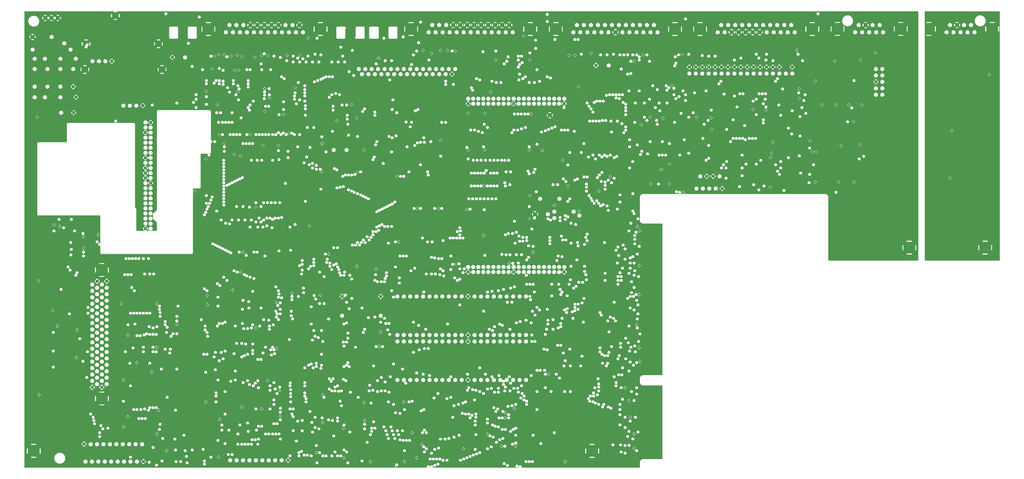
<source format=gbr>
G04 FAB 3000 Version 8.1.7 - Gerber/CAM Software*
G04 RS274-X Output*
%FSLAX24Y24*%
%MIA0B0*%
%MOIN*%
%SFA1.000000B1.000000*%

%IPPOS*%
%ADD11C,0.010001*%
%ADD12C,0.035003*%
%ADD13C,0.020002*%
%ADD14C,0.008001*%
%ADD15C,0.040003*%
%ADD16C,0.045898*%
%ADD17C,0.045910*%
%ADD18C,0.045890*%
%ADD19C,0.045960*%
%ADD20C,0.045940*%
%ADD21C,0.045950*%
%ADD22C,0.045880*%
%ADD23C,0.045800*%
%ADD24C,0.046000*%
%ADD25C,0.052734*%
%ADD26C,0.052679*%
%ADD27C,0.052690*%
%ADD28C,0.052720*%
%ADD29C,0.052700*%
%ADD30C,0.052800*%
%ADD31C,0.052600*%
%ADD32C,0.063750*%
%ADD33C,0.063790*%
%ADD34C,0.063810*%
%ADD35C,0.063740*%
%ADD36C,0.063730*%
%ADD37C,0.063800*%
%ADD38C,0.063760*%
%ADD39C,0.063770*%
%ADD40C,0.063700*%
%ADD41C,0.063709*%
%ADD42C,0.076498*%
%ADD43C,0.085010*%
%ADD44C,0.084960*%
%ADD45C,0.085020*%
%ADD46C,0.106283*%
%ADD47C,0.106228*%
%ADD48C,0.106300*%
%ADD50R,0.060004X0.060010*%
%ADD51R,0.060004X0.060020*%
%ADD52R,0.060004X0.060000*%
%ADD53R,0.060005X0.060070*%
%ADD54R,0.060000X0.060100*%
%ADD55R,0.060010X0.060050*%
%ADD56R,0.060010X0.060060*%
%ADD57R,0.060020X0.060010*%
%ADD58R,0.060020X0.060000*%
%ADD59R,0.060000X0.060060*%
%ADD60R,0.060000X0.059990*%
%ADD61R,0.060020X0.060020*%
%ADD62R,0.060020X0.060050*%
%ADD63R,0.060020X0.060060*%
%ADD64R,0.060000X0.060050*%
%ADD65R,0.060050X0.060000*%
%ADD66R,0.059990X0.060000*%
%ADD67R,0.060010X0.060100*%
%ADD68R,0.060020X0.060100*%
%ADD69R,0.060100X0.060010*%
%ADD70R,0.060100X0.060000*%
%ADD71R,0.060100X0.060060*%
%ADD72R,0.075000X0.075000*%
%ADD73R,0.075040X0.075000*%
%ADD74R,0.075020X0.075000*%
%ADD75C,0.170030*%
%ADD76C,0.169980*%
%ADD77C,0.170100*%
%ADD78C,0.170000*%
%ADD79C,0.127500*%
%ADD80C,0.029731*%
%ADD81C,0.029784*%
%ADD82C,0.029770*%
%ADD83C,0.029740*%
%ADD84C,0.029800*%
%ADD85C,0.029700*%
%ADD86C,0.029900*%
%ADD87R,0.400010X0.400070*%
%ADD88R,0.400000X0.400060*%
%ADD89R,0.053990X0.053980*%
%ADD90R,0.054030X0.054040*%
%ADD91R,0.053990X0.054040*%
%ADD92R,0.054000X0.053990*%
%ADD93R,0.054000X0.054000*%
%ADD94R,0.054000X0.054040*%
%ADD95R,0.250000X0.100000*%
%ADD96R,0.250000X0.099990*%
%ADD97R,0.099990X0.150000*%
%ADD98R,0.100040X0.150000*%
%ADD99R,0.100000X0.150000*%
%ADD100R,0.099980X0.150000*%
%ADD101R,0.150020X0.100100*%
%ADD102R,0.150010X0.100100*%
%ADD103R,0.090000X0.075040*%
%ADD104R,0.090000X0.075030*%
%ADD105R,0.090000X0.075000*%
%ADD106R,0.074979X0.095000*%
%ADD107R,0.075032X0.095040*%
%ADD108R,0.075032X0.095000*%
%ADD109R,0.075032X0.095060*%
%ADD110R,0.074977X0.095060*%
%ADD111R,0.074970X0.095000*%
%ADD112R,0.075020X0.095060*%
%ADD113R,0.075020X0.095000*%
%ADD114R,0.074980X0.095040*%
%ADD115R,0.074980X0.095050*%
%ADD116R,0.075050X0.094990*%
%ADD117R,0.075050X0.095000*%
%ADD118R,0.075030X0.095050*%
%ADD119R,0.075030X0.094980*%
%ADD120R,0.075020X0.095100*%
%ADD121R,0.075030X0.094990*%
%ADD122R,0.074990X0.094980*%
%ADD123R,0.074990X0.095050*%
%ADD124R,0.074990X0.095060*%
%ADD125R,0.074990X0.094990*%
%ADD126R,0.074970X0.095050*%
%ADD127R,0.074990X0.095000*%
%ADD128R,0.074990X0.095040*%
%ADD129R,0.074970X0.095040*%
%ADD130R,0.075040X0.095050*%
%ADD131R,0.075050X0.095060*%
%ADD132R,0.075050X0.095040*%
%ADD133R,0.075040X0.095100*%
%ADD134R,0.074970X0.095100*%
%ADD135R,0.074980X0.095010*%
%ADD136R,0.075000X0.095100*%
%ADD137R,0.075000X0.095000*%
%ADD138R,0.075000X0.094980*%
%ADD139C,0.029720*%
%ADD141R,0.039020X0.011000*%
%ADD142R,0.037980X0.010000*%
%ADD143R,0.034980X0.007000*%
%ADD144R,0.010960X0.039000*%
%ADD145R,0.009980X0.038000*%
%ADD146R,0.007000X0.035000*%
%ADD147R,0.039000X0.011010*%
%ADD148R,0.038000X0.010040*%
%ADD149R,0.035000X0.007000*%
%ADD150R,0.039000X0.011020*%
%ADD151R,0.037900X0.010050*%
%ADD152R,0.035000X0.007010*%
%ADD153R,0.038100X0.010040*%
%ADD154R,0.011000X0.039000*%
%ADD155R,0.010000X0.038030*%
%ADD156R,0.011000X0.039020*%
%ADD157R,0.007000X0.035040*%
%ADD158R,0.037990X0.010000*%
%ADD159R,0.038000X0.010050*%
%ADD160R,0.100060X0.150000*%
%ADD206C,0.012001*%
%ADD207R,0.060050X0.060020*%
%ADD208R,0.060100X0.060020*%
%ADD209C,0.025500*%
%ADD210C,0.025490*%
%ADD211C,0.025560*%
%ADD212R,0.315000X0.315060*%
%ADD213R,0.079970X0.025010*%
%ADD214R,0.079970X0.024960*%
%ADD215R,0.079970X0.025000*%
%ADD216R,0.079970X0.025020*%
%ADD217R,0.080010X0.025010*%
%ADD218R,0.080010X0.025000*%
%ADD219R,0.080010X0.025020*%
%ADD220R,0.080010X0.024950*%
%ADD221R,0.080030X0.025020*%
%ADD222R,0.080030X0.025010*%
%ADD223R,0.080030X0.024960*%
%ADD224R,0.080030X0.025000*%
%ADD225R,0.080030X0.024950*%
%ADD226R,0.080020X0.025020*%
%ADD227R,0.080020X0.025010*%
%ADD228R,0.080020X0.025000*%
%ADD229R,0.080020X0.024960*%
%ADD230R,0.079980X0.025010*%
%ADD231R,0.079980X0.024960*%
%ADD232R,0.079980X0.025000*%
%ADD233R,0.079980X0.025020*%
%ADD234R,0.079970X0.024940*%
%ADD235R,0.080030X0.024940*%
%ADD236R,0.080030X0.025050*%
%ADD237R,0.080030X0.025100*%
%ADD238R,0.079970X0.024950*%
%ADD239R,0.080000X0.025020*%
%ADD240R,0.080000X0.025010*%
%ADD241R,0.080000X0.025000*%
%ADD242R,0.080000X0.024960*%
%ADD243R,0.025010X0.080030*%
%ADD244R,0.025020X0.080030*%
%ADD245R,0.025020X0.079980*%
%ADD246R,0.025010X0.079980*%
%ADD247R,0.025000X0.079980*%
%ADD248R,0.025000X0.080030*%
%ADD249R,0.024960X0.080030*%
%ADD250R,0.025000X0.080020*%
%ADD251R,0.025010X0.080020*%
%ADD252R,0.025020X0.080020*%
%ADD253R,0.024960X0.080020*%
%ADD254R,0.025020X0.080000*%
%ADD255R,0.024960X0.080000*%
%ADD256R,0.025000X0.080000*%
%ADD257R,0.024950X0.080030*%
%ADD258R,0.024940X0.080030*%
%ADD259R,0.025010X0.079970*%
%ADD260R,0.024960X0.079970*%
%ADD261R,0.025000X0.079970*%
%ADD262R,0.025020X0.079970*%
%ADD263R,0.024940X0.079970*%
%ADD264R,0.024950X0.079970*%
%ADD265R,0.024940X0.080020*%
%ADD266R,0.024950X0.080020*%
%ADD267R,0.025010X0.080000*%
%ADD268R,0.024940X0.080000*%
%ADD269R,0.024950X0.080000*%
%ADD270R,0.025020X0.080010*%
%ADD271R,0.025010X0.080010*%
%ADD272R,0.024950X0.080010*%
%ADD273R,0.025000X0.080010*%
%ADD274R,0.024960X0.080010*%
%ADD275R,0.025100X0.080030*%
%ADD276R,0.039980X0.050030*%
%ADD277R,0.039990X0.050030*%
%ADD278R,0.040040X0.050030*%
%ADD279R,0.040040X0.050010*%
%ADD280R,0.039980X0.050010*%
%ADD281R,0.039990X0.050010*%
%ADD282R,0.039990X0.049970*%
%ADD283R,0.039980X0.049970*%
%ADD284R,0.040030X0.049970*%
%ADD285R,0.039990X0.050020*%
%ADD286R,0.039980X0.050020*%
%ADD287R,0.040030X0.050020*%
%ADD288R,0.040040X0.050020*%
%ADD289R,0.040020X0.050020*%
%ADD290R,0.040040X0.049970*%
%ADD291R,0.040020X0.049970*%
%ADD292R,0.040030X0.050010*%
%ADD293R,0.039970X0.050020*%
%ADD294R,0.040040X0.050000*%
%ADD295R,0.039990X0.050000*%
%ADD296R,0.039970X0.050030*%
%ADD297R,0.039980X0.050000*%
%ADD298R,0.040050X0.050000*%
%ADD299R,0.040000X0.049970*%
%ADD300R,0.039900X0.049970*%
%ADD301R,0.040100X0.049980*%
%ADD302R,0.040100X0.050020*%
%ADD303R,0.039900X0.050020*%
%ADD304R,0.040000X0.050020*%
%ADD305R,0.040000X0.050030*%
%ADD306R,0.040100X0.050010*%
%ADD307R,0.040000X0.050010*%
%ADD308R,0.040000X0.049980*%
%ADD309R,0.040100X0.049970*%
%ADD310R,0.049970X0.039990*%
%ADD311R,0.050010X0.039980*%
%ADD312R,0.049970X0.040040*%
%ADD313R,0.125000X0.094030*%
%ADD314R,0.114960X0.102000*%
%ADD315R,0.114960X0.102040*%
%ADD316R,0.074978X0.125050*%
%ADD317R,0.074977X0.125000*%
%ADD318R,0.075034X0.125000*%
%ADD319R,0.075030X0.125050*%
%ADD320R,0.075050X0.125050*%
%ADD321R,0.075050X0.125000*%
%ADD322R,0.125000X0.075030*%
%ADD323R,0.125000X0.074990*%
%ADD324R,0.094020X0.125050*%
%ADD325R,0.093970X0.125050*%
%ADD326R,0.094020X0.125000*%
%ADD327R,0.094010X0.125000*%
%ADD328R,0.094100X0.125000*%
%ADD329R,0.093900X0.125050*%
%ADD330R,0.094000X0.125050*%
%ADD331R,0.095000X0.075030*%
%ADD332R,0.094980X0.075030*%
%ADD333R,0.094980X0.074970*%
%ADD334R,0.095000X0.074970*%
%ADD335R,0.095000X0.075040*%
%ADD336R,0.095000X0.074980*%
%ADD337R,0.095000X0.074990*%
%ADD338R,0.095050X0.075030*%
%ADD339R,0.095040X0.074980*%
%ADD340R,0.094990X0.074990*%
%ADD341R,0.094990X0.075030*%
%ADD342R,0.095000X0.075050*%
%ADD343R,0.095040X0.075030*%
%ADD344R,0.095060X0.074980*%
%ADD345R,0.075050X0.095010*%
%ADD346R,0.075050X0.095050*%
%ADD347R,0.074980X0.094990*%
%ADD348R,0.075030X0.095100*%
%ADD349R,0.075030X0.095020*%
%ADD350R,0.074980X0.095100*%
%ADD351R,0.075040X0.095020*%
%ADD352R,0.074970X0.094990*%
%ADD353R,0.075020X0.095050*%
%ADD354R,0.074970X0.094980*%
%ADD355R,0.075040X0.094980*%
%ADD356R,0.075050X0.095100*%
%ADD357R,0.075100X0.095000*%
%ADD358R,0.075100X0.095060*%
%ADD359R,0.074900X0.095040*%
%ADD360R,0.074900X0.095000*%
%ADD361R,0.075000X0.095060*%
%ADD362R,0.115020X0.050000*%
%ADD363R,0.115010X0.050000*%
%ADD364R,0.049960X0.115020*%
%ADD365R,0.050030X0.115010*%
%ADD366R,0.049960X0.115010*%
%ADD367R,0.050000X0.115010*%
%ADD368R,0.145030X0.050030*%
%ADD369R,0.145020X0.050030*%
%ADD370R,0.145020X0.050010*%
%ADD371R,0.145030X0.050010*%
%ADD372R,0.145100X0.049960*%
%ADD373R,0.145000X0.049960*%
%ADD374R,0.050021X0.145070*%
%ADD375R,0.050021X0.145030*%
%ADD376R,0.049960X0.145020*%
%ADD377R,0.049960X0.145080*%
%ADD378R,0.050020X0.145010*%
%ADD379R,0.050020X0.145080*%
%ADD380R,0.050030X0.145020*%
%ADD381R,0.049970X0.145020*%
%ADD382R,0.049970X0.145030*%
%ADD383R,0.050030X0.145030*%
%ADD384R,0.050030X0.145010*%
%ADD385R,0.049960X0.145000*%
%ADD386R,0.050030X0.145100*%
%ADD387R,0.050030X0.145000*%
%ADD388R,0.048990X0.070000*%
%ADD389R,0.049000X0.070000*%
%ADD390R,0.049000X0.069990*%
%ADD391R,0.069990X0.049000*%
%ADD392R,0.070040X0.049000*%
%ADD393R,0.070000X0.049050*%
%ADD394R,0.070100X0.049050*%
%ADD395R,0.070100X0.049000*%
%ADD396R,0.070000X0.049000*%
%ADD397R,0.070000X0.048980*%
%ADD398R,0.014980X0.030000*%
%ADD399R,0.015000X0.030000*%
%ADD400R,0.015000X0.030010*%
%ADD401R,0.030000X0.015000*%
%ADD402R,0.030000X0.015030*%
%ADD403R,0.100000X0.018010*%
%ADD404R,0.100000X0.018020*%
%ADD405R,0.100000X0.017990*%
%ADD406R,0.100000X0.018000*%
%ADD407R,0.100000X0.017960*%
%ADD408R,0.100040X0.018000*%
%ADD409R,0.100040X0.018010*%
%ADD410R,0.100040X0.017960*%
%ADD411R,0.100040X0.018020*%
%ADD412R,0.100040X0.017990*%
%ADD413R,0.017960X0.100050*%
%ADD414R,0.017950X0.100050*%
%ADD415R,0.018000X0.100050*%
%ADD416R,0.018020X0.100050*%
%ADD417R,0.018010X0.100050*%
%ADD418R,0.105040X0.025020*%
%ADD419R,0.105040X0.025010*%
%ADD420R,0.104980X0.025020*%
%ADD421R,0.104970X0.025020*%
%ADD422R,0.104980X0.025000*%
%ADD423R,0.104970X0.025000*%
%ADD424R,0.105040X0.025000*%
%ADD425R,0.104980X0.025010*%
%ADD426R,0.104970X0.025010*%
%ADD427R,0.105030X0.025010*%
%ADD428R,0.105030X0.025020*%
%ADD429R,0.105030X0.025000*%
%ADD430R,0.105000X0.025000*%
%ADD431R,0.105000X0.024960*%
%ADD432R,0.105000X0.025020*%
%ADD433R,0.105000X0.025010*%
%ADD434R,0.024960X0.105040*%
%ADD435R,0.025000X0.105040*%
%ADD436R,0.025020X0.105040*%
%ADD437R,0.025000X0.105030*%
%ADD438R,0.025020X0.105030*%
%ADD439R,0.024960X0.105030*%
%ADD440R,0.025010X0.105030*%
%ADD441R,0.025010X0.105040*%
%ADD442R,0.024950X0.105040*%
%ADD443R,0.025020X0.104990*%
%ADD444R,0.024950X0.104990*%
%ADD445R,0.025010X0.104990*%
%ADD446R,0.025010X0.104980*%
%ADD447R,0.025000X0.104980*%
%ADD448R,0.025020X0.104980*%
%ADD449R,0.024950X0.104980*%
%ADD450R,0.024960X0.104980*%
%ADD451R,0.024960X0.104990*%
%ADD452R,0.025000X0.104990*%
%ADD453R,0.025010X0.104970*%
%ADD454R,0.025020X0.104970*%
%ADD455R,0.025000X0.104970*%
%ADD456R,0.025020X0.105020*%
%ADD457R,0.025010X0.105020*%
%ADD458R,0.025000X0.105020*%
%ADD459R,0.025000X0.105000*%
%ADD460R,0.025100X0.105000*%
%ADD461R,0.025000X0.105060*%
%ADD462R,0.025100X0.105060*%
%ADD463R,0.025100X0.105030*%
%ADD464R,0.025000X0.105050*%
%ADD465R,0.025100X0.105050*%
%ADD466R,0.025100X0.104980*%
%ADD467R,0.050020X0.060010*%
%ADD468R,0.050020X0.060000*%
%ADD469R,0.050020X0.060020*%
%ADD470R,0.049960X0.060020*%
%LNAmiga 1200 Rev1D1 GND_0*%
%LPD*%
G36*
X17001Y73480D02*
G01Y73091D01*
Y73479D01*
G37*
G36*
X24589Y73491D02*
G01X24590D01*
X20601D01*
G37*
G36*
X25089D02*
G01X25090D01*
X24812D01*
X24813D01*
G37*
G36*
X25590Y74291D02*
G01X25589D01*
X24831D01*
G37*
G36*
X29202D02*
G01X25813D01*
X25812D01*
G37*
G36*
X155062Y110458D02*
G01Y110302D01*
X154893Y108142D01*
X154878Y108141D01*
X154864Y108137D01*
X154850Y108130D01*
X154838Y108121D01*
X154830Y108109D01*
X154822Y108096D01*
X154818Y108082D01*
X154817Y108067D01*
Y107397D01*
X154818Y107383D01*
X154822Y107369D01*
X154830Y107356D01*
X154838Y107344D01*
X154850Y107335D01*
X154864Y107328D01*
X154878Y107324D01*
X154892Y107322D01*
X154906Y107324D01*
X154921Y107328D01*
X154934Y107335D01*
X154946Y107344D01*
X154954Y107356D01*
X154962Y107369D01*
X154966Y107383D01*
X154968Y107397D01*
Y108067D01*
X154966Y108082D01*
X154962Y108096D01*
X154954Y108109D01*
X154946Y108121D01*
X154934Y108130D01*
X154921Y108137D01*
X154906Y108141D01*
X154893Y108142D01*
X155062Y110302D01*
Y99301D01*
X153130Y74766D01*
X152461D01*
X152446Y74764D01*
X152433Y74760D01*
X152420Y74753D01*
X152408Y74744D01*
X152398Y74732D01*
X152392Y74719D01*
X152388Y74705D01*
X152386Y74691D01*
X152388Y74676D01*
X152392Y74662D01*
X152398Y74649D01*
X152408Y74638D01*
X152420Y74628D01*
X152433Y74621D01*
X152446Y74617D01*
X152461Y74616D01*
X153132D01*
X153146Y74617D01*
X153160Y74621D01*
X153173Y74628D01*
X153185Y74638D01*
X153194Y74649D01*
X153201Y74662D01*
X153205Y74676D01*
X153206Y74691D01*
X153205Y74705D01*
X153201Y74719D01*
X153194Y74732D01*
X153185Y74744D01*
X153173Y74753D01*
X153160Y74760D01*
X153146Y74764D01*
X153130Y74766D01*
X155062Y99301D01*
Y97301D01*
X153130Y72766D01*
X152461D01*
X152446Y72764D01*
X152433Y72760D01*
X152420Y72753D01*
X152408Y72744D01*
X152398Y72732D01*
X152392Y72719D01*
X152388Y72705D01*
X152386Y72690D01*
X152388Y72676D01*
X152392Y72662D01*
X152398Y72649D01*
X152408Y72637D01*
X152420Y72628D01*
X152433Y72621D01*
X152446Y72617D01*
X152461Y72615D01*
X153130D01*
X153146Y72617D01*
X153160Y72621D01*
X153173Y72628D01*
X153185Y72637D01*
X153194Y72649D01*
X153201Y72662D01*
X153205Y72676D01*
X153206Y72691D01*
X153205Y72705D01*
X153201Y72719D01*
X153194Y72732D01*
X153185Y72744D01*
X153173Y72753D01*
X153160Y72760D01*
X153146Y72764D01*
X153130Y72766D01*
X155062Y97301D01*
Y90105D01*
X153802Y74096D01*
X153788Y74094D01*
X153774Y74090D01*
X153761Y74083D01*
X153749Y74074D01*
X153740Y74062D01*
X153733Y74049D01*
X153729Y74035D01*
X153728Y74021D01*
Y73351D01*
X153729Y73336D01*
X153733Y73322D01*
X153740Y73309D01*
X153749Y73298D01*
X153761Y73288D01*
X153774Y73281D01*
X153788Y73277D01*
X153802Y73276D01*
X153817Y73277D01*
X153830Y73281D01*
X153844Y73288D01*
X153856Y73298D01*
X153865Y73309D01*
X153872Y73322D01*
X153876Y73336D01*
X153878Y73351D01*
Y74021D01*
X153876Y74035D01*
X153872Y74050D01*
X153865Y74062D01*
X153856Y74074D01*
X153844Y74083D01*
X153830Y74090D01*
X153817Y74094D01*
X153802Y74096D01*
X155062Y90105D01*
Y71670D01*
X143410D01*
Y110458D01*
X144510D01*
X144381Y108813D01*
X143710D01*
X143696Y108812D01*
X143682Y108808D01*
X143669Y108801D01*
X143657Y108792D01*
X143648Y108780D01*
X143641Y108767D01*
X143637Y108753D01*
X143636Y108738D01*
X143637Y108724D01*
X143641Y108710D01*
X143648Y108697D01*
X143657Y108685D01*
X143669Y108676D01*
X143682Y108669D01*
X143696Y108665D01*
X143710Y108664D01*
X144381Y108663D01*
X144396Y108665D01*
X144410Y108669D01*
X144422Y108676D01*
X144434Y108685D01*
X144444Y108697D01*
X144450Y108710D01*
X144454Y108724D01*
X144457Y108738D01*
X144454Y108753D01*
X144450Y108767D01*
X144444Y108780D01*
X144434Y108792D01*
X144422Y108801D01*
X144410Y108808D01*
X144396Y108812D01*
X144381Y108813D01*
X144510Y110458D01*
X144668D01*
X144381Y106812D01*
X143710Y106813D01*
X143696Y106811D01*
X143682Y106807D01*
X143669Y106800D01*
X143657Y106791D01*
X143648Y106779D01*
X143641Y106766D01*
X143637Y106752D01*
X143634Y106737D01*
X143637Y106723D01*
X143641Y106709D01*
X143648Y106696D01*
X143657Y106684D01*
X143669Y106675D01*
X143682Y106668D01*
X143696Y106664D01*
X143710Y106662D01*
X144381D01*
X144396Y106664D01*
X144410Y106668D01*
X144422Y106675D01*
X144434Y106684D01*
X144444Y106696D01*
X144450Y106709D01*
X144454Y106723D01*
X144456Y106737D01*
X144454Y106752D01*
X144450Y106766D01*
X144444Y106779D01*
X144434Y106791D01*
X144422Y106800D01*
X144410Y106807D01*
X144396Y106811D01*
X144381Y106812D01*
X144668Y110458D01*
X145234D01*
X145053Y108143D01*
X145038Y108141D01*
X145024Y108137D01*
X145010Y108130D01*
X144998Y108121D01*
X144990Y108109D01*
X144982Y108096D01*
X144978Y108082D01*
Y108067D01*
X144977Y107397D01*
X144978Y107383D01*
X144982Y107369D01*
X144990Y107356D01*
X144998Y107344D01*
X145010Y107335D01*
X145024Y107328D01*
X145038Y107324D01*
X145053Y107322D01*
X145066Y107324D01*
X145081Y107328D01*
X145094Y107335D01*
X145106Y107344D01*
X145114Y107356D01*
X145122Y107369D01*
X145126Y107383D01*
X145128Y107397D01*
X145126Y108067D01*
Y108082D01*
X145122Y108096D01*
X145114Y108109D01*
X145106Y108121D01*
X145094Y108130D01*
X145081Y108137D01*
X145066Y108141D01*
X145053Y108143D01*
X145234Y110458D01*
X147033D01*
X146802Y107536D01*
X146758Y107535D01*
X146714Y107527D01*
X146673Y107513D01*
X146633Y107494D01*
X146596Y107469D01*
X146562Y107439D01*
X146534Y107405D01*
X146510Y107367D01*
X146493Y107327D01*
X146480Y107284D01*
X146474Y107240D01*
Y107195D01*
X146480Y107151D01*
X146493Y107108D01*
X146510Y107068D01*
X146534Y107030D01*
X146562Y106996D01*
X146596Y106966D01*
X146633Y106941D01*
X146673Y106922D01*
X146714Y106908D01*
X146758Y106900D01*
X146802Y106899D01*
X146846Y106903D01*
X146890Y106914D01*
X146932Y106931D01*
X146970Y106953D01*
X147005Y106980D01*
X147036Y107012D01*
X147062Y107048D01*
X147082Y107088D01*
X147098Y107130D01*
X147106Y107173D01*
X147110Y107217D01*
X147106Y107262D01*
X147098Y107305D01*
X147082Y107347D01*
X147062Y107387D01*
X147036Y107423D01*
X147005Y107455D01*
X146970Y107482D01*
X146932Y107504D01*
X146890Y107521D01*
X146846Y107532D01*
X146802Y107536D01*
X147033Y110458D01*
X147494D01*
X147353Y108656D01*
X147309Y108655D01*
X147265Y108647D01*
X147222Y108633D01*
X147182Y108614D01*
X147146Y108589D01*
X147113Y108559D01*
X147084Y108525D01*
X147061Y108487D01*
X147042Y108447D01*
X147030Y108404D01*
X147024Y108360D01*
Y108315D01*
X147030Y108271D01*
X147042Y108228D01*
X147061Y108188D01*
X147084Y108150D01*
X147113Y108116D01*
X147146Y108086D01*
X147182Y108061D01*
X147222Y108042D01*
X147265Y108028D01*
X147309Y108020D01*
X147353Y108019D01*
X147397Y108023D01*
X147440Y108034D01*
X147482Y108051D01*
X147520Y108073D01*
X147554Y108100D01*
X147586Y108132D01*
X147612Y108168D01*
X147633Y108208D01*
X147648Y108250D01*
X147657Y108293D01*
X147661Y108337D01*
X147657Y108382D01*
X147648Y108425D01*
X147633Y108467D01*
X147612Y108507D01*
X147586Y108543D01*
X147554Y108575D01*
X147520Y108602D01*
X147482Y108624D01*
X147440Y108641D01*
X147397Y108652D01*
X147353Y108656D01*
X147494Y110458D01*
X148182D01*
X148032Y108542D01*
X148017Y108541D01*
X148002Y108537D01*
X147990Y108530D01*
X147978Y108521D01*
X147969Y108509D01*
X147962Y108496D01*
X147958Y108482D01*
X147956Y108468D01*
Y108342D01*
X147893Y107536D01*
X147849Y107535D01*
X147805Y107527D01*
X147762Y107513D01*
X147722Y107494D01*
X147686Y107469D01*
X147653Y107439D01*
X147624Y107405D01*
X147601Y107367D01*
X147582Y107327D01*
X147570Y107284D01*
X147564Y107240D01*
Y107195D01*
X147570Y107151D01*
X147582Y107108D01*
X147601Y107068D01*
X147624Y107030D01*
X147653Y106996D01*
X147686Y106966D01*
X147722Y106941D01*
X147762Y106922D01*
X147805Y106908D01*
X147849Y106900D01*
X147893Y106899D01*
X147937Y106903D01*
X147980Y106914D01*
X148022Y106931D01*
X148060Y106953D01*
X148094Y106980D01*
X148126Y107012D01*
X148152Y107048D01*
X148173Y107088D01*
X148188Y107130D01*
X148197Y107173D01*
X148201Y107217D01*
X148197Y107262D01*
X148188Y107305D01*
X148173Y107347D01*
X148152Y107387D01*
X148126Y107423D01*
X148094Y107455D01*
X148060Y107482D01*
X148022Y107504D01*
X147980Y107521D01*
X147937Y107532D01*
X147893Y107536D01*
X147956Y108342D01*
Y108197D01*
X147958Y108183D01*
X147962Y108169D01*
X147969Y108156D01*
X147978Y108144D01*
X147990Y108135D01*
X148002Y108128D01*
X148017Y108124D01*
X148032Y108122D01*
X148046Y108124D01*
X148060Y108128D01*
X148073Y108135D01*
X148085Y108144D01*
X148094Y108156D01*
X148101Y108169D01*
X148105Y108183D01*
X148106Y108197D01*
Y108467D01*
X148105Y108482D01*
X148101Y108496D01*
X148094Y108509D01*
X148085Y108521D01*
X148073Y108530D01*
X148060Y108537D01*
X148046Y108541D01*
X148032Y108542D01*
X148182Y110458D01*
X148692D01*
X148562Y108813D01*
X148290D01*
X148277Y108812D01*
X148262Y108808D01*
X148250Y108801D01*
X148238Y108792D01*
X148229Y108780D01*
X148222Y108767D01*
X148218Y108753D01*
X148216Y108738D01*
X148218Y108724D01*
X148222Y108710D01*
X148229Y108697D01*
X148238Y108685D01*
X148250Y108676D01*
X148262Y108669D01*
X148277Y108665D01*
X148290Y108663D01*
X148562D01*
X148577Y108665D01*
X148590Y108669D01*
X148604Y108676D01*
X148614Y108685D01*
X148562Y108012D01*
X148292D01*
X148277Y108011D01*
X148262Y108007D01*
X148250Y108000D01*
X148238Y107991D01*
X148229Y107979D01*
X148222Y107966D01*
X148218Y107952D01*
X148216Y107937D01*
X148218Y107923D01*
X148222Y107909D01*
X148229Y107896D01*
X148238Y107884D01*
X148250Y107875D01*
X148262Y107868D01*
X148277Y107864D01*
X148292Y107862D01*
X148562D01*
X148577Y107864D01*
X148590Y107868D01*
X148604Y107875D01*
X148616Y107884D01*
X148625Y107896D01*
X148632Y107909D01*
X148636Y107923D01*
X148637Y107937D01*
X148636Y107952D01*
X148632Y107966D01*
X148625Y107979D01*
X148616Y107991D01*
X148604Y108000D01*
X148590Y108007D01*
X148577Y108011D01*
X148562Y108012D01*
X148614Y108685D01*
X148616D01*
X148625Y108697D01*
X148632Y108710D01*
X148636Y108724D01*
X148638Y108738D01*
X148636Y108753D01*
X148632Y108767D01*
X148625Y108780D01*
X148616Y108792D01*
X148604Y108801D01*
X148590Y108808D01*
X148577Y108812D01*
X148562Y108813D01*
X148692Y110458D01*
X148866D01*
X147413Y91994D01*
X147405Y91993D01*
X147397Y91991D01*
X147390Y91987D01*
X147384Y91982D01*
X147378Y91976D01*
X147376Y91970D01*
X147373Y91962D01*
Y91954D01*
Y91825D01*
Y91817D01*
X147376Y91809D01*
X147378Y91802D01*
X147384Y91796D01*
X147390Y91791D01*
X147397Y91788D01*
X147405Y91785D01*
X147413D01*
X147420D01*
X147428Y91788D01*
X147434Y91791D01*
X147441Y91796D01*
X147446Y91802D01*
X147449Y91809D01*
X147452Y91817D01*
Y91825D01*
X147453Y91954D01*
X147452Y91962D01*
X147449Y91969D01*
X147446Y91976D01*
X147441Y91982D01*
X147434Y91987D01*
X147428Y91991D01*
X147420Y91993D01*
X147413Y91994D01*
X148866Y110458D01*
X148982D01*
X148832Y108543D01*
X148817Y108541D01*
X148802Y108537D01*
X148790Y108530D01*
X148778Y108521D01*
X148769Y108509D01*
X148762Y108496D01*
X148758Y108482D01*
X148756Y108467D01*
Y108197D01*
X148758Y108183D01*
X148762Y108169D01*
X148769Y108156D01*
X148778Y108144D01*
X148790Y108135D01*
X148802Y108128D01*
X148817Y108124D01*
X148830Y108122D01*
X148846Y108124D01*
X148860Y108128D01*
X148873Y108135D01*
X148885Y108144D01*
X148894Y108156D01*
X148901Y108169D01*
X148905Y108183D01*
X148906Y108197D01*
Y108468D01*
X148905Y108482D01*
X148901Y108496D01*
X148894Y108509D01*
X148885Y108521D01*
X148873Y108530D01*
X148860Y108537D01*
X148846Y108541D01*
X148832Y108543D01*
X148982Y110458D01*
X149212D01*
X148982Y107536D01*
X148938Y107535D01*
X148894Y107527D01*
X148852Y107513D01*
X148812Y107494D01*
X148774Y107469D01*
X148742Y107439D01*
X148713Y107405D01*
X148690Y107367D01*
X148672Y107327D01*
X148658Y107284D01*
X148653Y107240D01*
Y107195D01*
X148658Y107151D01*
X148672Y107108D01*
X148690Y107068D01*
X148713Y107030D01*
X148742Y106996D01*
X148774Y106966D01*
X148812Y106941D01*
X148836Y106929D01*
X147670Y92135D01*
X147542D01*
X147534Y92134D01*
X147526Y92132D01*
X147518Y92128D01*
X147513Y92123D01*
X147508Y92117D01*
X147505Y92110D01*
X147502Y92103D01*
X147501Y92095D01*
X147502Y92087D01*
X147505Y92079D01*
X147508Y92073D01*
X147513Y92067D01*
X147518Y92062D01*
X147526Y92058D01*
X147534Y92056D01*
X147541Y92055D01*
X147670D01*
X147678Y92056D01*
X147686Y92058D01*
X147694Y92062D01*
X147697Y92065D01*
X147672Y91734D01*
X147542D01*
X147534D01*
X147526Y91731D01*
X147518Y91728D01*
X147513Y91723D01*
X147508Y91717D01*
X147505Y91710D01*
X147502Y91702D01*
X147501Y91694D01*
X147502Y91687D01*
X147505Y91679D01*
X147508Y91672D01*
X147513Y91666D01*
X147518Y91661D01*
X147526Y91657D01*
X147534Y91655D01*
X147541Y91654D01*
X147666D01*
X147112Y84593D01*
X147104Y84592D01*
X147096Y84590D01*
X147089Y84586D01*
X147082Y84581D01*
X147078Y84575D01*
X147074Y84568D01*
X147072Y84561D01*
Y84553D01*
Y84423D01*
Y84415D01*
X147074Y84407D01*
X147078Y84401D01*
X147082Y84395D01*
X147089Y84390D01*
X147096Y84386D01*
X147104Y84384D01*
X147110Y84383D01*
X147118Y84384D01*
X147126Y84386D01*
X147134Y84390D01*
X147140Y84395D01*
X147145Y84401D01*
X147148Y84407D01*
X147150Y84415D01*
Y84423D01*
X147152Y84553D01*
X147150Y84561D01*
X147148Y84568D01*
X147145Y84575D01*
X147140Y84581D01*
X147134Y84586D01*
X147126Y84590D01*
X147118Y84592D01*
X147112Y84593D01*
X147666Y91654D01*
X147670D01*
X147678Y91655D01*
X147686Y91657D01*
X147694Y91661D01*
X147700Y91666D01*
X147705Y91672D01*
X147708Y91679D01*
X147710Y91687D01*
X147712Y91694D01*
X147710Y91702D01*
X147708Y91710D01*
X147705Y91717D01*
X147700Y91723D01*
X147694Y91728D01*
X147686Y91731D01*
X147678Y91734D01*
X147672D01*
X147697Y92065D01*
X147700Y92067D01*
X147705Y92073D01*
X147708Y92079D01*
X147710Y92087D01*
Y92095D01*
Y92103D01*
X147708Y92110D01*
X147705Y92117D01*
X147700Y92123D01*
X147694Y92128D01*
X147686Y92132D01*
X147678Y92134D01*
X147670Y92135D01*
X148836Y106929D01*
X148852Y106922D01*
X148894Y106908D01*
X148938Y106900D01*
X148982Y106899D01*
X148986D01*
X147812Y91994D01*
X147805Y91993D01*
X147797Y91991D01*
X147790Y91987D01*
X147784Y91982D01*
X147778Y91976D01*
X147776Y91970D01*
X147773Y91962D01*
Y91954D01*
X147772Y91825D01*
X147773Y91817D01*
X147776Y91809D01*
X147778Y91802D01*
X147784Y91796D01*
X147790Y91791D01*
X147797Y91788D01*
X147805Y91785D01*
X147812D01*
X147820D01*
X147828Y91788D01*
X147834Y91791D01*
X147841Y91796D01*
X147846Y91802D01*
X147849Y91809D01*
X147852Y91817D01*
Y91825D01*
X147853Y91954D01*
X147852Y91962D01*
X147849Y91970D01*
X147846Y91976D01*
X147841Y91982D01*
X147834Y91987D01*
X147828Y91991D01*
X147820Y91993D01*
X147812Y91994D01*
X148986Y106899D01*
X149026Y106903D01*
X149069Y106914D01*
X149110Y106931D01*
X149118Y106936D01*
X147372Y84733D01*
X147241D01*
X147234Y84732D01*
X147226Y84730D01*
X147218Y84726D01*
X147213Y84721D01*
X147208Y84715D01*
X147205Y84708D01*
X147202Y84701D01*
Y84693D01*
Y84685D01*
X147205Y84678D01*
X147208Y84671D01*
X147213Y84665D01*
X147218Y84660D01*
X147226Y84656D01*
X147234Y84654D01*
X147241Y84653D01*
X147372D01*
X147378Y84654D01*
X147386Y84656D01*
X147394Y84660D01*
X147397Y84663D01*
X147372Y84333D01*
X147241D01*
X147234Y84332D01*
X147226Y84330D01*
X147218Y84326D01*
X147213Y84321D01*
X147208Y84315D01*
X147205Y84308D01*
X147202Y84301D01*
Y84293D01*
Y84285D01*
X147205Y84278D01*
X147208Y84271D01*
X147213Y84265D01*
X147218Y84260D01*
X147226Y84256D01*
X147234Y84254D01*
X147241Y84253D01*
X147372D01*
X147378Y84254D01*
X147386Y84256D01*
X147394Y84260D01*
X147400Y84265D01*
X147405Y84271D01*
X147408Y84278D01*
X147410Y84285D01*
X147412Y84293D01*
X147410Y84301D01*
X147408Y84308D01*
X147405Y84315D01*
X147400Y84321D01*
X147394Y84326D01*
X147386Y84330D01*
X147378Y84332D01*
X147372Y84333D01*
X147397Y84663D01*
X147400Y84665D01*
X147405Y84671D01*
X147408Y84678D01*
X147410Y84685D01*
X147412Y84693D01*
X147410Y84701D01*
X147408Y84708D01*
X147405Y84715D01*
X147400Y84721D01*
X147394Y84726D01*
X147386Y84730D01*
X147378Y84732D01*
X147372Y84733D01*
X149118Y106936D01*
X149149Y106953D01*
X149184Y106980D01*
X149214Y107012D01*
X149241Y107048D01*
X149262Y107088D01*
X149277Y107130D01*
X149286Y107173D01*
X149289Y107217D01*
X149286Y107262D01*
X149277Y107305D01*
X149262Y107347D01*
X149241Y107387D01*
X149214Y107423D01*
X149184Y107455D01*
X149149Y107482D01*
X149110Y107504D01*
X149069Y107521D01*
X149026Y107532D01*
X148982Y107536D01*
X149212Y110458D01*
X149664D01*
X149522Y108656D01*
X149478Y108655D01*
X149434Y108647D01*
X149392Y108633D01*
X149352Y108614D01*
X149314Y108589D01*
X149282Y108559D01*
X149253Y108525D01*
X149230Y108487D01*
X149212Y108447D01*
X149198Y108404D01*
X149193Y108360D01*
Y108315D01*
X149198Y108271D01*
X149212Y108228D01*
X149230Y108188D01*
X149253Y108150D01*
X149282Y108116D01*
X149314Y108086D01*
X149352Y108061D01*
X149358Y108058D01*
X147510Y84593D01*
X147504Y84592D01*
X147496Y84590D01*
X147489Y84586D01*
X147482Y84581D01*
X147478Y84575D01*
X147474Y84568D01*
X147472Y84561D01*
Y84553D01*
X147470Y84423D01*
X147472Y84415D01*
X147474Y84407D01*
X147478Y84401D01*
X147482Y84395D01*
X147489Y84390D01*
X147496Y84386D01*
X147504Y84384D01*
X147510Y84383D01*
X147518Y84384D01*
X147526Y84386D01*
X147534Y84390D01*
X147540Y84395D01*
X147545Y84401D01*
X147548Y84407D01*
X147550Y84415D01*
X147552Y84423D01*
Y84553D01*
X147550Y84561D01*
X147548Y84568D01*
X147545Y84575D01*
X147540Y84581D01*
X147534Y84586D01*
X147526Y84590D01*
X147518Y84592D01*
X147510Y84593D01*
X149358Y108058D01*
X149392Y108042D01*
X149434Y108028D01*
X149478Y108020D01*
X149522Y108019D01*
X149566Y108023D01*
X149610Y108034D01*
X149650Y108051D01*
X149690Y108073D01*
X149725Y108100D01*
X149756Y108132D01*
X149782Y108168D01*
X149802Y108208D01*
X149818Y108250D01*
X149826Y108293D01*
X149830Y108337D01*
X149826Y108382D01*
X149818Y108425D01*
X149802Y108467D01*
X149782Y108507D01*
X149756Y108543D01*
X149725Y108575D01*
X149690Y108602D01*
X149650Y108624D01*
X149610Y108641D01*
X149566Y108652D01*
X149522Y108656D01*
X149664Y110458D01*
X150302D01*
X150073Y107536D01*
X150028Y107535D01*
X149984Y107527D01*
X149942Y107513D01*
X149902Y107494D01*
X149865Y107469D01*
X149832Y107439D01*
X149802Y107405D01*
X149780Y107367D01*
X149762Y107327D01*
X149749Y107284D01*
X149742Y107240D01*
Y107195D01*
X149749Y107151D01*
X149762Y107108D01*
X149780Y107068D01*
X149802Y107030D01*
X149832Y106996D01*
X149865Y106966D01*
X149902Y106941D01*
X149942Y106922D01*
X149984Y106908D01*
X150028Y106900D01*
X150073Y106899D01*
X150117Y106903D01*
X150160Y106914D01*
X150201Y106931D01*
X150240Y106953D01*
X150274Y106980D01*
X150306Y107012D01*
X150332Y107048D01*
X150353Y107088D01*
X150368Y107130D01*
X150377Y107173D01*
X150381Y107217D01*
X150377Y107262D01*
X150368Y107305D01*
X150353Y107347D01*
X150332Y107387D01*
X150306Y107423D01*
X150274Y107455D01*
X150240Y107482D01*
X150201Y107504D01*
X150160Y107521D01*
X150117Y107532D01*
X150073Y107536D01*
X150302Y110458D01*
X150754D01*
X150613Y108656D01*
X150568Y108655D01*
X150524Y108647D01*
X150482Y108633D01*
X150442Y108614D01*
X150405Y108589D01*
X150372Y108559D01*
X150342Y108525D01*
X150320Y108487D01*
X150302Y108447D01*
X150289Y108404D01*
X150282Y108360D01*
Y108315D01*
X150289Y108271D01*
X150302Y108228D01*
X150320Y108188D01*
X150342Y108150D01*
X150372Y108116D01*
X150405Y108086D01*
X150442Y108061D01*
X150482Y108042D01*
X150524Y108028D01*
X150568Y108020D01*
X150613Y108019D01*
X150657Y108023D01*
X150700Y108034D01*
X150741Y108051D01*
X150780Y108073D01*
X150814Y108100D01*
X150846Y108132D01*
X150872Y108168D01*
X150893Y108208D01*
X150908Y108250D01*
X150917Y108293D01*
X150921Y108337D01*
X150917Y108382D01*
X150908Y108425D01*
X150893Y108467D01*
X150872Y108507D01*
X150846Y108543D01*
X150814Y108575D01*
X150780Y108602D01*
X150741Y108624D01*
X150700Y108641D01*
X150657Y108652D01*
X150613Y108656D01*
X150754Y110458D01*
X152102D01*
X152054Y109848D01*
X151961Y109846D01*
X151869Y109833D01*
X151778Y109810D01*
X151690Y109777D01*
X151606Y109735D01*
X151528Y109683D01*
X151456Y109624D01*
X151390Y109557D01*
X151333Y109483D01*
X151284Y109403D01*
X151244Y109318D01*
X151214Y109229D01*
X151193Y109138D01*
X151182Y109045D01*
Y108951D01*
X151193Y108858D01*
X151214Y108767D01*
X151244Y108678D01*
X151250Y108662D01*
X151162Y107536D01*
X151118Y107535D01*
X151074Y107527D01*
X151032Y107513D01*
X150992Y107494D01*
X150954Y107469D01*
X150922Y107439D01*
X150893Y107405D01*
X150870Y107367D01*
X150852Y107327D01*
X150838Y107284D01*
X150833Y107240D01*
Y107195D01*
X150838Y107151D01*
X150852Y107108D01*
X150870Y107068D01*
X150893Y107030D01*
X150922Y106996D01*
X150954Y106966D01*
X150992Y106941D01*
X151032Y106922D01*
X151074Y106908D01*
X151118Y106900D01*
X151162Y106899D01*
X151206Y106903D01*
X151250Y106914D01*
X151290Y106931D01*
X151330Y106953D01*
X151365Y106980D01*
X151396Y107012D01*
X151422Y107048D01*
X151442Y107088D01*
X151458Y107130D01*
X151466Y107173D01*
X151470Y107217D01*
X151466Y107262D01*
X151458Y107305D01*
X151442Y107347D01*
X151422Y107387D01*
X151396Y107423D01*
X151365Y107455D01*
X151330Y107482D01*
X151290Y107504D01*
X151250Y107521D01*
X151206Y107532D01*
X151162Y107536D01*
X151250Y108662D01*
X151284Y108593D01*
X151333Y108513D01*
X151390Y108439D01*
X151456Y108372D01*
X151528Y108313D01*
X151606Y108261D01*
X151690Y108219D01*
X151778Y108186D01*
X151869Y108163D01*
X151961Y108150D01*
X152054Y108148D01*
X152148Y108156D01*
X152240Y108174D01*
X152330Y108201D01*
X152414Y108239D01*
X152496Y108286D01*
X152572Y108341D01*
X152641Y108405D01*
X152702Y108476D01*
X152756Y108553D01*
X152800Y108635D01*
X152834Y108722D01*
X152861Y108812D01*
X152876Y108904D01*
X152882Y108998D01*
X152876Y109092D01*
X152861Y109184D01*
X152834Y109274D01*
X152800Y109361D01*
X152756Y109443D01*
X152702Y109520D01*
X152641Y109591D01*
X152572Y109655D01*
X152496Y109710D01*
X152414Y109757D01*
X152330Y109795D01*
X152240Y109822D01*
X152148Y109840D01*
X152054Y109848D01*
X152102Y110458D01*
X153074D01*
X152890Y108143D01*
X152877Y108141D01*
X152862Y108137D01*
X152850Y108130D01*
X152838Y108121D01*
X152829Y108109D01*
X152822Y108096D01*
X152818Y108082D01*
X152816Y108067D01*
Y107397D01*
X152818Y107383D01*
X152822Y107369D01*
X152829Y107356D01*
X152838Y107344D01*
X152850Y107335D01*
X152862Y107328D01*
X152877Y107324D01*
X152890Y107322D01*
X152906Y107324D01*
X152920Y107328D01*
X152933Y107335D01*
X152945Y107344D01*
X152954Y107356D01*
X152961Y107369D01*
X152965Y107383D01*
X152966Y107397D01*
Y108067D01*
X152965Y108082D01*
X152961Y108096D01*
X152954Y108109D01*
X152945Y108121D01*
X152933Y108130D01*
X152920Y108137D01*
X152906Y108141D01*
X152890Y108143D01*
X153074Y110458D01*
X154350D01*
X154221Y108813D01*
X153553D01*
X153538Y108812D01*
X153524Y108808D01*
X153510Y108801D01*
X153498Y108792D01*
X153490Y108780D01*
X153482Y108767D01*
X153478Y108753D01*
Y108738D01*
Y108724D01*
X153482Y108710D01*
X153490Y108697D01*
X153498Y108685D01*
X153510Y108676D01*
X153524Y108669D01*
X153538Y108665D01*
X153552Y108663D01*
X153840D01*
X153212Y100696D01*
X153205D01*
X153197Y100693D01*
X153190Y100690D01*
X153184Y100685D01*
X153178Y100679D01*
X153176Y100672D01*
X153173Y100664D01*
X153172Y100656D01*
X153173Y100526D01*
Y100519D01*
X153176Y100511D01*
X153178Y100504D01*
X153184Y100498D01*
X153190Y100493D01*
X153197Y100490D01*
X153205Y100487D01*
X153212Y100486D01*
X153220Y100487D01*
X153228Y100490D01*
X153234Y100493D01*
X153241Y100498D01*
X153246Y100504D01*
X153249Y100511D01*
X153252Y100519D01*
X153253Y100526D01*
Y100657D01*
X153252Y100664D01*
X153249Y100672D01*
X153246Y100679D01*
X153241Y100685D01*
X153234Y100690D01*
X153228Y100693D01*
X153220Y100696D01*
X153212D01*
X153840Y108663D01*
X154088Y108664D01*
X153472Y100836D01*
X153342D01*
X153334D01*
X153326Y100833D01*
X153320Y100830D01*
X153314Y100825D01*
X153309Y100819D01*
X153306Y100812D01*
X153302Y100804D01*
Y100796D01*
Y100789D01*
X153306Y100781D01*
X153309Y100774D01*
X153314Y100768D01*
X153320Y100763D01*
X153326Y100760D01*
X153334Y100757D01*
X153342Y100756D01*
X153472D01*
X153478Y100757D01*
X153486Y100760D01*
X153494Y100763D01*
X153497Y100766D01*
X153472Y100437D01*
X153342Y100436D01*
X153334D01*
X153326Y100433D01*
X153320Y100430D01*
X153314Y100425D01*
X153309Y100419D01*
X153306Y100412D01*
X153302Y100404D01*
Y100396D01*
Y100389D01*
X153306Y100381D01*
X153309Y100374D01*
X153314Y100368D01*
X153320Y100363D01*
X153326Y100360D01*
X153334Y100357D01*
X153342Y100356D01*
X153472D01*
X153478Y100357D01*
X153486Y100360D01*
X153494Y100363D01*
X153500Y100368D01*
X153505Y100374D01*
X153508Y100381D01*
X153510Y100389D01*
Y100396D01*
Y100404D01*
X153508Y100412D01*
X153505Y100419D01*
X153500Y100425D01*
X153494Y100430D01*
X153486Y100433D01*
X153478Y100436D01*
X153472Y100437D01*
X153497Y100766D01*
X153500Y100768D01*
X153505Y100774D01*
X153508Y100781D01*
X153510Y100789D01*
X153512Y100797D01*
X153510Y100804D01*
X153508Y100812D01*
X153505Y100819D01*
X153500Y100825D01*
X153494Y100830D01*
X153486Y100833D01*
X153478Y100836D01*
X153472D01*
X154088Y108664D01*
X154221Y108663D01*
X154236Y108665D01*
X154240Y108666D01*
X153612Y100696D01*
X153605D01*
X153597Y100693D01*
X153590Y100690D01*
X153584Y100685D01*
X153578Y100679D01*
X153576Y100672D01*
X153573Y100664D01*
Y100657D01*
Y100526D01*
Y100519D01*
X153576Y100511D01*
X153578Y100504D01*
X153584Y100498D01*
X153590Y100493D01*
X153597Y100490D01*
X153605Y100487D01*
X153612Y100486D01*
X153620Y100487D01*
X153628Y100490D01*
X153634Y100493D01*
X153641Y100498D01*
X153646Y100504D01*
X153649Y100511D01*
X153652Y100519D01*
Y100526D01*
Y100657D01*
Y100664D01*
X153649Y100672D01*
X153646Y100679D01*
X153641Y100685D01*
X153634Y100690D01*
X153628Y100693D01*
X153620Y100696D01*
X153612D01*
X154240Y108666D01*
X154250Y108669D01*
X154262Y108676D01*
X154274Y108685D01*
X154284Y108697D01*
X154290Y108710D01*
X154294Y108724D01*
X154296Y108738D01*
X154294Y108753D01*
X154290Y108767D01*
X154284Y108780D01*
X154274Y108792D01*
X154262Y108801D01*
X154250Y108808D01*
X154236Y108812D01*
X154221Y108813D01*
X154350Y110458D01*
X154664D01*
X151802Y74096D01*
X151788Y74094D01*
X151774Y74090D01*
X151761Y74083D01*
X151749Y74074D01*
X151740Y74062D01*
X151733Y74049D01*
X151729Y74035D01*
X151728Y74021D01*
Y73351D01*
X151729Y73336D01*
X151733Y73322D01*
X151740Y73309D01*
X151749Y73298D01*
X151761Y73288D01*
X151774Y73282D01*
X151788Y73277D01*
X151802Y73276D01*
X151817Y73277D01*
X151830Y73282D01*
X151844Y73288D01*
X151856Y73298D01*
X151865Y73309D01*
X151872Y73322D01*
X151876Y73336D01*
X151878Y73351D01*
Y74021D01*
X151876Y74035D01*
X151872Y74050D01*
X151865Y74062D01*
X151856Y74074D01*
X151844Y74083D01*
X151830Y74090D01*
X151817Y74094D01*
X151802Y74096D01*
X154664Y110458D01*
G37*
G36*
X72905D02*
G01Y108531D01*
X72904Y108530D01*
X72892Y108521D01*
X72883Y108509D01*
X72876Y108496D01*
X72872Y108482D01*
X72870Y108468D01*
Y108197D01*
X72872Y108183D01*
X72876Y108169D01*
X72883Y108156D01*
X72892Y108144D01*
X72904Y108135D01*
X72905Y108134D01*
Y107520D01*
X72904Y107521D01*
X72861Y107532D01*
X72817Y107536D01*
X72772Y107535D01*
X72728Y107527D01*
X72686Y107513D01*
X72646Y107494D01*
X72609Y107469D01*
X72576Y107439D01*
X72547Y107405D01*
X72524Y107367D01*
X72506Y107327D01*
X72493Y107284D01*
X72487Y107240D01*
Y107195D01*
X72493Y107151D01*
X72506Y107108D01*
X72524Y107068D01*
X72547Y107030D01*
X72576Y106996D01*
X72597Y106977D01*
X70113Y75420D01*
X70081Y75419D01*
X70050Y75414D01*
X70019Y75404D01*
X69991Y75390D01*
X69964Y75372D01*
X69940Y75350D01*
X69920Y75326D01*
X69903Y75299D01*
X69890Y75270D01*
X69881Y75239D01*
X69876Y75207D01*
Y75175D01*
X69881Y75143D01*
X69890Y75113D01*
X69903Y75083D01*
X69907Y75077D01*
X69713Y72620D01*
X69681Y72619D01*
X69650Y72613D01*
X69619Y72603D01*
X69591Y72589D01*
X69564Y72571D01*
X69540Y72550D01*
X69520Y72525D01*
X69503Y72498D01*
X69490Y72469D01*
X69481Y72438D01*
X69476Y72406D01*
Y72374D01*
X69481Y72343D01*
X69490Y72312D01*
X69503Y72283D01*
X69520Y72256D01*
X69540Y72231D01*
X69564Y72210D01*
X69591Y72192D01*
X69619Y72178D01*
X69650Y72168D01*
X69681Y72162D01*
X69713Y72161D01*
X69745Y72164D01*
X69776Y72172D01*
X69806Y72184D01*
X69834Y72200D01*
X69846Y72210D01*
X69713Y70520D01*
X69681Y70519D01*
X69650Y70513D01*
X69619Y70503D01*
X69591Y70489D01*
X69564Y70471D01*
X69540Y70450D01*
X69520Y70425D01*
X69503Y70398D01*
X69490Y70369D01*
X69481Y70338D01*
X69476Y70306D01*
Y70274D01*
X69481Y70243D01*
X69490Y70212D01*
X69503Y70183D01*
X69520Y70155D01*
X69540Y70131D01*
X69564Y70109D01*
X69591Y70092D01*
X69619Y70077D01*
X69650Y70068D01*
X69681Y70062D01*
X69704Y70061D01*
X69416Y66408D01*
X69372Y66406D01*
X69328Y66399D01*
X69286Y66385D01*
X69246Y66365D01*
X69209Y66340D01*
X69176Y66311D01*
X69147Y66277D01*
X69124Y66239D01*
X69106Y66198D01*
X69093Y66155D01*
X69087Y66111D01*
Y66067D01*
X69093Y66023D01*
X69106Y65980D01*
X69124Y65940D01*
X69147Y65902D01*
X69176Y65868D01*
X69209Y65838D01*
X69246Y65813D01*
X69286Y65794D01*
X69328Y65780D01*
X69372Y65772D01*
X69416Y65771D01*
X69460Y65775D01*
X69504Y65786D01*
X69510Y65789D01*
X69213Y62018D01*
X69181Y62016D01*
X69150Y62011D01*
X69119Y62001D01*
X69091Y61987D01*
X69064Y61969D01*
X69040Y61948D01*
X69020Y61923D01*
X69003Y61896D01*
X68990Y61867D01*
X68981Y61836D01*
X68976Y61804D01*
Y61772D01*
X68981Y61741D01*
X68990Y61710D01*
X69003Y61681D01*
X69020Y61653D01*
X69040Y61629D01*
X69062Y61609D01*
X68416Y53405D01*
X68372Y53404D01*
X68328Y53396D01*
X68286Y53382D01*
X68246Y53363D01*
X68209Y53338D01*
X68176Y53308D01*
X68147Y53274D01*
X68124Y53236D01*
X68106Y53196D01*
X68094Y53153D01*
X68087Y53109D01*
Y53065D01*
X68094Y53021D01*
X68106Y52978D01*
X68124Y52937D01*
X68147Y52899D01*
X68176Y52865D01*
X68209Y52836D01*
X68246Y52811D01*
X68286Y52791D01*
X68328Y52778D01*
X68372Y52770D01*
X68416Y52768D01*
X68461Y52773D01*
X68504Y52784D01*
X68545Y52800D01*
X68583Y52823D01*
X68618Y52850D01*
X68649Y52882D01*
X68675Y52918D01*
X68696Y52957D01*
X68712Y52999D01*
X68721Y53042D01*
X68724Y53087D01*
X68721Y53131D01*
X68712Y53175D01*
X68696Y53216D01*
X68675Y53256D01*
X68649Y53292D01*
X68618Y53324D01*
X68583Y53351D01*
X68545Y53373D01*
X68504Y53390D01*
X68461Y53401D01*
X68416Y53405D01*
X69062Y61609D01*
X69064Y61607D01*
X69091Y61590D01*
X69119Y61576D01*
X69150Y61566D01*
X69181Y61560D01*
X69213Y61559D01*
X69245Y61562D01*
X69276Y61570D01*
X69306Y61582D01*
X69334Y61598D01*
X69359Y61618D01*
X69381Y61641D01*
X69400Y61667D01*
X69415Y61695D01*
X69426Y61725D01*
X69433Y61756D01*
X69435Y61788D01*
X69433Y61820D01*
X69426Y61851D01*
X69415Y61882D01*
X69400Y61910D01*
X69381Y61936D01*
X69359Y61959D01*
X69334Y61978D01*
X69306Y61994D01*
X69276Y62006D01*
X69245Y62014D01*
X69213Y62018D01*
X69510Y65789D01*
X69545Y65803D01*
X69583Y65825D01*
X69618Y65852D01*
X69649Y65884D01*
X69675Y65920D01*
X69696Y65960D01*
X69712Y66001D01*
X69721Y66045D01*
X69724Y66089D01*
X69721Y66134D01*
X69712Y66177D01*
X69696Y66219D01*
X69675Y66258D01*
X69649Y66294D01*
X69618Y66326D01*
X69583Y66353D01*
X69545Y66376D01*
X69504Y66392D01*
X69460Y66403D01*
X69416Y66408D01*
X69704Y70061D01*
X69713D01*
X69745Y70064D01*
X69776Y70072D01*
X69806Y70084D01*
X69834Y70100D01*
X69859Y70120D01*
X69881Y70143D01*
X69900Y70169D01*
X69915Y70197D01*
X69926Y70227D01*
X69933Y70258D01*
X69935Y70290D01*
X69933Y70322D01*
X69926Y70354D01*
X69915Y70384D01*
X69900Y70412D01*
X69881Y70438D01*
X69859Y70461D01*
X69834Y70481D01*
X69806Y70497D01*
X69776Y70509D01*
X69745Y70516D01*
X69713Y70520D01*
X69846Y72210D01*
X69859Y72220D01*
X69881Y72243D01*
X69900Y72269D01*
X69915Y72297D01*
X69926Y72327D01*
X69933Y72358D01*
X69935Y72390D01*
X69933Y72422D01*
X69926Y72454D01*
X69915Y72484D01*
X69900Y72512D01*
X69881Y72538D01*
X69859Y72561D01*
X69834Y72581D01*
X69806Y72597D01*
X69776Y72609D01*
X69745Y72616D01*
X69713Y72620D01*
X69907Y75077D01*
X69920Y75056D01*
X69940Y75032D01*
X69964Y75010D01*
X69991Y74992D01*
X70019Y74978D01*
X70050Y74968D01*
X70081Y74963D01*
X70113Y74962D01*
X70145Y74965D01*
X70176Y74973D01*
X70206Y74985D01*
X70234Y75001D01*
X70259Y75021D01*
X70281Y75044D01*
X70300Y75069D01*
X70310Y75088D01*
X70013Y71320D01*
X69981Y71319D01*
X69950Y71313D01*
X69919Y71303D01*
X69891Y71289D01*
X69864Y71271D01*
X69840Y71250D01*
X69820Y71225D01*
X69803Y71198D01*
X69790Y71169D01*
X69781Y71138D01*
X69777Y71106D01*
Y71074D01*
X69781Y71043D01*
X69790Y71012D01*
X69803Y70982D01*
X69820Y70955D01*
X69840Y70931D01*
X69864Y70909D01*
X69891Y70891D01*
X69919Y70877D01*
X69950Y70867D01*
X69981Y70862D01*
X70013Y70861D01*
X70045Y70864D01*
X70076Y70872D01*
X70106Y70884D01*
X70134Y70900D01*
X70159Y70920D01*
X70181Y70943D01*
X70200Y70969D01*
X70215Y70997D01*
X70226Y71027D01*
X70233Y71058D01*
X70235Y71090D01*
X70233Y71122D01*
X70226Y71154D01*
X70215Y71184D01*
X70200Y71212D01*
X70181Y71238D01*
X70159Y71261D01*
X70134Y71281D01*
X70106Y71297D01*
X70076Y71309D01*
X70045Y71317D01*
X70013Y71320D01*
X70310Y75088D01*
X70315Y75098D01*
X70326Y75128D01*
X70333Y75159D01*
X70335Y75191D01*
X70333Y75223D01*
X70326Y75254D01*
X70315Y75284D01*
X70300Y75313D01*
X70281Y75339D01*
X70259Y75362D01*
X70234Y75381D01*
X70206Y75397D01*
X70176Y75409D01*
X70145Y75417D01*
X70113Y75420D01*
X72597Y106977D01*
X72609Y106966D01*
X72646Y106941D01*
X72686Y106922D01*
X72728Y106908D01*
X72772Y106900D01*
X72817Y106899D01*
X72861Y106903D01*
X72904Y106914D01*
X72905Y106915D01*
Y103403D01*
X72416Y97194D01*
X72372Y97192D01*
X72328Y97185D01*
X72286Y97171D01*
X72246Y97151D01*
X72209Y97127D01*
X72176Y97097D01*
X72147Y97063D01*
X72124Y97025D01*
X72106Y96984D01*
X72094Y96942D01*
X72087Y96898D01*
Y96853D01*
X72094Y96809D01*
X72106Y96766D01*
X72124Y96726D01*
X72139Y96701D01*
X72106Y96270D01*
X72091Y96269D01*
X72077Y96264D01*
X72064Y96258D01*
X72053Y96248D01*
X72043Y96237D01*
X72036Y96224D01*
X72032Y96210D01*
X72031Y96195D01*
Y95995D01*
X72032Y95980D01*
X72036Y95966D01*
X72043Y95953D01*
X72053Y95942D01*
X72064Y95933D01*
X72077Y95926D01*
X72091Y95922D01*
X72106Y95920D01*
X72120Y95922D01*
X72134Y95926D01*
X72147Y95933D01*
X72159Y95942D01*
X72168Y95953D01*
X72175Y95966D01*
X72179Y95980D01*
X72181Y95995D01*
Y96195D01*
X72179Y96210D01*
X72175Y96224D01*
X72168Y96237D01*
X72159Y96248D01*
X72147Y96258D01*
X72134Y96264D01*
X72120Y96269D01*
X72106Y96270D01*
X72139Y96701D01*
X72147Y96688D01*
X72176Y96654D01*
X72209Y96624D01*
X72246Y96599D01*
X72286Y96580D01*
X72328Y96566D01*
X72372Y96558D01*
X72416Y96557D01*
X72461Y96561D01*
X72504Y96572D01*
X72514Y96576D01*
X72505Y96470D01*
X72305D01*
X72291Y96469D01*
X72277Y96465D01*
X72264Y96458D01*
X72252Y96449D01*
X72243Y96437D01*
X72236Y96424D01*
X72232Y96410D01*
X72230Y96395D01*
X72232Y96381D01*
X72236Y96367D01*
X72243Y96354D01*
X72252Y96342D01*
X72264Y96333D01*
X72277Y96326D01*
X72291Y96322D01*
X72305Y96320D01*
X72505D01*
X72520Y96322D01*
X72534Y96326D01*
X72542Y96330D01*
X72505Y95870D01*
X72305D01*
X72291Y95869D01*
X72277Y95865D01*
X72264Y95858D01*
X72252Y95848D01*
X72243Y95837D01*
X72236Y95824D01*
X72232Y95810D01*
X72230Y95795D01*
X72232Y95781D01*
X72236Y95767D01*
X70713Y76421D01*
X70681Y76420D01*
X70650Y76414D01*
X70619Y76404D01*
X70591Y76390D01*
X70564Y76372D01*
X70540Y76351D01*
X70520Y76326D01*
X70503Y76299D01*
X70490Y76270D01*
X70481Y76239D01*
X70476Y76207D01*
Y76175D01*
X70481Y76144D01*
X70490Y76113D01*
X70503Y76084D01*
X70520Y76057D01*
X70540Y76032D01*
X70564Y76011D01*
X70591Y75993D01*
X70619Y75979D01*
X70650Y75969D01*
X70657Y75968D01*
X70614Y75420D01*
X70582Y75419D01*
X70550Y75414D01*
X70520Y75404D01*
X70491Y75390D01*
X70464Y75372D01*
X70440Y75350D01*
X70420Y75326D01*
X70403Y75299D01*
X70390Y75270D01*
X70381Y75239D01*
X70377Y75207D01*
Y75175D01*
X70381Y75143D01*
X70390Y75113D01*
X70403Y75083D01*
X70420Y75056D01*
X70440Y75032D01*
X70464Y75010D01*
X70491Y74992D01*
X70520Y74978D01*
X70550Y74968D01*
X70582Y74963D01*
X70614Y74962D01*
X70645Y74965D01*
X70649Y74966D01*
X70355Y71240D01*
X70348Y71239D01*
X70340Y71237D01*
X70333Y71233D01*
X70327Y71228D01*
X70322Y71222D01*
X70319Y71215D01*
X70316Y71208D01*
X70315Y71200D01*
Y71070D01*
X70316Y71063D01*
X70319Y71055D01*
X70322Y71048D01*
X70327Y71042D01*
X70333Y71037D01*
X70340Y71034D01*
X70348Y71031D01*
X70355Y71030D01*
X70363Y71031D01*
X70371Y71034D01*
X70378Y71037D01*
X70384Y71042D01*
X70389Y71048D01*
X70392Y71055D01*
X70395Y71063D01*
X70396Y71071D01*
X70395Y71200D01*
Y71208D01*
X70392Y71215D01*
X70389Y71222D01*
X70384Y71228D01*
X70378Y71233D01*
X70371Y71237D01*
X70363Y71239D01*
X70355Y71240D01*
X70649Y74966D01*
X70676Y74973D01*
X70706Y74985D01*
X70734Y75001D01*
X70759Y75021D01*
X70781Y75044D01*
X70800Y75069D01*
X70815Y75098D01*
X70826Y75128D01*
X70833Y75159D01*
X70835Y75191D01*
X70833Y75223D01*
X70826Y75254D01*
X70815Y75284D01*
X70800Y75313D01*
X70781Y75339D01*
X70759Y75362D01*
X70734Y75381D01*
X70706Y75397D01*
X70676Y75409D01*
X70645Y75417D01*
X70614Y75420D01*
X70657Y75968D01*
X70681Y75963D01*
X70713Y75962D01*
X70745Y75965D01*
X70776Y75973D01*
X70806Y75985D01*
X70834Y76001D01*
X70859Y76021D01*
X70881Y76044D01*
X70900Y76070D01*
X70915Y76098D01*
X70926Y76128D01*
X70933Y76159D01*
X70935Y76191D01*
X70933Y76223D01*
X70926Y76255D01*
X70915Y76285D01*
X70900Y76313D01*
X70881Y76339D01*
X70859Y76362D01*
X70834Y76382D01*
X70806Y76398D01*
X70776Y76410D01*
X70745Y76417D01*
X70713Y76421D01*
X72236Y95767D01*
X72243Y95754D01*
X72252Y95742D01*
X72264Y95733D01*
X72277Y95726D01*
X72286Y95723D01*
X72205Y94695D01*
X72198Y94694D01*
X72190Y94692D01*
X72183Y94688D01*
X72177Y94683D01*
X72172Y94677D01*
X72169Y94670D01*
X72166Y94663D01*
X72165Y94655D01*
Y94525D01*
X72166Y94517D01*
X72169Y94509D01*
X72172Y94503D01*
X72177Y94496D01*
X72183Y94492D01*
X72190Y94488D01*
X72198Y94486D01*
X72205Y94485D01*
X72213Y94486D01*
X72221Y94488D01*
X72228Y94492D01*
X72234Y94496D01*
X72239Y94503D01*
X72242Y94509D01*
X72245Y94517D01*
Y94525D01*
X72246Y94655D01*
X72245Y94663D01*
X72242Y94670D01*
X72239Y94677D01*
X72234Y94683D01*
X72228Y94688D01*
X72221Y94692D01*
X72213Y94694D01*
X72205Y94695D01*
X72286Y95723D01*
X72291Y95722D01*
X72305Y95720D01*
X72505D01*
X72520Y95722D01*
X72534Y95726D01*
X72535Y95727D01*
X72465Y94835D01*
X72336D01*
X72328Y94834D01*
X72320Y94832D01*
X72313Y94828D01*
X72307Y94823D01*
X72302Y94817D01*
X72299Y94810D01*
X72296Y94803D01*
Y94795D01*
Y94787D01*
X72299Y94780D01*
X72302Y94773D01*
X72307Y94767D01*
X72313Y94762D01*
X72320Y94758D01*
X72328Y94756D01*
X72336Y94755D01*
X72465D01*
X72473Y94756D01*
X72481Y94758D01*
X72488Y94762D01*
X72491Y94765D01*
X72465Y94435D01*
X72336D01*
X72328Y94434D01*
X72320Y94432D01*
X72313Y94428D01*
X72307Y94423D01*
X72302Y94417D01*
X72299Y94410D01*
X72296Y94403D01*
Y94395D01*
Y94387D01*
X72299Y94380D01*
X72302Y94373D01*
X72307Y94367D01*
X72313Y94362D01*
X72320Y94358D01*
X72328Y94356D01*
X72336Y94355D01*
X72465D01*
X72473Y94356D01*
X72481Y94358D01*
X72488Y94362D01*
X72494Y94367D01*
X72499Y94373D01*
X72502Y94380D01*
X72505Y94387D01*
Y94395D01*
Y94403D01*
X72502Y94410D01*
X72499Y94417D01*
X72494Y94423D01*
X72488Y94428D01*
X72481Y94432D01*
X72473Y94434D01*
X72465Y94435D01*
X72491Y94765D01*
X72494Y94767D01*
X72499Y94773D01*
X72502Y94780D01*
X72505Y94787D01*
Y94795D01*
Y94803D01*
X72502Y94810D01*
X72499Y94817D01*
X72494Y94823D01*
X72488Y94828D01*
X72481Y94832D01*
X72473Y94834D01*
X72465Y94835D01*
X72535Y95727D01*
X72547Y95733D01*
X72559Y95742D01*
X72568Y95754D01*
X72575Y95767D01*
X72579Y95781D01*
X72580Y95795D01*
X72579Y95810D01*
X72575Y95824D01*
X72568Y95837D01*
X72559Y95848D01*
X72547Y95858D01*
X72534Y95865D01*
X72520Y95869D01*
X72505Y95870D01*
X72542Y96330D01*
X72547Y96333D01*
X72559Y96342D01*
X72568Y96354D01*
X72575Y96367D01*
X72579Y96381D01*
X72580Y96396D01*
X72579Y96410D01*
X72575Y96424D01*
X72568Y96437D01*
X72559Y96449D01*
X72547Y96458D01*
X72534Y96465D01*
X72520Y96469D01*
X72505Y96470D01*
X72514Y96576D01*
X72545Y96589D01*
X72584Y96611D01*
X72619Y96638D01*
X72650Y96670D01*
X72676Y96706D01*
X72697Y96746D01*
X72712Y96787D01*
X72721Y96831D01*
X72724Y96875D01*
X72721Y96920D01*
X72712Y96963D01*
X72697Y97005D01*
X72676Y97044D01*
X72650Y97080D01*
X72619Y97112D01*
X72584Y97140D01*
X72545Y97162D01*
X72504Y97178D01*
X72461Y97189D01*
X72416Y97194D01*
X72905Y103403D01*
Y98825D01*
X72881Y98824D01*
X72850Y98819D01*
X72819Y98809D01*
X72791Y98795D01*
X72764Y98777D01*
X72740Y98755D01*
X72720Y98731D01*
X72703Y98704D01*
X72690Y98674D01*
X72681Y98644D01*
X72676Y98612D01*
Y98580D01*
X72681Y98548D01*
X72690Y98517D01*
X72703Y98488D01*
X72720Y98461D01*
X72740Y98436D01*
X72764Y98415D01*
X72791Y98397D01*
X72819Y98383D01*
X72850Y98373D01*
X72871Y98369D01*
X72706Y96270D01*
X72691Y96269D01*
X72677Y96264D01*
X72664Y96258D01*
X72653Y96248D01*
X72643Y96237D01*
X72636Y96224D01*
X72632Y96210D01*
X72631Y96195D01*
Y95995D01*
X72632Y95980D01*
X72636Y95966D01*
X72643Y95953D01*
X72653Y95942D01*
X72664Y95933D01*
X72677Y95926D01*
X72691Y95922D01*
X72702Y95920D01*
X72605Y94695D01*
X72597Y94694D01*
X72590Y94692D01*
X72583Y94688D01*
X72577Y94683D01*
X72572Y94677D01*
X72568Y94670D01*
X72566Y94663D01*
X72565Y94655D01*
Y94525D01*
X72566Y94517D01*
X72568Y94509D01*
X72572Y94503D01*
X72577Y94497D01*
X72583Y94492D01*
X72590Y94488D01*
X72597Y94486D01*
X72604Y94485D01*
X72213Y89524D01*
X72181Y89522D01*
X72150Y89517D01*
X72119Y89507D01*
X72091Y89493D01*
X72064Y89475D01*
X72040Y89454D01*
X72020Y89429D01*
X72003Y89402D01*
X71990Y89373D01*
X71981Y89342D01*
X71976Y89310D01*
Y89278D01*
X71981Y89246D01*
X71990Y89215D01*
X72003Y89186D01*
X72020Y89159D01*
X72040Y89134D01*
X72064Y89113D01*
X72065Y89112D01*
X71113Y77021D01*
X71081Y77020D01*
X71050Y77014D01*
X71019Y77004D01*
X70990Y76990D01*
X70964Y76972D01*
X70940Y76951D01*
X70920Y76926D01*
X70903Y76899D01*
X70890Y76870D01*
X70881Y76839D01*
X70876Y76808D01*
Y76775D01*
X70881Y76744D01*
X70890Y76713D01*
X70903Y76684D01*
X70920Y76657D01*
X70940Y76632D01*
X70964Y76611D01*
X70990Y76593D01*
X71019Y76579D01*
X71050Y76569D01*
X71081Y76563D01*
X71113Y76562D01*
X71145Y76565D01*
X71176Y76573D01*
X71206Y76585D01*
X71219Y76593D01*
X71214Y76521D01*
X71182Y76520D01*
X71150Y76514D01*
X71120Y76504D01*
X71091Y76490D01*
X71064Y76472D01*
X71040Y76451D01*
X71020Y76426D01*
X71003Y76399D01*
X70990Y76370D01*
X70981Y76339D01*
X70977Y76307D01*
Y76275D01*
X70981Y76244D01*
X70990Y76213D01*
X71003Y76183D01*
X71020Y76156D01*
X71040Y76132D01*
X71064Y76110D01*
X71091Y76092D01*
X71120Y76078D01*
X71125Y76077D01*
X71113Y75921D01*
X71081Y75919D01*
X71050Y75914D01*
X71019Y75904D01*
X70990Y75890D01*
X70964Y75872D01*
X70940Y75851D01*
X70920Y75826D01*
X70903Y75799D01*
X70890Y75770D01*
X70881Y75739D01*
X70876Y75707D01*
Y75675D01*
X70881Y75643D01*
X70890Y75613D01*
X70903Y75583D01*
X70920Y75556D01*
X70940Y75532D01*
X70964Y75510D01*
X70990Y75492D01*
X71019Y75478D01*
X71050Y75468D01*
X71081Y75463D01*
X71113Y75462D01*
X71116D01*
X71113Y75420D01*
X71081Y75419D01*
X71050Y75414D01*
X71019Y75404D01*
X70990Y75390D01*
X70964Y75372D01*
X70940Y75350D01*
X70920Y75326D01*
X70903Y75299D01*
X70890Y75270D01*
X70881Y75239D01*
X70876Y75207D01*
Y75175D01*
X70881Y75143D01*
X70890Y75113D01*
X70903Y75083D01*
X70906Y75077D01*
X70615Y71380D01*
X70485D01*
X70477Y71379D01*
X70470Y71377D01*
X70463Y71373D01*
X70457Y71368D01*
X70452Y71362D01*
X70448Y71355D01*
X70446Y71348D01*
X70445Y71340D01*
X70446Y71332D01*
X70448Y71325D01*
X70452Y71318D01*
X70457Y71312D01*
X70463Y71307D01*
X70470Y71303D01*
X70477Y71301D01*
X70485Y71300D01*
X70615D01*
X70623Y71301D01*
X70631Y71303D01*
X70638Y71307D01*
X70641Y71310D01*
X70615Y70980D01*
X70485D01*
X70477Y70979D01*
X70470Y70977D01*
X70463Y70973D01*
X70457Y70968D01*
X70452Y70962D01*
X70448Y70955D01*
X70446Y70948D01*
X70445Y70940D01*
X70446Y70932D01*
X70448Y70926D01*
X70313Y69219D01*
X70281Y69218D01*
X70250Y69213D01*
X70219Y69203D01*
X70191Y69189D01*
X70164Y69171D01*
X70140Y69149D01*
X70120Y69125D01*
X70103Y69098D01*
X70090Y69068D01*
X70081Y69038D01*
X70077Y69006D01*
Y68974D01*
X70081Y68942D01*
X70086Y68923D01*
X69416Y60407D01*
X69372Y60405D01*
X69328Y60398D01*
X69286Y60384D01*
X69246Y60364D01*
X69209Y60339D01*
X69176Y60310D01*
X69147Y60276D01*
X69124Y60238D01*
X69106Y60197D01*
X69093Y60155D01*
X69087Y60110D01*
Y60066D01*
X69093Y60022D01*
X69106Y59979D01*
X69124Y59939D01*
X69147Y59901D01*
X69176Y59867D01*
X69209Y59837D01*
X69246Y59812D01*
X69286Y59793D01*
X69328Y59779D01*
X69372Y59771D01*
X69416Y59770D01*
X69445Y59773D01*
X69416Y59406D01*
X69372Y59405D01*
X69328Y59397D01*
X69286Y59383D01*
X69246Y59364D01*
X69209Y59339D01*
X69176Y59309D01*
X69147Y59275D01*
X69124Y59237D01*
X69106Y59197D01*
X69093Y59154D01*
X69087Y59110D01*
Y59066D01*
X69093Y59021D01*
X69106Y58979D01*
X69124Y58938D01*
X69147Y58900D01*
X69176Y58866D01*
X69209Y58837D01*
X69246Y58812D01*
X69269Y58801D01*
X68113Y44114D01*
X68081Y44113D01*
X68049Y44107D01*
X68019Y44097D01*
X67990Y44083D01*
X67964Y44065D01*
X67940Y44044D01*
X67919Y44019D01*
X67902Y43992D01*
X67889Y43963D01*
X67881Y43932D01*
X67876Y43901D01*
Y43869D01*
X67881Y43837D01*
X67889Y43806D01*
X67898Y43788D01*
X67813Y42714D01*
X67781Y42713D01*
X67749Y42707D01*
X67719Y42697D01*
X67690Y42683D01*
X67664Y42665D01*
X67640Y42644D01*
X67619Y42619D01*
X67602Y42592D01*
X67589Y42563D01*
X67581Y42532D01*
X67576Y42500D01*
Y42468D01*
X67581Y42437D01*
X67589Y42406D01*
X67602Y42377D01*
X67618Y42351D01*
X67513Y41013D01*
X67481Y41012D01*
X67449Y41007D01*
X67419Y40997D01*
X67390Y40983D01*
X67364Y40965D01*
X67340Y40943D01*
X67319Y40919D01*
X67302Y40892D01*
X67289Y40862D01*
X67281Y40832D01*
X67276Y40800D01*
Y40768D01*
X67281Y40736D01*
X67289Y40705D01*
X67302Y40676D01*
X67319Y40649D01*
X67340Y40625D01*
X67364Y40603D01*
X67390Y40585D01*
X67419Y40571D01*
X67449Y40561D01*
X67481Y40556D01*
X67513Y40555D01*
X67545Y40558D01*
X67576Y40566D01*
X67606Y40578D01*
X67633Y40594D01*
X67658Y40613D01*
X67681Y40636D01*
X67700Y40662D01*
X67715Y40691D01*
X67725Y40721D01*
X67732Y40752D01*
X67734Y40784D01*
X67732Y40816D01*
X67725Y40847D01*
X67715Y40877D01*
X67700Y40906D01*
X67681Y40932D01*
X67658Y40955D01*
X67633Y40974D01*
X67606Y40990D01*
X67576Y41002D01*
X67545Y41010D01*
X67513Y41013D01*
X67618Y42351D01*
X67619Y42349D01*
X67640Y42325D01*
X67664Y42303D01*
X67690Y42286D01*
X67719Y42272D01*
X67749Y42262D01*
X67781Y42256D01*
X67813Y42255D01*
X67845Y42258D01*
X67875Y42266D01*
X67713Y40214D01*
X67681Y40213D01*
X67650Y40207D01*
X67619Y40197D01*
X67590Y40183D01*
X67564Y40165D01*
X67540Y40144D01*
X67519Y40119D01*
X67502Y40092D01*
X67489Y40063D01*
X67481Y40032D01*
X67476Y40000D01*
Y39968D01*
X67481Y39936D01*
X67489Y39905D01*
X67502Y39876D01*
X67519Y39849D01*
X67540Y39824D01*
X67564Y39803D01*
X67590Y39785D01*
X67619Y39771D01*
X67650Y39761D01*
X67681Y39755D01*
X67713Y39754D01*
X67745Y39758D01*
X67776Y39765D01*
X67806Y39777D01*
X67833Y39793D01*
X67859Y39813D01*
X67881Y39836D01*
X67900Y39862D01*
X67915Y39891D01*
X67926Y39921D01*
X67932Y39952D01*
X67935Y39984D01*
X67932Y40016D01*
X67926Y40047D01*
X67915Y40077D01*
X67900Y40106D01*
X67881Y40132D01*
X67859Y40155D01*
X67833Y40174D01*
X67806Y40191D01*
X67776Y40203D01*
X67745Y40210D01*
X67713Y40214D01*
X67875Y42266D01*
X67876D01*
X67906Y42278D01*
X67933Y42294D01*
X67959Y42314D01*
X67981Y42337D01*
X68000Y42363D01*
X68015Y42391D01*
X68026Y42421D01*
X68032Y42452D01*
X68034Y42484D01*
X68032Y42516D01*
X68026Y42548D01*
X68015Y42578D01*
X68000Y42606D01*
X67981Y42632D01*
X67959Y42655D01*
X67933Y42675D01*
X67906Y42691D01*
X67876Y42703D01*
X67845Y42710D01*
X67813Y42714D01*
X67898Y43788D01*
X67902Y43777D01*
X67919Y43750D01*
X67940Y43725D01*
X67964Y43704D01*
X67990Y43686D01*
X68019Y43672D01*
X68049Y43662D01*
X68081Y43656D01*
X68113Y43655D01*
X68145Y43659D01*
X68176Y43666D01*
X68206Y43678D01*
X68224Y43689D01*
X68013Y41013D01*
X67981Y41012D01*
X67950Y41007D01*
X67919Y40997D01*
X67890Y40983D01*
X67864Y40965D01*
X67840Y40943D01*
X67819Y40919D01*
X67802Y40892D01*
X67789Y40862D01*
X67781Y40832D01*
X67776Y40800D01*
Y40768D01*
X67781Y40736D01*
X67789Y40705D01*
X67802Y40676D01*
X67819Y40649D01*
X67840Y40625D01*
X67864Y40603D01*
X67890Y40585D01*
X67919Y40571D01*
X67950Y40561D01*
X67981Y40556D01*
X68013Y40555D01*
X68045Y40558D01*
X68076Y40566D01*
X68106Y40578D01*
X68133Y40594D01*
X68159Y40613D01*
X68181Y40636D01*
X68200Y40662D01*
X68215Y40691D01*
X68226Y40721D01*
X68232Y40752D01*
X68235Y40784D01*
X68232Y40816D01*
X68226Y40847D01*
X68215Y40877D01*
X68200Y40906D01*
X68181Y40932D01*
X68159Y40955D01*
X68133Y40974D01*
X68106Y40990D01*
X68076Y41002D01*
X68045Y41010D01*
X68013Y41013D01*
X68224Y43689D01*
X68233Y43694D01*
X68259Y43714D01*
X68281Y43737D01*
X68300Y43763D01*
X68315Y43791D01*
X68326Y43821D01*
X68332Y43853D01*
X68334Y43885D01*
X68332Y43917D01*
X68326Y43948D01*
X68315Y43978D01*
X68300Y44006D01*
X68281Y44032D01*
X68259Y44055D01*
X68233Y44075D01*
X68206Y44091D01*
X68176Y44103D01*
X68145Y44111D01*
X68113Y44114D01*
X69269Y58801D01*
X69286Y58792D01*
X69328Y58779D01*
X69372Y58771D01*
X69416Y58769D01*
X69460Y58774D01*
X69504Y58785D01*
X69545Y58801D01*
X69583Y58824D01*
X69618Y58851D01*
X69649Y58883D01*
X69675Y58919D01*
X69696Y58958D01*
X69712Y59000D01*
X69721Y59043D01*
X69724Y59088D01*
X69721Y59132D01*
X69712Y59176D01*
X69696Y59217D01*
X69675Y59257D01*
X69649Y59293D01*
X69618Y59325D01*
X69583Y59352D01*
X69545Y59374D01*
X69504Y59391D01*
X69460Y59402D01*
X69416Y59406D01*
X69445Y59773D01*
X69460Y59774D01*
X69504Y59785D01*
X69545Y59802D01*
X69583Y59824D01*
X69618Y59851D01*
X69649Y59883D01*
X69675Y59919D01*
X69696Y59959D01*
X69712Y60000D01*
X69721Y60044D01*
X69724Y60088D01*
X69721Y60133D01*
X69712Y60176D01*
X69696Y60218D01*
X69675Y60257D01*
X69649Y60293D01*
X69618Y60325D01*
X69583Y60352D01*
X69545Y60375D01*
X69504Y60391D01*
X69460Y60402D01*
X69416Y60407D01*
X70086Y68923D01*
X70090Y68911D01*
X70103Y68882D01*
X70120Y68855D01*
X70140Y68830D01*
X70164Y68809D01*
X70191Y68791D01*
X70219Y68777D01*
X70250Y68767D01*
X70281Y68762D01*
X70313Y68760D01*
X70345Y68764D01*
X70376Y68772D01*
X70406Y68784D01*
X70434Y68800D01*
X70459Y68819D01*
X70481Y68842D01*
X70500Y68868D01*
X70515Y68896D01*
X70526Y68927D01*
X70533Y68958D01*
X70535Y68990D01*
X70533Y69022D01*
X70526Y69053D01*
X70515Y69083D01*
X70500Y69111D01*
X70481Y69137D01*
X70459Y69160D01*
X70434Y69180D01*
X70406Y69196D01*
X70376Y69208D01*
X70345Y69216D01*
X70313Y69219D01*
X70448Y70926D01*
Y70925D01*
X70452Y70918D01*
X70457Y70912D01*
X70463Y70907D01*
X70470Y70903D01*
X70477Y70901D01*
X70485Y70900D01*
X70615D01*
X70623Y70901D01*
X70631Y70903D01*
X70638Y70907D01*
X70644Y70912D01*
X70649Y70918D01*
X70652Y70925D01*
X70655Y70932D01*
Y70940D01*
Y70948D01*
X70652Y70955D01*
X70649Y70962D01*
X70644Y70968D01*
X70638Y70973D01*
X70631Y70977D01*
X70623Y70979D01*
X70615Y70980D01*
X70641Y71310D01*
X70644Y71312D01*
X70649Y71318D01*
X70652Y71325D01*
X70655Y71332D01*
Y71340D01*
Y71348D01*
X70652Y71355D01*
X70649Y71362D01*
X70644Y71368D01*
X70638Y71373D01*
X70631Y71377D01*
X70623Y71379D01*
X70615Y71380D01*
X70906Y75077D01*
X70920Y75056D01*
X70940Y75032D01*
X70964Y75010D01*
X70990Y74992D01*
X71019Y74978D01*
X71050Y74968D01*
X71081Y74963D01*
X71113Y74962D01*
X71145Y74965D01*
X71176Y74973D01*
X71206Y74985D01*
X71233Y75001D01*
X71259Y75021D01*
X71281Y75044D01*
X71300Y75069D01*
X71301Y75071D01*
X71013Y71420D01*
X70981Y71419D01*
X70950Y71413D01*
X70919Y71403D01*
X70891Y71389D01*
X70864Y71371D01*
X70840Y71350D01*
X70820Y71325D01*
X70803Y71298D01*
X70790Y71269D01*
X70781Y71238D01*
X70780Y71231D01*
X70777Y71233D01*
X70770Y71237D01*
X70763Y71239D01*
X70755Y71240D01*
X70747Y71239D01*
X70740Y71237D01*
X70733Y71233D01*
X70727Y71228D01*
X70722Y71222D01*
X70718Y71215D01*
X70716Y71208D01*
X70715Y71200D01*
Y71071D01*
X70716Y71063D01*
X70718Y71055D01*
X70722Y71048D01*
X70727Y71042D01*
X70733Y71037D01*
X70740Y71034D01*
X70747Y71031D01*
X70755Y71030D01*
X70763Y71031D01*
X70770Y71034D01*
X70777Y71037D01*
X70783Y71042D01*
X70788Y71048D01*
X70792Y71055D01*
X70794Y71063D01*
X70795Y71070D01*
Y71100D01*
X70803Y71083D01*
X70820Y71055D01*
X70840Y71031D01*
X70864Y71010D01*
X70891Y70992D01*
X70919Y70978D01*
X70950Y70968D01*
X70981Y70962D01*
X71013Y70961D01*
X71045Y70964D01*
X71076Y70972D01*
X71106Y70984D01*
X71134Y71000D01*
X71144Y71008D01*
X71113Y70619D01*
X71081Y70618D01*
X71050Y70613D01*
X71019Y70603D01*
X70990Y70589D01*
X70964Y70571D01*
X70940Y70550D01*
X70920Y70525D01*
X70903Y70498D01*
X70890Y70469D01*
X70881Y70438D01*
X70876Y70406D01*
Y70374D01*
X70881Y70342D01*
X70890Y70312D01*
X70903Y70282D01*
X70920Y70255D01*
X70940Y70231D01*
X70964Y70209D01*
X70990Y70191D01*
X71019Y70177D01*
X71050Y70167D01*
X71081Y70162D01*
X71113Y70161D01*
X71145Y70164D01*
X71176Y70172D01*
X71205Y70183D01*
X71113Y69019D01*
X71081Y69018D01*
X71050Y69012D01*
X71019Y69002D01*
X70990Y68988D01*
X70964Y68970D01*
X70940Y68949D01*
X70920Y68925D01*
X70903Y68897D01*
X70890Y68868D01*
X70881Y68837D01*
X70876Y68806D01*
Y68774D01*
X70881Y68742D01*
X70883Y68736D01*
X70881Y68738D01*
X70859Y68761D01*
X70834Y68780D01*
X70806Y68796D01*
X70776Y68808D01*
X70745Y68816D01*
X70713Y68819D01*
X70681Y68818D01*
X70650Y68813D01*
X70619Y68803D01*
X70591Y68789D01*
X70564Y68771D01*
X70540Y68749D01*
X70520Y68725D01*
X70503Y68698D01*
X70490Y68668D01*
X70481Y68638D01*
X70476Y68606D01*
Y68574D01*
X70481Y68542D01*
X70490Y68511D01*
X70503Y68482D01*
X70520Y68455D01*
X70540Y68431D01*
X70564Y68409D01*
X70573Y68403D01*
X70416Y66408D01*
X70372Y66406D01*
X70328Y66399D01*
X70286Y66385D01*
X70246Y66365D01*
X70209Y66340D01*
X70176Y66311D01*
X70147Y66277D01*
X70124Y66239D01*
X70106Y66198D01*
X70093Y66156D01*
X70087Y66111D01*
Y66067D01*
X70093Y66023D01*
X70106Y65980D01*
X70124Y65940D01*
X70147Y65902D01*
X70176Y65868D01*
X70209Y65838D01*
X70246Y65813D01*
X70286Y65794D01*
X70328Y65780D01*
X70372Y65772D01*
X70390D01*
X69416Y53405D01*
X69372Y53404D01*
X69328Y53396D01*
X69286Y53382D01*
X69246Y53363D01*
X69209Y53338D01*
X69176Y53308D01*
X69147Y53274D01*
X69124Y53236D01*
X69106Y53196D01*
X69093Y53153D01*
X69087Y53109D01*
Y53065D01*
X69093Y53021D01*
X69106Y52978D01*
X69124Y52937D01*
X69147Y52899D01*
X69176Y52865D01*
X69209Y52836D01*
X69246Y52811D01*
X69286Y52791D01*
X69300Y52787D01*
X69113Y50415D01*
X69081Y50414D01*
X69050Y50409D01*
X69019Y50399D01*
X68991Y50385D01*
X68964Y50367D01*
X68940Y50346D01*
X68920Y50321D01*
X68903Y50294D01*
X68890Y50265D01*
X68881Y50234D01*
X68876Y50202D01*
Y50170D01*
X68881Y50138D01*
X68890Y50108D01*
X68903Y50078D01*
X68920Y50051D01*
X68940Y50027D01*
X68964Y50005D01*
X68991Y49987D01*
X69019Y49973D01*
X69050Y49963D01*
X69081Y49958D01*
X69113Y49957D01*
X69145Y49960D01*
X69176Y49968D01*
X69206Y49980D01*
X69234Y49996D01*
X69259Y50016D01*
X69280Y50037D01*
X68813Y44114D01*
X68781Y44113D01*
X68750Y44107D01*
X68719Y44097D01*
X68691Y44083D01*
X68664Y44065D01*
X68640Y44044D01*
X68620Y44019D01*
X68603Y43992D01*
X68590Y43963D01*
X68581Y43932D01*
X68576Y43901D01*
Y43869D01*
X68581Y43837D01*
X68590Y43806D01*
X68603Y43777D01*
X68620Y43750D01*
X68640Y43725D01*
X68664Y43704D01*
X68691Y43686D01*
X68719Y43672D01*
X68738Y43666D01*
X68513Y40814D01*
X68481Y40813D01*
X68450Y40807D01*
X68419Y40797D01*
X68391Y40783D01*
X68364Y40765D01*
X68340Y40744D01*
X68320Y40719D01*
X68303Y40692D01*
X68290Y40663D01*
X68281Y40632D01*
X68276Y40600D01*
Y40568D01*
X68281Y40536D01*
X68290Y40506D01*
X68303Y40476D01*
X68320Y40449D01*
X68340Y40425D01*
X68364Y40403D01*
X68391Y40385D01*
X68419Y40371D01*
X68450Y40361D01*
X68481Y40356D01*
X68513Y40355D01*
X68545Y40358D01*
X68576Y40366D01*
X68606Y40378D01*
X68634Y40394D01*
X68659Y40413D01*
X68681Y40436D01*
X68700Y40462D01*
X68715Y40491D01*
X68726Y40521D01*
X68733Y40552D01*
X68735Y40584D01*
X68733Y40616D01*
X68726Y40647D01*
X68715Y40678D01*
X68700Y40706D01*
X68681Y40732D01*
X68659Y40755D01*
X68634Y40775D01*
X68606Y40791D01*
X68576Y40803D01*
X68545Y40810D01*
X68513Y40814D01*
X68738Y43666D01*
X68750Y43662D01*
X68781Y43656D01*
X68813Y43655D01*
X68845Y43659D01*
X68876Y43666D01*
X68906Y43678D01*
X68934Y43694D01*
X68959Y43714D01*
X68981Y43737D01*
X69000Y43763D01*
X69015Y43791D01*
X69026Y43821D01*
X69033Y43853D01*
X69035Y43885D01*
X69033Y43917D01*
X69026Y43948D01*
X69015Y43978D01*
X69000Y44006D01*
X68981Y44032D01*
X68959Y44055D01*
X68934Y44075D01*
X68906Y44091D01*
X68876Y44103D01*
X68845Y44111D01*
X68813Y44114D01*
X69280Y50037D01*
X69281Y50039D01*
X69300Y50064D01*
X69315Y50093D01*
X69326Y50123D01*
X69333Y50154D01*
X69335Y50186D01*
X69333Y50218D01*
X69326Y50249D01*
X69315Y50279D01*
X69300Y50308D01*
X69281Y50334D01*
X69259Y50357D01*
X69234Y50376D01*
X69206Y50392D01*
X69176Y50404D01*
X69145Y50412D01*
X69113Y50415D01*
X69300Y52787D01*
X69328Y52778D01*
X69372Y52770D01*
X69416Y52768D01*
X69460Y52773D01*
X69504Y52784D01*
X69545Y52800D01*
X69583Y52823D01*
X69618Y52850D01*
X69649Y52882D01*
X69675Y52918D01*
X69696Y52957D01*
X69712Y52999D01*
X69721Y53042D01*
X69724Y53087D01*
X69721Y53131D01*
X69712Y53175D01*
X69696Y53216D01*
X69675Y53256D01*
X69649Y53292D01*
X69618Y53324D01*
X69583Y53351D01*
X69545Y53373D01*
X69504Y53390D01*
X69460Y53401D01*
X69416Y53405D01*
X70390Y65772D01*
X70416Y65771D01*
X70460Y65775D01*
X70504Y65786D01*
X70545Y65803D01*
X70583Y65825D01*
X70618Y65852D01*
X70649Y65884D01*
X70675Y65920D01*
X70696Y65960D01*
X70711Y66001D01*
X70721Y66045D01*
X70724Y66089D01*
X70721Y66134D01*
X70711Y66177D01*
X70696Y66219D01*
X70675Y66258D01*
X70649Y66294D01*
X70618Y66326D01*
X70583Y66353D01*
X70545Y66376D01*
X70504Y66392D01*
X70460Y66403D01*
X70416Y66408D01*
X70573Y68403D01*
X70591Y68391D01*
X70619Y68377D01*
X70650Y68367D01*
X70681Y68362D01*
X70713Y68361D01*
X70745Y68364D01*
X70776Y68372D01*
X70806Y68384D01*
X70834Y68400D01*
X70859Y68419D01*
X70881Y68442D01*
X70900Y68468D01*
X70915Y68497D01*
X70926Y68527D01*
X70933Y68558D01*
X70935Y68590D01*
X70933Y68622D01*
X70928Y68645D01*
X70940Y68630D01*
X70964Y68609D01*
X70990Y68591D01*
X71019Y68577D01*
X71050Y68567D01*
X71058Y68565D01*
X70416Y60407D01*
X70372Y60405D01*
X70328Y60398D01*
X70286Y60384D01*
X70246Y60364D01*
X70209Y60339D01*
X70176Y60310D01*
X70147Y60276D01*
X70124Y60238D01*
X70106Y60197D01*
X70093Y60154D01*
X70087Y60110D01*
Y60066D01*
X70093Y60022D01*
X70106Y59979D01*
X70124Y59939D01*
X70147Y59901D01*
X70176Y59867D01*
X70209Y59837D01*
X70246Y59812D01*
X70286Y59793D01*
X70328Y59779D01*
X70372Y59771D01*
X70416Y59770D01*
X70445Y59773D01*
X70416Y59406D01*
X70372Y59405D01*
X70328Y59397D01*
X70286Y59383D01*
X70246Y59364D01*
X70209Y59339D01*
X70176Y59309D01*
X70147Y59275D01*
X70124Y59237D01*
X70106Y59197D01*
X70093Y59154D01*
X70087Y59110D01*
Y59066D01*
X70093Y59021D01*
X70105Y58979D01*
X70118Y58952D01*
X69713Y53816D01*
X69681Y53815D01*
X69650Y53809D01*
X69619Y53799D01*
X69591Y53785D01*
X69564Y53768D01*
X69540Y53746D01*
X69520Y53722D01*
X69503Y53694D01*
X69490Y53665D01*
X69481Y53634D01*
X69476Y53603D01*
Y53571D01*
X69481Y53539D01*
X69490Y53508D01*
X69503Y53479D01*
X69520Y53452D01*
X69540Y53427D01*
X69564Y53406D01*
X69591Y53388D01*
X69619Y53374D01*
X69650Y53364D01*
X69681Y53359D01*
X69713Y53357D01*
X69745Y53361D01*
X69776Y53369D01*
X69806Y53381D01*
X69834Y53397D01*
X69859Y53416D01*
X69881Y53439D01*
X69900Y53465D01*
X69915Y53493D01*
X69926Y53523D01*
X69933Y53555D01*
X69935Y53587D01*
X69933Y53619D01*
X69926Y53650D01*
X69915Y53680D01*
X69900Y53708D01*
X69881Y53734D01*
X69859Y53757D01*
X69834Y53777D01*
X69806Y53793D01*
X69776Y53805D01*
X69745Y53813D01*
X69713Y53816D01*
X70118Y58952D01*
X70124Y58938D01*
X70147Y58900D01*
X70176Y58866D01*
X70209Y58837D01*
X70246Y58812D01*
X70286Y58792D01*
X70328Y58779D01*
X70355Y58774D01*
X69713Y50616D01*
X69681Y50615D01*
X69650Y50609D01*
X69619Y50599D01*
X69591Y50585D01*
X69564Y50567D01*
X69540Y50546D01*
X69520Y50521D01*
X69503Y50494D01*
X69490Y50465D01*
X69481Y50434D01*
X69476Y50402D01*
Y50370D01*
X69481Y50338D01*
X69490Y50307D01*
X69503Y50278D01*
X69520Y50251D01*
X69540Y50226D01*
X69564Y50205D01*
X69591Y50187D01*
X69619Y50173D01*
X69650Y50163D01*
X69681Y50158D01*
X69713Y50156D01*
X69745Y50160D01*
X69776Y50168D01*
X69806Y50180D01*
X69834Y50196D01*
X69859Y50215D01*
X69881Y50238D01*
X69888Y50248D01*
X69413Y44214D01*
X69381Y44213D01*
X69350Y44208D01*
X69319Y44198D01*
X69291Y44184D01*
X69264Y44166D01*
X69240Y44144D01*
X69220Y44120D01*
X69203Y44093D01*
X69190Y44063D01*
X69181Y44033D01*
X69176Y44001D01*
Y43969D01*
X69181Y43937D01*
X69190Y43906D01*
X69203Y43877D01*
X69220Y43850D01*
X69240Y43826D01*
X69264Y43804D01*
X69291Y43786D01*
X69319Y43772D01*
X69346Y43764D01*
X69113Y40814D01*
X69081Y40813D01*
X69050Y40807D01*
X69019Y40797D01*
X68991Y40783D01*
X68964Y40765D01*
X68940Y40744D01*
X68920Y40719D01*
X68903Y40692D01*
X68890Y40663D01*
X68881Y40632D01*
X68876Y40600D01*
Y40568D01*
X68881Y40536D01*
X68890Y40506D01*
X68903Y40476D01*
X68920Y40449D01*
X68940Y40425D01*
X68964Y40403D01*
X68991Y40385D01*
X69019Y40371D01*
X69050Y40361D01*
X69081Y40356D01*
X69113Y40355D01*
X69145Y40358D01*
X69176Y40366D01*
X69206Y40378D01*
X69234Y40394D01*
X69259Y40413D01*
X69281Y40436D01*
X69300Y40462D01*
X69315Y40491D01*
X69326Y40521D01*
X69333Y40552D01*
X69335Y40584D01*
X69333Y40616D01*
X69326Y40647D01*
X69315Y40678D01*
X69300Y40706D01*
X69281Y40732D01*
X69259Y40755D01*
X69234Y40775D01*
X69206Y40791D01*
X69176Y40803D01*
X69145Y40810D01*
X69113Y40814D01*
X69346Y43764D01*
X69350Y43762D01*
X69381Y43757D01*
X69413Y43756D01*
X69445Y43759D01*
X69476Y43767D01*
X69506Y43779D01*
X69534Y43795D01*
X69559Y43814D01*
X69581Y43837D01*
X69600Y43863D01*
X69615Y43892D01*
X69626Y43922D01*
X69633Y43953D01*
X69635Y43985D01*
X69633Y44017D01*
X69626Y44048D01*
X69615Y44078D01*
X69600Y44107D01*
X69581Y44133D01*
X69559Y44156D01*
X69534Y44175D01*
X69506Y44191D01*
X69476Y44203D01*
X69445Y44211D01*
X69413Y44214D01*
X69888Y50248D01*
X69900Y50264D01*
X69915Y50293D01*
X69926Y50323D01*
X69933Y50354D01*
X69935Y50386D01*
X69933Y50418D01*
X69926Y50449D01*
X69915Y50480D01*
X69900Y50508D01*
X69881Y50534D01*
X69859Y50557D01*
X69834Y50577D01*
X69806Y50593D01*
X69776Y50605D01*
X69745Y50612D01*
X69713Y50616D01*
X70355Y58774D01*
X70372Y58771D01*
X70416Y58769D01*
X70460Y58774D01*
X70504Y58785D01*
X70545Y58801D01*
X70583Y58824D01*
X70618Y58851D01*
X70649Y58883D01*
X70675Y58919D01*
X70696Y58958D01*
X70711Y59000D01*
X70721Y59043D01*
X70724Y59088D01*
X70721Y59132D01*
X70711Y59176D01*
X70696Y59217D01*
X70675Y59257D01*
X70649Y59293D01*
X70618Y59325D01*
X70583Y59352D01*
X70545Y59374D01*
X70504Y59391D01*
X70460Y59402D01*
X70416Y59406D01*
X70445Y59773D01*
X70460Y59774D01*
X70504Y59785D01*
X70545Y59802D01*
X70583Y59824D01*
X70618Y59851D01*
X70649Y59883D01*
X70675Y59919D01*
X70696Y59959D01*
X70711Y60000D01*
X70721Y60044D01*
X70724Y60088D01*
X70721Y60133D01*
X70711Y60176D01*
X70696Y60218D01*
X70675Y60257D01*
X70649Y60293D01*
X70618Y60325D01*
X70583Y60352D01*
X70545Y60375D01*
X70504Y60391D01*
X70460Y60402D01*
X70416Y60407D01*
X71058Y68565D01*
X71081Y68561D01*
X71113Y68560D01*
X71145Y68564D01*
X71176Y68571D01*
X71206Y68583D01*
X71233Y68599D01*
X71259Y68619D01*
X71281Y68642D01*
X71300Y68668D01*
X71315Y68696D01*
X71326Y68726D01*
X71332Y68758D01*
X71335Y68790D01*
X71332Y68822D01*
X71326Y68853D01*
X71315Y68883D01*
X71300Y68911D01*
X71281Y68937D01*
X71259Y68960D01*
X71233Y68980D01*
X71206Y68996D01*
X71176Y69008D01*
X71145Y69016D01*
X71113Y69019D01*
X71205Y70183D01*
X71206Y70184D01*
X71233Y70200D01*
X71259Y70220D01*
X71281Y70243D01*
X71300Y70268D01*
X71315Y70297D01*
X71326Y70327D01*
X71332Y70358D01*
X71335Y70390D01*
X71332Y70422D01*
X71326Y70453D01*
X71315Y70483D01*
X71300Y70512D01*
X71281Y70538D01*
X71259Y70561D01*
X71233Y70580D01*
X71206Y70596D01*
X71176Y70608D01*
X71145Y70616D01*
X71113Y70619D01*
X71144Y71008D01*
X71159Y71020D01*
X71181Y71043D01*
X71200Y71069D01*
X71215Y71097D01*
X71226Y71127D01*
X71233Y71158D01*
X71235Y71190D01*
X71233Y71222D01*
X71226Y71254D01*
X71215Y71284D01*
X71200Y71312D01*
X71181Y71338D01*
X71159Y71361D01*
X71134Y71381D01*
X71106Y71397D01*
X71076Y71409D01*
X71045Y71416D01*
X71013Y71420D01*
X71301Y75071D01*
X71315Y75098D01*
X71326Y75128D01*
X71332Y75159D01*
X71335Y75191D01*
X71332Y75223D01*
X71326Y75254D01*
X71315Y75284D01*
X71300Y75313D01*
X71281Y75339D01*
X71259Y75362D01*
X71233Y75381D01*
X71206Y75397D01*
X71176Y75409D01*
X71145Y75417D01*
X71113Y75420D01*
X71116Y75462D01*
X71145Y75465D01*
X71176Y75473D01*
X71206Y75485D01*
X71233Y75501D01*
X71259Y75521D01*
X71281Y75544D01*
X71300Y75570D01*
X71315Y75598D01*
X71326Y75628D01*
X71332Y75659D01*
X71335Y75691D01*
X71332Y75723D01*
X71326Y75754D01*
X71315Y75785D01*
X71300Y75813D01*
X71281Y75839D01*
X71259Y75862D01*
X71233Y75881D01*
X71206Y75897D01*
X71176Y75909D01*
X71145Y75917D01*
X71113Y75921D01*
X71125Y76077D01*
X71150Y76069D01*
X71182Y76063D01*
X71214Y76062D01*
X71245Y76065D01*
X71276Y76073D01*
X71306Y76085D01*
X71334Y76101D01*
X71359Y76121D01*
X71381Y76144D01*
X71400Y76170D01*
X71415Y76198D01*
X71426Y76228D01*
X71433Y76259D01*
X71435Y76291D01*
X71433Y76323D01*
X71426Y76355D01*
X71415Y76385D01*
X71400Y76413D01*
X71381Y76439D01*
X71359Y76462D01*
X71334Y76482D01*
X71306Y76498D01*
X71276Y76510D01*
X71245Y76517D01*
X71214Y76521D01*
X71219Y76593D01*
X71233Y76601D01*
X71259Y76621D01*
X71281Y76644D01*
X71300Y76670D01*
X71315Y76698D01*
X71326Y76728D01*
X71332Y76760D01*
X71335Y76791D01*
X71332Y76823D01*
X71326Y76855D01*
X71315Y76885D01*
X71300Y76913D01*
X71281Y76939D01*
X71259Y76962D01*
X71233Y76982D01*
X71206Y76998D01*
X71176Y77010D01*
X71145Y77017D01*
X71113Y77021D01*
X72065Y89112D01*
X72091Y89095D01*
X72119Y89081D01*
X72150Y89071D01*
X72181Y89065D01*
X72211Y89064D01*
X72205Y88994D01*
X72198Y88993D01*
X72190Y88991D01*
X72183Y88987D01*
X72177Y88982D01*
X72172Y88976D01*
X72169Y88969D01*
X72166Y88962D01*
X72165Y88954D01*
Y88824D01*
X72166Y88816D01*
X72169Y88808D01*
X72172Y88802D01*
X72177Y88795D01*
X72183Y88791D01*
X72190Y88787D01*
X72198Y88785D01*
X72205Y88784D01*
X72213Y88785D01*
X72221Y88787D01*
X72228Y88791D01*
X72234Y88795D01*
X72239Y88802D01*
X72242Y88808D01*
X72245Y88816D01*
Y88824D01*
Y88954D01*
Y88962D01*
X72242Y88969D01*
X72239Y88976D01*
X72234Y88982D01*
X72228Y88987D01*
X72221Y88991D01*
X72213Y88993D01*
X72205Y88994D01*
X72211Y89064D01*
X72213D01*
X72245Y89068D01*
X72276Y89075D01*
X72297Y89084D01*
X72299Y89079D01*
X72302Y89072D01*
X72307Y89066D01*
X72313Y89061D01*
X72320Y89057D01*
X72328Y89055D01*
X72336Y89054D01*
X72465D01*
X72473Y89055D01*
X72481Y89057D01*
X72488Y89061D01*
X72491Y89064D01*
X72465Y88734D01*
X72336D01*
X72328Y88733D01*
X72320Y88731D01*
X72313Y88727D01*
X72307Y88722D01*
X72302Y88716D01*
X72299Y88709D01*
X72296Y88701D01*
Y88694D01*
Y88686D01*
X72299Y88678D01*
X72302Y88671D01*
X72307Y88665D01*
X72313Y88660D01*
X72320Y88657D01*
X72328Y88654D01*
X72336D01*
X72465D01*
X72473D01*
X72481Y88657D01*
X72487Y88660D01*
X72414Y87723D01*
X72382Y87722D01*
X72350Y87716D01*
X72320Y87706D01*
X72291Y87692D01*
X72264Y87674D01*
X72241Y87653D01*
X72220Y87628D01*
X72203Y87601D01*
X72190Y87572D01*
X72181Y87541D01*
X72177Y87510D01*
Y87478D01*
X72181Y87446D01*
X72190Y87415D01*
X72203Y87386D01*
X72220Y87359D01*
X72241Y87334D01*
X72264Y87313D01*
X72291Y87295D01*
X72320Y87281D01*
X72350Y87271D01*
X72382Y87265D01*
X72414Y87264D01*
X72446Y87268D01*
X72477Y87275D01*
X72506Y87287D01*
X72534Y87303D01*
X72550Y87315D01*
X71613Y75420D01*
X71581Y75419D01*
X71550Y75414D01*
X71519Y75404D01*
X71491Y75390D01*
X71464Y75372D01*
X71440Y75350D01*
X71420Y75326D01*
X71403Y75299D01*
X71390Y75270D01*
X71381Y75239D01*
X71376Y75207D01*
Y75175D01*
X71381Y75143D01*
X71390Y75113D01*
X71403Y75083D01*
X71420Y75056D01*
X71440Y75032D01*
X71464Y75010D01*
X71491Y74992D01*
X71519Y74978D01*
X71550Y74968D01*
X71581Y74963D01*
X71613Y74962D01*
X71645Y74965D01*
X71676Y74973D01*
X71706Y74985D01*
X71734Y75001D01*
X71759Y75021D01*
X71781Y75044D01*
X71800Y75069D01*
X71815Y75098D01*
X71826Y75128D01*
X71833Y75159D01*
X71835Y75191D01*
X71833Y75223D01*
X71826Y75254D01*
X71815Y75284D01*
X71800Y75313D01*
X71781Y75339D01*
X71759Y75362D01*
X71734Y75381D01*
X71706Y75397D01*
X71676Y75409D01*
X71645Y75417D01*
X71613Y75420D01*
X72550Y87315D01*
X72559Y87323D01*
X72581Y87346D01*
X72600Y87372D01*
X72611Y87392D01*
X72005Y79692D01*
X71997D01*
X71990Y79689D01*
X71983Y79686D01*
X71977Y79681D01*
X71972Y79675D01*
X71968Y79668D01*
X71966Y79660D01*
X71965Y79652D01*
Y79522D01*
X71966Y79514D01*
X71968Y79507D01*
X71972Y79500D01*
X71977Y79494D01*
X71983Y79489D01*
X71990Y79485D01*
X71997Y79483D01*
X72005Y79482D01*
X72013Y79483D01*
X72020Y79485D01*
X72027Y79489D01*
X72033Y79494D01*
X72038Y79500D01*
X72042Y79507D01*
X72044Y79514D01*
X72045Y79522D01*
Y79652D01*
X72044Y79660D01*
X72042Y79668D01*
X72038Y79674D01*
X72033Y79681D01*
X72027Y79686D01*
X72020Y79689D01*
X72013Y79692D01*
X72005D01*
X72611Y87392D01*
X72615Y87400D01*
X72626Y87430D01*
X72633Y87462D01*
X72635Y87494D01*
X72633Y87525D01*
X72626Y87557D01*
X72615Y87587D01*
X72600Y87615D01*
X72581Y87641D01*
X72559Y87664D01*
X72534Y87684D01*
X72506Y87700D01*
X72477Y87712D01*
X72446Y87720D01*
X72414Y87723D01*
X72487Y88660D01*
X72488D01*
X72494Y88665D01*
X72499Y88671D01*
X72502Y88678D01*
X72505Y88686D01*
Y88694D01*
Y88701D01*
X72502Y88709D01*
X72499Y88716D01*
X72494Y88722D01*
X72488Y88727D01*
X72481Y88731D01*
X72473Y88733D01*
X72465Y88734D01*
X72491Y89064D01*
X72494Y89066D01*
X72499Y89072D01*
X72502Y89079D01*
X72505Y89086D01*
Y89094D01*
Y89102D01*
X72502Y89109D01*
X72499Y89116D01*
X72494Y89122D01*
X72488Y89127D01*
X72481Y89131D01*
X72473Y89133D01*
X72465Y89134D01*
X72369D01*
X72381Y89146D01*
X72400Y89172D01*
X72415Y89200D01*
X72426Y89231D01*
X72433Y89262D01*
X72435Y89294D01*
X72433Y89326D01*
X72426Y89357D01*
X72415Y89387D01*
X72400Y89416D01*
X72381Y89442D01*
X72359Y89465D01*
X72334Y89484D01*
X72306Y89500D01*
X72276Y89512D01*
X72245Y89520D01*
X72213Y89524D01*
X72604Y94485D01*
X72605D01*
X72613Y94486D01*
X72621Y94488D01*
X72628Y94492D01*
X72634Y94496D01*
X72639Y94503D01*
X72642Y94509D01*
X72645Y94517D01*
Y94525D01*
Y94655D01*
Y94663D01*
X72642Y94670D01*
X72639Y94677D01*
X72634Y94683D01*
X72628Y94688D01*
X72621Y94692D01*
X72613Y94694D01*
X72605Y94695D01*
X72702Y95920D01*
X72706D01*
X72720Y95922D01*
X72734Y95926D01*
X72747Y95933D01*
X72759Y95942D01*
X72768Y95953D01*
X72775Y95966D01*
X72779Y95980D01*
X72781Y95995D01*
Y96195D01*
X72779Y96210D01*
X72775Y96224D01*
X72768Y96237D01*
X72759Y96248D01*
X72747Y96258D01*
X72734Y96264D01*
X72720Y96269D01*
X72706Y96270D01*
X72871Y98369D01*
X72881Y98368D01*
X72905Y98367D01*
Y98307D01*
X72903Y98303D01*
X72890Y98274D01*
X72881Y98243D01*
X72877Y98212D01*
Y98180D01*
X72881Y98148D01*
X72890Y98117D01*
X72903Y98088D01*
X72905Y98084D01*
Y97027D01*
X72904Y97025D01*
X72886Y96984D01*
X72874Y96942D01*
X72868Y96898D01*
Y96853D01*
X72874Y96809D01*
X72886Y96766D01*
X72904Y96726D01*
X72905Y96724D01*
Y96246D01*
X72904Y96245D01*
X72886Y96204D01*
X72874Y96161D01*
X72868Y96117D01*
Y96073D01*
X72874Y96029D01*
X72886Y95986D01*
X72904Y95945D01*
X72905Y95944D01*
Y92201D01*
X72876Y92213D01*
X72845Y92220D01*
X72813Y92224D01*
X72781Y92223D01*
X72750Y92217D01*
X72719Y92207D01*
X72691Y92193D01*
X72664Y92175D01*
X72640Y92154D01*
X72620Y92129D01*
X72603Y92102D01*
X72590Y92073D01*
X72581Y92042D01*
X72577Y92010D01*
Y91978D01*
X72581Y91947D01*
X72590Y91916D01*
X72603Y91887D01*
X72620Y91860D01*
X72640Y91835D01*
X72664Y91814D01*
X72691Y91796D01*
X72719Y91782D01*
X72750Y91772D01*
X72781Y91766D01*
X72813Y91765D01*
X72823Y91766D01*
X72605Y88994D01*
X72597Y88993D01*
X72590Y88991D01*
X72583Y88987D01*
X72577Y88982D01*
X72572Y88976D01*
X72568Y88969D01*
X72566Y88962D01*
X72565Y88954D01*
Y88824D01*
X72566Y88816D01*
X72568Y88808D01*
X72572Y88802D01*
X72577Y88795D01*
X72583Y88791D01*
X72590Y88787D01*
X72597Y88785D01*
X72605Y88784D01*
X72613Y88785D01*
X72621Y88787D01*
X72628Y88791D01*
X72634Y88795D01*
X72639Y88802D01*
X72642Y88808D01*
X72645Y88816D01*
Y88824D01*
Y88954D01*
Y88962D01*
X72642Y88969D01*
X72639Y88976D01*
X72634Y88982D01*
X72628Y88987D01*
X72621Y88991D01*
X72613Y88993D01*
X72605Y88994D01*
X72823Y91766D01*
X72845Y91768D01*
X72876Y91776D01*
X72905Y91788D01*
Y85522D01*
X72881Y85521D01*
X72850Y85516D01*
X72819Y85506D01*
X72791Y85492D01*
X72764Y85474D01*
X72740Y85452D01*
X72720Y85428D01*
X72703Y85401D01*
X72690Y85372D01*
X72681Y85341D01*
X72676Y85309D01*
Y85277D01*
X72681Y85245D01*
X72690Y85215D01*
X72703Y85185D01*
X72720Y85158D01*
X72740Y85134D01*
X72764Y85112D01*
X72791Y85094D01*
X72794Y85092D01*
X72513Y81522D01*
X72481Y81521D01*
X72450Y81515D01*
X72419Y81505D01*
X72391Y81491D01*
X72364Y81473D01*
X72340Y81452D01*
X72320Y81427D01*
X72303Y81400D01*
X72290Y81371D01*
X72281Y81340D01*
X72277Y81308D01*
Y81276D01*
X72281Y81245D01*
X72290Y81214D01*
X72303Y81185D01*
X72320Y81157D01*
X72340Y81133D01*
X72364Y81111D01*
X72366Y81110D01*
X72266Y79832D01*
X72135D01*
X72128D01*
X72120Y79829D01*
X72113Y79826D01*
X72107Y79821D01*
X72102Y79815D01*
X72099Y79808D01*
X72096Y79800D01*
X72095Y79792D01*
X72096Y79784D01*
X72099Y79777D01*
X72102Y79770D01*
X72107Y79764D01*
X72113Y79759D01*
X72120Y79755D01*
X72128Y79753D01*
X72135Y79752D01*
X72266D01*
X72273Y79753D01*
X72281Y79755D01*
X72288Y79759D01*
X72292Y79762D01*
X72266Y79432D01*
X72135D01*
X72128Y79431D01*
X72120Y79429D01*
X72113Y79425D01*
X72107Y79420D01*
X72102Y79414D01*
X72099Y79407D01*
X72096Y79400D01*
X72095Y79392D01*
X72096Y79384D01*
X72099Y79377D01*
X72102Y79370D01*
X72107Y79364D01*
X72113Y79359D01*
X72120Y79355D01*
X72128Y79353D01*
X72135Y79352D01*
X72266D01*
X72273Y79353D01*
X72281Y79355D01*
X72288Y79359D01*
X72294Y79364D01*
X72299Y79370D01*
X72303Y79377D01*
X72305Y79384D01*
X72306Y79392D01*
X72305Y79400D01*
X72303Y79407D01*
X72299Y79414D01*
X72294Y79420D01*
X72288Y79425D01*
X72281Y79429D01*
X72273Y79431D01*
X72266Y79432D01*
X72292Y79762D01*
X72294Y79764D01*
X72299Y79770D01*
X72303Y79777D01*
X72305Y79784D01*
X72306Y79792D01*
X72305Y79800D01*
X72303Y79808D01*
X72299Y79815D01*
X72294Y79821D01*
X72288Y79826D01*
X72281Y79829D01*
X72273Y79832D01*
X72266D01*
X72366Y81110D01*
X72391Y81094D01*
X72419Y81079D01*
X72450Y81070D01*
X72481Y81064D01*
X72513Y81063D01*
X72406Y79692D01*
X72398D01*
X72390Y79689D01*
X72383Y79686D01*
X72377Y79681D01*
X72372Y79675D01*
X72369Y79668D01*
X72366Y79660D01*
Y79652D01*
Y79522D01*
Y79514D01*
X72369Y79507D01*
X72372Y79500D01*
X72377Y79494D01*
X72383Y79489D01*
X72390Y79485D01*
X72398Y79483D01*
X72406Y79482D01*
X72413Y79483D01*
X72421Y79485D01*
X72428Y79489D01*
X72434Y79494D01*
X72439Y79500D01*
X72443Y79507D01*
X72445Y79514D01*
X72446Y79522D01*
Y79652D01*
X72445Y79660D01*
X72443Y79668D01*
X72439Y79674D01*
X72434Y79681D01*
X72428Y79686D01*
X72421Y79689D01*
X72413Y79692D01*
X72406D01*
X72513Y81063D01*
X72545Y81066D01*
X72576Y81074D01*
X72606Y81086D01*
X72634Y81102D01*
X72659Y81122D01*
X72681Y81145D01*
X72700Y81171D01*
X72715Y81199D01*
X72726Y81229D01*
X72733Y81260D01*
X72735Y81292D01*
X72733Y81324D01*
X72726Y81356D01*
X72715Y81386D01*
X72700Y81414D01*
X72681Y81440D01*
X72659Y81463D01*
X72634Y81483D01*
X72606Y81499D01*
X72576Y81511D01*
X72545Y81518D01*
X72513Y81522D01*
X72794Y85092D01*
X72819Y85080D01*
X72850Y85070D01*
X72881Y85065D01*
X72905Y85064D01*
Y83522D01*
X72881Y83521D01*
X72850Y83515D01*
X72819Y83505D01*
X72791Y83491D01*
X72764Y83473D01*
X72740Y83452D01*
X72720Y83428D01*
X72703Y83400D01*
X72690Y83371D01*
X72681Y83340D01*
X72676Y83309D01*
Y83277D01*
X72681Y83245D01*
X72690Y83214D01*
X72703Y83185D01*
X72720Y83158D01*
X72740Y83133D01*
X72764Y83112D01*
X72791Y83094D01*
X72819Y83080D01*
X72850Y83070D01*
X72881Y83065D01*
X72905Y83064D01*
Y82354D01*
Y81404D01*
X72903Y81400D01*
X72890Y81371D01*
X72881Y81340D01*
X72877Y81308D01*
Y81276D01*
X72881Y81245D01*
X72890Y81214D01*
X72903Y81185D01*
X72905Y81181D01*
Y79804D01*
X72900Y79814D01*
X72882Y79839D01*
X72859Y79862D01*
X72834Y79882D01*
X72806Y79898D01*
X72777Y79910D01*
X72746Y79918D01*
X72714Y79921D01*
X72682Y79920D01*
X72650Y79915D01*
X72620Y79905D01*
X72591Y79891D01*
X72564Y79873D01*
X72541Y79851D01*
X72520Y79827D01*
X72503Y79800D01*
X72490Y79770D01*
X72481Y79740D01*
X72477Y79708D01*
Y79676D01*
X72481Y79644D01*
X72490Y79613D01*
X72503Y79584D01*
X72517Y79561D01*
X71814Y70619D01*
X71782Y70618D01*
X71750Y70613D01*
X71720Y70603D01*
X71691Y70589D01*
X71664Y70571D01*
X71641Y70550D01*
X71620Y70525D01*
X71603Y70498D01*
X71590Y70469D01*
X71581Y70438D01*
X71577Y70406D01*
Y70374D01*
X71581Y70342D01*
X71590Y70312D01*
X71603Y70282D01*
X71620Y70255D01*
X71631Y70242D01*
X71613Y70019D01*
X71581Y70018D01*
X71550Y70013D01*
X71519Y70003D01*
X71491Y69989D01*
X71464Y69971D01*
X71440Y69949D01*
X71420Y69925D01*
X71403Y69898D01*
X71390Y69869D01*
X71381Y69838D01*
X71376Y69806D01*
Y69774D01*
X71381Y69742D01*
X71390Y69712D01*
X71403Y69682D01*
X71420Y69655D01*
X71440Y69631D01*
X71464Y69609D01*
X71491Y69591D01*
X71519Y69577D01*
X71550Y69567D01*
X71581Y69562D01*
X71613Y69561D01*
X71645Y69564D01*
X71665Y69569D01*
X71417Y66408D01*
X71372Y66406D01*
X71328Y66399D01*
X71286Y66385D01*
X71246Y66365D01*
X71209Y66340D01*
X71176Y66311D01*
X71148Y66277D01*
X71124Y66239D01*
X71106Y66198D01*
X71094Y66156D01*
X71087Y66111D01*
Y66067D01*
X71094Y66023D01*
X71106Y65980D01*
X71124Y65940D01*
X71148Y65902D01*
X71176Y65868D01*
X71180Y65865D01*
X71113Y65018D01*
X71081Y65017D01*
X71050Y65012D01*
X71019Y65002D01*
X70990Y64988D01*
X70964Y64970D01*
X70940Y64948D01*
X70920Y64924D01*
X70903Y64897D01*
X70890Y64867D01*
X70881Y64837D01*
X70876Y64805D01*
Y64773D01*
X70881Y64741D01*
X70890Y64710D01*
X70903Y64681D01*
X70920Y64654D01*
X70940Y64630D01*
X70964Y64608D01*
X70990Y64590D01*
X71019Y64576D01*
X71050Y64566D01*
X71081Y64561D01*
X71113Y64560D01*
X71145Y64563D01*
X71176Y64571D01*
X71206Y64583D01*
X71233Y64599D01*
X71259Y64618D01*
X71281Y64641D01*
X71300Y64667D01*
X71303Y64674D01*
X70416Y53405D01*
X70372Y53404D01*
X70328Y53396D01*
X70286Y53382D01*
X70246Y53363D01*
X70209Y53338D01*
X70176Y53308D01*
X70147Y53274D01*
X70124Y53236D01*
X70106Y53196D01*
X70093Y53153D01*
X70087Y53109D01*
Y53065D01*
X70093Y53021D01*
X70106Y52978D01*
X70124Y52937D01*
X70147Y52899D01*
X70176Y52865D01*
X70209Y52836D01*
X70246Y52811D01*
X70286Y52791D01*
X70328Y52778D01*
X70372Y52770D01*
X70416Y52768D01*
X70460Y52773D01*
X70486Y52779D01*
X70213Y49315D01*
X70181Y49314D01*
X70150Y49308D01*
X70119Y49299D01*
X70090Y49285D01*
X70064Y49267D01*
X70040Y49245D01*
X70019Y49221D01*
X70002Y49194D01*
X69989Y49164D01*
X69981Y49134D01*
X69976Y49102D01*
Y49070D01*
X69981Y49038D01*
X69989Y49007D01*
X70002Y48978D01*
X70019Y48951D01*
X70040Y48926D01*
X70064Y48905D01*
X70090Y48887D01*
X70119Y48873D01*
X70120D01*
X70013Y47515D01*
X69981Y47514D01*
X69950Y47508D01*
X69919Y47498D01*
X69891Y47484D01*
X69864Y47466D01*
X69840Y47445D01*
X69820Y47420D01*
X69803Y47393D01*
X69790Y47364D01*
X69781Y47333D01*
X69777Y47301D01*
Y47269D01*
X69781Y47238D01*
X69790Y47207D01*
X69803Y47178D01*
X69820Y47150D01*
X69840Y47126D01*
X69864Y47104D01*
X69891Y47086D01*
X69919Y47072D01*
X69950Y47063D01*
X69981Y47057D01*
X70013Y47056D01*
X70045Y47059D01*
X70076Y47067D01*
X70106Y47079D01*
X70134Y47095D01*
X70159Y47115D01*
X70181Y47138D01*
X70200Y47164D01*
X70215Y47192D01*
X70226Y47222D01*
X70233Y47253D01*
X70235Y47285D01*
X70233Y47317D01*
X70226Y47349D01*
X70215Y47379D01*
X70200Y47407D01*
X70181Y47433D01*
X70159Y47456D01*
X70134Y47476D01*
X70106Y47492D01*
X70076Y47504D01*
X70045Y47512D01*
X70013Y47515D01*
X70120Y48873D01*
X70150Y48863D01*
X70181Y48858D01*
X70213Y48857D01*
X70245Y48860D01*
X70276Y48868D01*
X70306Y48880D01*
X70333Y48896D01*
X70359Y48915D01*
X70381Y48938D01*
X70400Y48964D01*
X70415Y48993D01*
X70426Y49023D01*
X70432Y49054D01*
X70435Y49086D01*
X70432Y49118D01*
X70426Y49149D01*
X70415Y49179D01*
X70400Y49207D01*
X70381Y49233D01*
X70359Y49256D01*
X70333Y49276D01*
X70306Y49292D01*
X70276Y49304D01*
X70245Y49312D01*
X70213Y49315D01*
X70486Y52779D01*
X70504Y52784D01*
X70545Y52800D01*
X70583Y52823D01*
X70618Y52850D01*
X70649Y52882D01*
X70675Y52918D01*
X70696Y52957D01*
X70711Y52999D01*
X70721Y53042D01*
X70724Y53087D01*
X70721Y53131D01*
X70711Y53175D01*
X70696Y53216D01*
X70675Y53256D01*
X70649Y53292D01*
X70618Y53324D01*
X70583Y53351D01*
X70545Y53373D01*
X70504Y53390D01*
X70460Y53401D01*
X70416Y53405D01*
X71303Y64674D01*
X71315Y64696D01*
X71326Y64726D01*
X71332Y64757D01*
X71335Y64789D01*
X71332Y64821D01*
X71326Y64852D01*
X71315Y64882D01*
X71300Y64911D01*
X71281Y64937D01*
X71259Y64960D01*
X71233Y64979D01*
X71206Y64995D01*
X71176Y65007D01*
X71145Y65015D01*
X71113Y65018D01*
X71180Y65865D01*
X71209Y65838D01*
X71246Y65813D01*
X71286Y65794D01*
X71328Y65780D01*
X71372Y65772D01*
X71417Y65771D01*
X71461Y65775D01*
X71504Y65786D01*
X71545Y65803D01*
X71584Y65825D01*
X71619Y65852D01*
X71650Y65884D01*
X71676Y65920D01*
X71697Y65960D01*
X71712Y66001D01*
X71721Y66045D01*
X71724Y66089D01*
X71721Y66134D01*
X71712Y66177D01*
X71697Y66219D01*
X71676Y66258D01*
X71650Y66294D01*
X71619Y66326D01*
X71584Y66353D01*
X71545Y66376D01*
X71504Y66392D01*
X71461Y66403D01*
X71417Y66408D01*
X71665Y69569D01*
X71676Y69572D01*
X71706Y69584D01*
X71734Y69600D01*
X71759Y69620D01*
X71781Y69643D01*
X71800Y69668D01*
X71815Y69697D01*
X71826Y69727D01*
X71833Y69758D01*
X71835Y69790D01*
X71833Y69822D01*
X71826Y69853D01*
X71815Y69883D01*
X71800Y69912D01*
X71781Y69938D01*
X71759Y69961D01*
X71734Y69980D01*
X71706Y69996D01*
X71676Y70008D01*
X71645Y70016D01*
X71613Y70019D01*
X71631Y70242D01*
X71641Y70231D01*
X71664Y70209D01*
X71691Y70191D01*
X71720Y70177D01*
X71750Y70167D01*
X71782Y70162D01*
X71814Y70161D01*
X71845Y70164D01*
X71877Y70172D01*
X71906Y70184D01*
X71934Y70200D01*
X71959Y70220D01*
X71981Y70243D01*
X72000Y70268D01*
X72015Y70297D01*
X72026Y70327D01*
X72033Y70358D01*
X72035Y70390D01*
X72033Y70422D01*
X72026Y70453D01*
X72015Y70483D01*
X72000Y70512D01*
X71981Y70538D01*
X71959Y70561D01*
X71934Y70580D01*
X71906Y70596D01*
X71877Y70608D01*
X71845Y70616D01*
X71814Y70619D01*
X72517Y79561D01*
X72520Y79557D01*
X72541Y79532D01*
X72564Y79511D01*
X72591Y79493D01*
X72620Y79479D01*
X72650Y79469D01*
X72682Y79464D01*
X72714Y79463D01*
X72746Y79466D01*
X72777Y79474D01*
X72806Y79486D01*
X72834Y79502D01*
X72859Y79521D01*
X72882Y79544D01*
X72900Y79570D01*
X72905Y79579D01*
Y77199D01*
X72416Y70989D01*
X72372Y70987D01*
X72328Y70980D01*
X72286Y70966D01*
X72246Y70946D01*
X72209Y70922D01*
X72176Y70892D01*
X72147Y70858D01*
X72124Y70820D01*
X72106Y70779D01*
X72094Y70737D01*
X72087Y70693D01*
Y70648D01*
X72094Y70604D01*
X72106Y70561D01*
X72124Y70521D01*
X72139Y70496D01*
X72106Y70065D01*
X72091Y70064D01*
X72077Y70060D01*
X72064Y70053D01*
X72053Y70043D01*
X72043Y70032D01*
X72036Y70019D01*
X72032Y70005D01*
X72031Y69990D01*
Y69790D01*
X72032Y69775D01*
X72036Y69761D01*
X72043Y69748D01*
X72053Y69737D01*
X72064Y69728D01*
X72077Y69721D01*
X72091Y69717D01*
X72106Y69715D01*
X72120Y69717D01*
X72134Y69721D01*
X72147Y69728D01*
X72150Y69730D01*
X71417Y60407D01*
X71372Y60405D01*
X71328Y60398D01*
X71286Y60384D01*
X71246Y60364D01*
X71209Y60339D01*
X71176Y60310D01*
X71148Y60276D01*
X71124Y60238D01*
X71106Y60197D01*
X71094Y60155D01*
X71087Y60110D01*
Y60066D01*
X71094Y60022D01*
X71106Y59979D01*
X71124Y59939D01*
X71148Y59901D01*
X71176Y59867D01*
X71209Y59837D01*
X71246Y59812D01*
X71286Y59793D01*
X71328Y59779D01*
X71372Y59771D01*
X71417Y59770D01*
X71445Y59773D01*
X71417Y59406D01*
X71372Y59405D01*
X71328Y59397D01*
X71286Y59383D01*
X71246Y59364D01*
X71209Y59339D01*
X71176Y59309D01*
X71148Y59275D01*
X71124Y59237D01*
X71106Y59197D01*
X71094Y59154D01*
X71087Y59110D01*
Y59066D01*
X71094Y59021D01*
X71106Y58979D01*
X71124Y58938D01*
X71148Y58900D01*
X71176Y58866D01*
X71209Y58837D01*
X71246Y58812D01*
X71286Y58792D01*
X71328Y58779D01*
X71343Y58776D01*
X70213Y44414D01*
X70181Y44413D01*
X70150Y44408D01*
X70119Y44398D01*
X70090Y44384D01*
X70064Y44366D01*
X70040Y44344D01*
X70019Y44320D01*
X70002Y44293D01*
X69989Y44263D01*
X69981Y44233D01*
X69976Y44201D01*
Y44169D01*
X69981Y44137D01*
X69989Y44106D01*
X70002Y44077D01*
X70019Y44050D01*
X70040Y44025D01*
X70064Y44004D01*
X70090Y43986D01*
X70119Y43972D01*
X70150Y43962D01*
X70181Y43956D01*
X70213Y43955D01*
X70245Y43959D01*
X70276Y43966D01*
X70306Y43978D01*
X70333Y43994D01*
X70359Y44014D01*
X70381Y44037D01*
X70400Y44063D01*
X70415Y44091D01*
X70426Y44122D01*
X70432Y44153D01*
X70435Y44185D01*
X70432Y44217D01*
X70426Y44248D01*
X70415Y44278D01*
X70400Y44307D01*
X70381Y44333D01*
X70359Y44356D01*
X70333Y44375D01*
X70306Y44391D01*
X70276Y44403D01*
X70245Y44411D01*
X70213Y44414D01*
X71343Y58776D01*
X71372Y58771D01*
X71417Y58769D01*
X71461Y58774D01*
X71504Y58785D01*
X71545Y58801D01*
X71584Y58824D01*
X71619Y58851D01*
X71650Y58883D01*
X71676Y58919D01*
X71697Y58958D01*
X71712Y59000D01*
X71721Y59043D01*
X71724Y59088D01*
X71721Y59132D01*
X71712Y59176D01*
X71697Y59217D01*
X71676Y59257D01*
X71650Y59293D01*
X71619Y59325D01*
X71584Y59352D01*
X71545Y59374D01*
X71504Y59391D01*
X71461Y59402D01*
X71417Y59406D01*
X71445Y59773D01*
X71461Y59774D01*
X71504Y59785D01*
X71545Y59802D01*
X71584Y59824D01*
X71619Y59851D01*
X71650Y59883D01*
X71676Y59919D01*
X71697Y59959D01*
X71712Y60000D01*
X71721Y60044D01*
X71724Y60088D01*
X71721Y60133D01*
X71712Y60176D01*
X71697Y60218D01*
X71676Y60257D01*
X71650Y60293D01*
X71619Y60325D01*
X71584Y60352D01*
X71545Y60375D01*
X71504Y60391D01*
X71461Y60402D01*
X71417Y60407D01*
X72150Y69730D01*
X72159Y69737D01*
X72168Y69748D01*
X72175Y69761D01*
X72179Y69775D01*
X72181Y69790D01*
Y69990D01*
X72179Y70005D01*
X72175Y70019D01*
X72168Y70032D01*
X72159Y70043D01*
X72147Y70053D01*
X72134Y70060D01*
X72120Y70064D01*
X72106Y70065D01*
X72139Y70496D01*
X72147Y70483D01*
X72176Y70449D01*
X72209Y70419D01*
X72246Y70394D01*
X72286Y70375D01*
X72328Y70361D01*
X72372Y70353D01*
X72416Y70352D01*
X72461Y70356D01*
X72504Y70367D01*
X72514Y70371D01*
X72506Y70265D01*
X72305D01*
X72291Y70263D01*
X72277Y70259D01*
X72264Y70252D01*
X72252Y70243D01*
X72243Y70232D01*
X72236Y70219D01*
X72232Y70205D01*
X72230Y70190D01*
X72232Y70175D01*
X72236Y70161D01*
X72243Y70148D01*
X72252Y70137D01*
X72264Y70128D01*
X72277Y70121D01*
X72291Y70116D01*
X72305Y70115D01*
X72505D01*
X72520Y70116D01*
X72534Y70121D01*
X72542Y70125D01*
X72505Y69665D01*
X72305D01*
X72291Y69663D01*
X72277Y69659D01*
X72264Y69652D01*
X72252Y69643D01*
X72243Y69632D01*
X72236Y69619D01*
X72232Y69605D01*
X72230Y69590D01*
X72232Y69575D01*
X72236Y69561D01*
X72243Y69548D01*
X72252Y69537D01*
X72264Y69528D01*
X72277Y69521D01*
X72291Y69516D01*
X72305Y69515D01*
X72361D01*
X72106Y66264D01*
X72091Y66263D01*
X72077Y66258D01*
X72064Y66252D01*
X72053Y66242D01*
X72043Y66231D01*
X72036Y66218D01*
X72032Y66204D01*
X72031Y66189D01*
Y65989D01*
X72032Y65974D01*
X72036Y65960D01*
X72043Y65947D01*
X72053Y65936D01*
X72064Y65927D01*
X72077Y65920D01*
X72091Y65916D01*
X72106Y65914D01*
X72120Y65916D01*
X72134Y65920D01*
X72147Y65927D01*
X72159Y65936D01*
X72168Y65947D01*
X72175Y65960D01*
X72179Y65974D01*
X72181Y65989D01*
Y66189D01*
X72179Y66204D01*
X72175Y66218D01*
X72168Y66231D01*
X72159Y66242D01*
X72147Y66252D01*
X72134Y66258D01*
X72120Y66263D01*
X72106Y66264D01*
X72361Y69515D01*
X72505D01*
X72520Y69516D01*
X72534Y69521D01*
X72547Y69528D01*
X72559Y69537D01*
X72568Y69548D01*
X72575Y69561D01*
X72579Y69575D01*
X72580Y69590D01*
X72579Y69605D01*
X72575Y69619D01*
X72568Y69632D01*
X72559Y69643D01*
X72547Y69652D01*
X72534Y69659D01*
X72520Y69663D01*
X72505Y69665D01*
X72542Y70125D01*
X72547Y70128D01*
X72559Y70137D01*
X72568Y70148D01*
X72575Y70161D01*
X72579Y70175D01*
X72581Y70190D01*
X72579Y70205D01*
X72575Y70219D01*
X72568Y70232D01*
X72559Y70243D01*
X72547Y70252D01*
X72534Y70259D01*
X72520Y70263D01*
X72506Y70265D01*
X72514Y70371D01*
X72545Y70384D01*
X72584Y70406D01*
X72619Y70433D01*
X72650Y70465D01*
X72676Y70501D01*
X72697Y70541D01*
X72712Y70582D01*
X72721Y70626D01*
X72724Y70670D01*
X72721Y70715D01*
X72712Y70758D01*
X72697Y70800D01*
X72676Y70839D01*
X72649Y70875D01*
X72619Y70907D01*
X72584Y70935D01*
X72545Y70957D01*
X72504Y70973D01*
X72461Y70984D01*
X72416Y70989D01*
X72905Y77199D01*
Y72601D01*
X72706Y70065D01*
X72691Y70064D01*
X72677Y70060D01*
X72664Y70053D01*
X72653Y70043D01*
X72643Y70032D01*
X72636Y70019D01*
X72632Y70005D01*
X72631Y69990D01*
Y69790D01*
X72632Y69775D01*
X72636Y69761D01*
X72643Y69748D01*
X72653Y69737D01*
X72664Y69728D01*
X72677Y69721D01*
X72691Y69717D01*
X72706Y69715D01*
X72720Y69717D01*
X72734Y69721D01*
X72747Y69728D01*
X72759Y69737D01*
X72764Y69743D01*
X72506Y66465D01*
X72305D01*
X72291Y66463D01*
X72277Y66459D01*
X72264Y66452D01*
X72252Y66443D01*
X72243Y66431D01*
X72236Y66418D01*
X72232Y66404D01*
X72230Y66390D01*
X72232Y66375D01*
X72236Y66361D01*
X72243Y66348D01*
X72252Y66336D01*
X72264Y66327D01*
X72277Y66320D01*
X72291Y66316D01*
X72305Y66314D01*
X72505D01*
X72520Y66316D01*
X72534Y66320D01*
X72542Y66324D01*
X72505Y65864D01*
X72305D01*
X72291Y65863D01*
X72277Y65859D01*
X72264Y65852D01*
X72252Y65843D01*
X72243Y65831D01*
X72236Y65818D01*
X72232Y65804D01*
X72230Y65789D01*
X72232Y65775D01*
X72236Y65761D01*
X72243Y65748D01*
X72252Y65736D01*
X72264Y65727D01*
X72277Y65720D01*
X72291Y65716D01*
X72305Y65714D01*
X72385D01*
X71417Y53405D01*
X71372Y53404D01*
X71328Y53396D01*
X71286Y53382D01*
X71246Y53363D01*
X71209Y53338D01*
X71176Y53308D01*
X71148Y53274D01*
X71124Y53236D01*
X71106Y53196D01*
X71094Y53153D01*
X71087Y53109D01*
Y53065D01*
X71094Y53021D01*
X71106Y52978D01*
X71124Y52937D01*
X71148Y52899D01*
X71176Y52865D01*
X71177D01*
X70914Y49515D01*
X70882Y49514D01*
X70850Y49509D01*
X70820Y49499D01*
X70791Y49485D01*
X70764Y49467D01*
X70740Y49446D01*
X70720Y49421D01*
X70703Y49394D01*
X70690Y49365D01*
X70681Y49334D01*
X70677Y49302D01*
Y49270D01*
X70681Y49238D01*
X70690Y49208D01*
X70703Y49178D01*
X70720Y49151D01*
X70740Y49127D01*
X70764Y49105D01*
X70791Y49087D01*
X70820Y49073D01*
X70850Y49063D01*
X70882Y49058D01*
X70914Y49057D01*
X70945Y49060D01*
X70976Y49068D01*
X71006Y49080D01*
X71034Y49096D01*
X71059Y49116D01*
X71081Y49139D01*
X71100Y49164D01*
X71115Y49193D01*
X71126Y49223D01*
X71133Y49254D01*
X71135Y49286D01*
X71133Y49318D01*
X71126Y49349D01*
X71115Y49379D01*
X71100Y49408D01*
X71081Y49434D01*
X71059Y49457D01*
X71034Y49476D01*
X71006Y49492D01*
X70976Y49504D01*
X70945Y49512D01*
X70914Y49515D01*
X71177Y52865D01*
X71209Y52836D01*
X71246Y52811D01*
X71286Y52791D01*
X71328Y52778D01*
X71372Y52770D01*
X71417Y52768D01*
X71461Y52773D01*
X71504Y52784D01*
X71545Y52800D01*
X71584Y52823D01*
X71619Y52850D01*
X71650Y52882D01*
X71676Y52918D01*
X71697Y52957D01*
X71712Y52999D01*
X71721Y53042D01*
X71724Y53087D01*
X71721Y53131D01*
X71712Y53175D01*
X71697Y53216D01*
X71676Y53256D01*
X71650Y53292D01*
X71619Y53324D01*
X71584Y53351D01*
X71545Y53373D01*
X71504Y53390D01*
X71461Y53401D01*
X71417Y53405D01*
X72385Y65714D01*
X72506D01*
X72520Y65716D01*
X72534Y65720D01*
X72535Y65721D01*
X72106Y60263D01*
X72091Y60262D01*
X72077Y60258D01*
X72064Y60251D01*
X72053Y60241D01*
X72043Y60230D01*
X72036Y60217D01*
X72032Y60203D01*
X72031Y60188D01*
Y59988D01*
X72032Y59973D01*
X72036Y59959D01*
X72043Y59946D01*
X72053Y59935D01*
X72064Y59926D01*
X72077Y59919D01*
X72091Y59915D01*
X72106Y59913D01*
X72120Y59915D01*
X72134Y59919D01*
X72147Y59926D01*
X72158Y59935D01*
X72106Y59263D01*
X72091Y59261D01*
X72077Y59257D01*
X72064Y59250D01*
X72053Y59241D01*
X72043Y59229D01*
X72036Y59216D01*
X72032Y59202D01*
X72031Y59188D01*
Y58988D01*
X72032Y58973D01*
X72036Y58959D01*
X72043Y58946D01*
X72053Y58935D01*
X72064Y58925D01*
X72077Y58918D01*
X72091Y58914D01*
X72106Y58913D01*
X72120Y58914D01*
X72134Y58918D01*
X72147Y58925D01*
X72159Y58935D01*
X72168Y58946D01*
X72175Y58959D01*
X72179Y58973D01*
X72181Y58988D01*
Y59188D01*
X72179Y59202D01*
X72175Y59216D01*
X72168Y59229D01*
X72159Y59241D01*
X72147Y59250D01*
X72134Y59257D01*
X72120Y59261D01*
X72106Y59263D01*
X72158Y59935D01*
X72159D01*
X72168Y59946D01*
X72175Y59959D01*
X72179Y59973D01*
X72181Y59988D01*
Y60188D01*
X72179Y60203D01*
X72175Y60217D01*
X72168Y60230D01*
X72159Y60241D01*
X72147Y60251D01*
X72134Y60258D01*
X72120Y60262D01*
X72106Y60263D01*
X72535Y65721D01*
X72547Y65727D01*
X72559Y65736D01*
X72568Y65748D01*
X72575Y65761D01*
X72579Y65775D01*
X72580Y65789D01*
X72579Y65804D01*
X72575Y65818D01*
X72568Y65831D01*
X72559Y65843D01*
X72547Y65852D01*
X72534Y65859D01*
X72520Y65863D01*
X72505Y65864D01*
X72542Y66324D01*
X72547Y66327D01*
X72559Y66336D01*
X72568Y66348D01*
X72575Y66361D01*
X72579Y66375D01*
X72580Y66389D01*
X72579Y66404D01*
X72575Y66418D01*
X72568Y66431D01*
X72559Y66443D01*
X72547Y66452D01*
X72534Y66459D01*
X72520Y66463D01*
X72506Y66465D01*
X72764Y69743D01*
X72768Y69748D01*
X72775Y69761D01*
X72779Y69775D01*
X72781Y69790D01*
Y69990D01*
X72779Y70005D01*
X72775Y70019D01*
X72768Y70032D01*
X72759Y70043D01*
X72747Y70053D01*
X72734Y70060D01*
X72720Y70064D01*
X72706Y70065D01*
X72905Y72601D01*
Y70822D01*
X72904Y70820D01*
X72886Y70779D01*
X72874Y70737D01*
X72868Y70693D01*
Y70648D01*
X72874Y70604D01*
X72886Y70561D01*
X72904Y70521D01*
X72905Y70519D01*
Y70041D01*
X72904Y70040D01*
X72886Y69999D01*
X72874Y69956D01*
X72868Y69912D01*
Y69868D01*
X72874Y69824D01*
X72886Y69781D01*
X72904Y69741D01*
X72905Y69739D01*
Y68800D01*
X72706Y66264D01*
X72691Y66263D01*
X72677Y66258D01*
X72664Y66252D01*
X72653Y66242D01*
X72643Y66231D01*
X72636Y66218D01*
X72632Y66204D01*
X72631Y66189D01*
Y65989D01*
X72632Y65974D01*
X72636Y65960D01*
X72643Y65947D01*
X72653Y65936D01*
X72664Y65927D01*
X72677Y65920D01*
X72691Y65916D01*
X72706Y65914D01*
X72720Y65916D01*
X72734Y65920D01*
X72747Y65927D01*
X72759Y65936D01*
X72768Y65947D01*
X72775Y65960D01*
X72779Y65974D01*
X72781Y65989D01*
Y66189D01*
X72779Y66204D01*
X72775Y66218D01*
X72768Y66231D01*
X72759Y66242D01*
X72747Y66252D01*
X72734Y66258D01*
X72720Y66263D01*
X72706Y66264D01*
X72905Y68800D01*
Y65542D01*
X72505Y60463D01*
X72305D01*
X72291Y60462D01*
X72277Y60457D01*
X72264Y60450D01*
X72252Y60441D01*
X72243Y60430D01*
X72236Y60417D01*
X72232Y60403D01*
X72230Y60388D01*
X72232Y60373D01*
X72236Y60359D01*
X72243Y60346D01*
X72252Y60335D01*
X72264Y60326D01*
X72277Y60319D01*
X72291Y60314D01*
X72305Y60313D01*
X72506D01*
X72520Y60314D01*
X72534Y60319D01*
X72542Y60323D01*
X72506Y59863D01*
X72305D01*
X72291Y59862D01*
X72277Y59857D01*
X72264Y59850D01*
X72252Y59841D01*
X72243Y59830D01*
X72236Y59817D01*
X72232Y59803D01*
X72230Y59788D01*
X72232Y59773D01*
X72236Y59759D01*
X72243Y59746D01*
X72252Y59735D01*
X72264Y59726D01*
X72277Y59719D01*
X72291Y59714D01*
X72305Y59713D01*
X72505D01*
X72520Y59714D01*
X72525Y59716D01*
X72505Y59463D01*
X72305D01*
X72291Y59462D01*
X72277Y59457D01*
X72264Y59450D01*
X72252Y59441D01*
X72243Y59430D01*
X72236Y59417D01*
X72232Y59403D01*
X72230Y59388D01*
X72232Y59373D01*
X72236Y59359D01*
X72243Y59346D01*
X72252Y59335D01*
X72264Y59326D01*
X72277Y59319D01*
X72291Y59315D01*
X72305Y59313D01*
X72505D01*
X72520Y59315D01*
X72534Y59319D01*
X72542Y59323D01*
X72505Y58863D01*
X72305D01*
X72291Y58862D01*
X72277Y58857D01*
X72264Y58850D01*
X72252Y58841D01*
X72243Y58830D01*
X72236Y58817D01*
X72232Y58803D01*
X72230Y58788D01*
X72232Y58773D01*
X72236Y58759D01*
X72243Y58746D01*
X72252Y58735D01*
X72264Y58726D01*
X72277Y58719D01*
X72291Y58714D01*
X72305Y58713D01*
X72505D01*
X72520Y58714D01*
X72534Y58719D01*
X72547Y58726D01*
X72559Y58735D01*
X72568Y58746D01*
X72575Y58759D01*
X72579Y58773D01*
X72580Y58788D01*
X72579Y58803D01*
X72575Y58817D01*
X72568Y58830D01*
X72559Y58841D01*
X72547Y58850D01*
X72534Y58857D01*
X72520Y58862D01*
X72505Y58863D01*
X72542Y59323D01*
X72547Y59326D01*
X72559Y59335D01*
X72568Y59346D01*
X72575Y59359D01*
X72579Y59373D01*
X72580Y59388D01*
X72579Y59403D01*
X72575Y59417D01*
X72568Y59430D01*
X72559Y59441D01*
X72547Y59450D01*
X72534Y59457D01*
X72520Y59462D01*
X72505Y59463D01*
X72525Y59716D01*
X72534Y59719D01*
X72547Y59726D01*
X72559Y59735D01*
X72568Y59746D01*
X72575Y59759D01*
X72579Y59773D01*
X72580Y59788D01*
X72579Y59803D01*
X72575Y59817D01*
X72568Y59830D01*
X72559Y59841D01*
X72547Y59850D01*
X72534Y59857D01*
X72520Y59862D01*
X72506Y59863D01*
X72542Y60323D01*
X72547Y60326D01*
X72559Y60335D01*
X72568Y60346D01*
X72575Y60359D01*
X72579Y60373D01*
X72581Y60388D01*
X72579Y60403D01*
X72575Y60417D01*
X72568Y60430D01*
X72559Y60441D01*
X72547Y60450D01*
X72534Y60457D01*
X72520Y60462D01*
X72505Y60463D01*
X72905Y65542D01*
Y62799D01*
X72706Y60263D01*
X72691Y60262D01*
X72677Y60258D01*
X72664Y60251D01*
X72653Y60241D01*
X72643Y60230D01*
X72636Y60217D01*
X72632Y60203D01*
X72631Y60188D01*
Y59988D01*
X72632Y59973D01*
X72636Y59959D01*
X72643Y59946D01*
X72653Y59935D01*
X72664Y59926D01*
X72677Y59919D01*
X72691Y59915D01*
X72706Y59913D01*
X72720Y59915D01*
X72734Y59919D01*
X72747Y59926D01*
X72758Y59935D01*
X72706Y59263D01*
X72691Y59261D01*
X72677Y59257D01*
X72664Y59250D01*
X72653Y59241D01*
X72643Y59229D01*
X72636Y59216D01*
X72632Y59202D01*
X72631Y59188D01*
Y58988D01*
X72632Y58973D01*
X72636Y58959D01*
X72643Y58946D01*
X72653Y58935D01*
X72664Y58925D01*
X72677Y58918D01*
X72683Y58916D01*
X72313Y54216D01*
X72281Y54215D01*
X72250Y54210D01*
X72219Y54200D01*
X72190Y54186D01*
X72164Y54168D01*
X72140Y54146D01*
X72120Y54122D01*
X72103Y54095D01*
X72090Y54065D01*
X72081Y54035D01*
X72076Y54003D01*
Y53971D01*
X72081Y53939D01*
X72090Y53908D01*
X72103Y53879D01*
X72120Y53852D01*
X72140Y53827D01*
X72149Y53819D01*
X72106Y53262D01*
X72091Y53260D01*
X72077Y53256D01*
X72064Y53249D01*
X72053Y53240D01*
X72043Y53229D01*
X72036Y53216D01*
X72032Y53202D01*
X72031Y53187D01*
Y52987D01*
X72032Y52972D01*
X72036Y52958D01*
X72043Y52945D01*
X72053Y52934D01*
X72064Y52924D01*
X72077Y52917D01*
X72091Y52913D01*
X72106Y52912D01*
X72120Y52913D01*
X72134Y52917D01*
X72147Y52924D01*
X72159Y52934D01*
X72168Y52945D01*
X72175Y52958D01*
X72179Y52972D01*
X72181Y52987D01*
Y53187D01*
X72179Y53202D01*
X72175Y53216D01*
X72168Y53229D01*
X72159Y53240D01*
X72147Y53249D01*
X72134Y53256D01*
X72120Y53260D01*
X72106Y53262D01*
X72149Y53819D01*
X72164Y53806D01*
X72190Y53788D01*
X72219Y53774D01*
X72250Y53764D01*
X72281Y53758D01*
X72313Y53757D01*
X72345Y53761D01*
X72376Y53768D01*
X72406Y53780D01*
X72434Y53796D01*
X72459Y53816D01*
X72481Y53839D01*
X72500Y53865D01*
X72515Y53893D01*
X72526Y53924D01*
X72533Y53955D01*
X72535Y53987D01*
X72533Y54019D01*
X72526Y54050D01*
X72515Y54080D01*
X72500Y54109D01*
X72481Y54135D01*
X72459Y54158D01*
X72434Y54177D01*
X72406Y54193D01*
X72376Y54205D01*
X72345Y54213D01*
X72313Y54216D01*
X72683Y58916D01*
X72691Y58914D01*
X72706Y58913D01*
X72720Y58914D01*
X72734Y58918D01*
X72747Y58925D01*
X72759Y58935D01*
X72768Y58946D01*
X72775Y58959D01*
X72779Y58973D01*
X72781Y58988D01*
Y59188D01*
X72779Y59202D01*
X72775Y59216D01*
X72768Y59229D01*
X72759Y59241D01*
X72747Y59250D01*
X72734Y59257D01*
X72720Y59261D01*
X72706Y59263D01*
X72758Y59935D01*
X72759D01*
X72768Y59946D01*
X72775Y59959D01*
X72779Y59973D01*
X72781Y59988D01*
Y60188D01*
X72779Y60203D01*
X72775Y60217D01*
X72768Y60230D01*
X72759Y60241D01*
X72747Y60251D01*
X72734Y60258D01*
X72720Y60262D01*
X72706Y60263D01*
X72905Y62799D01*
Y58540D01*
X72505Y53462D01*
X72305D01*
X72291Y53460D01*
X72277Y53456D01*
X72264Y53449D01*
X72252Y53440D01*
X72243Y53428D01*
X72236Y53415D01*
X72232Y53401D01*
X72230Y53387D01*
X72232Y53372D01*
X72236Y53358D01*
X72243Y53345D01*
X72252Y53334D01*
X72264Y53324D01*
X72277Y53317D01*
X72291Y53313D01*
X72305Y53312D01*
X72506D01*
X72520Y53313D01*
X72534Y53317D01*
X72542Y53321D01*
X72506Y52861D01*
X72305D01*
X72291Y52860D01*
X72277Y52856D01*
X72264Y52849D01*
X72252Y52839D01*
X72243Y52828D01*
X72236Y52815D01*
X72232Y52801D01*
X72230Y52786D01*
X72232Y52772D01*
X72236Y52758D01*
X72243Y52745D01*
X72252Y52733D01*
X72264Y52724D01*
X72277Y52717D01*
X72291Y52713D01*
X72305Y52711D01*
X72505D01*
X72520Y52713D01*
X72534Y52717D01*
X72547Y52724D01*
X72559Y52733D01*
X72562Y52738D01*
X72513Y52116D01*
X72481Y52115D01*
X72450Y52109D01*
X72419Y52099D01*
X72391Y52085D01*
X72364Y52067D01*
X72340Y52046D01*
X72320Y52021D01*
X72303Y51994D01*
X72290Y51965D01*
X72281Y51934D01*
X72277Y51902D01*
Y51870D01*
X72281Y51839D01*
X72290Y51808D01*
X72303Y51779D01*
X72320Y51752D01*
X72340Y51727D01*
X72361Y51709D01*
X72345Y51713D01*
X72313Y51716D01*
X72281Y51715D01*
X72250Y51709D01*
X72219Y51699D01*
X72190Y51685D01*
X72164Y51667D01*
X72140Y51646D01*
X72120Y51621D01*
X72103Y51594D01*
X72090Y51565D01*
X72081Y51534D01*
X72076Y51502D01*
Y51470D01*
X72081Y51439D01*
X72090Y51408D01*
X72103Y51378D01*
X72120Y51351D01*
X72126Y51344D01*
X72013Y49915D01*
X71981Y49914D01*
X71950Y49909D01*
X71919Y49899D01*
X71891Y49885D01*
X71864Y49867D01*
X71840Y49845D01*
X71820Y49821D01*
X71803Y49794D01*
X71790Y49764D01*
X71781Y49734D01*
X71776Y49702D01*
Y49670D01*
X71781Y49638D01*
X71783Y49631D01*
X71781Y49633D01*
X71759Y49656D01*
X71734Y49676D01*
X71706Y49692D01*
X71676Y49704D01*
X71645Y49712D01*
X71613Y49715D01*
X71581Y49714D01*
X71550Y49708D01*
X71519Y49698D01*
X71491Y49684D01*
X71464Y49667D01*
X71440Y49645D01*
X71420Y49621D01*
X71403Y49593D01*
X71390Y49564D01*
X71381Y49533D01*
X71376Y49502D01*
Y49470D01*
X71381Y49438D01*
X71384Y49426D01*
X71013Y44714D01*
X70981Y44713D01*
X70950Y44708D01*
X70919Y44698D01*
X70891Y44684D01*
X70864Y44666D01*
X70840Y44644D01*
X70820Y44620D01*
X70803Y44593D01*
X70790Y44563D01*
X70781Y44533D01*
X70776Y44501D01*
Y44469D01*
X70781Y44437D01*
X70790Y44406D01*
X70803Y44377D01*
X70820Y44350D01*
X70840Y44325D01*
X70864Y44304D01*
X70891Y44286D01*
X70919Y44272D01*
X70950Y44262D01*
X70981Y44256D01*
X71013Y44255D01*
X71045Y44259D01*
X71076Y44266D01*
X71106Y44278D01*
X71134Y44294D01*
X71159Y44314D01*
X71181Y44337D01*
X71200Y44363D01*
X71215Y44391D01*
X71226Y44422D01*
X71233Y44453D01*
X71235Y44485D01*
X71233Y44517D01*
X71226Y44548D01*
X71215Y44578D01*
X71200Y44607D01*
X71181Y44633D01*
X71159Y44656D01*
X71134Y44675D01*
X71106Y44691D01*
X71076Y44703D01*
X71045Y44711D01*
X71013Y44714D01*
X71384Y49426D01*
X71390Y49407D01*
X71403Y49378D01*
X71420Y49351D01*
X71440Y49326D01*
X71464Y49305D01*
X71491Y49287D01*
X71519Y49273D01*
X71550Y49263D01*
X71581Y49257D01*
X71603D01*
X71514Y48115D01*
X71482Y48114D01*
X71450Y48108D01*
X71420Y48099D01*
X71391Y48085D01*
X71364Y48067D01*
X71340Y48045D01*
X71320Y48021D01*
X71303Y47994D01*
X71290Y47964D01*
X71281Y47933D01*
X71277Y47902D01*
Y47870D01*
X71281Y47838D01*
X71290Y47807D01*
X71303Y47778D01*
X71320Y47751D01*
X71340Y47726D01*
X71364Y47705D01*
X71391Y47687D01*
X71420Y47673D01*
X71450Y47663D01*
X71482Y47658D01*
X71514Y47656D01*
X71545Y47660D01*
X71576Y47668D01*
X71606Y47680D01*
X71634Y47696D01*
X71659Y47715D01*
X71681Y47738D01*
X71700Y47764D01*
X71715Y47792D01*
X71726Y47823D01*
X71733Y47854D01*
X71735Y47886D01*
X71733Y47918D01*
X71726Y47949D01*
X71715Y47979D01*
X71700Y48007D01*
X71681Y48033D01*
X71659Y48056D01*
X71634Y48076D01*
X71606Y48092D01*
X71576Y48104D01*
X71545Y48112D01*
X71514Y48115D01*
X71603Y49257D01*
X71613Y49256D01*
X71645Y49260D01*
X71676Y49267D01*
X71706Y49279D01*
X71734Y49295D01*
X71759Y49315D01*
X71781Y49338D01*
X71800Y49364D01*
X71815Y49392D01*
X71826Y49422D01*
X71833Y49454D01*
X71835Y49486D01*
X71833Y49518D01*
X71828Y49542D01*
X71840Y49526D01*
X71864Y49505D01*
X71891Y49487D01*
X71896Y49485D01*
X71214Y40814D01*
X71182Y40813D01*
X71150Y40807D01*
X71120Y40797D01*
X71091Y40783D01*
X71064Y40765D01*
X71040Y40744D01*
X71020Y40719D01*
X71003Y40692D01*
X70990Y40663D01*
X70981Y40632D01*
X70977Y40600D01*
Y40568D01*
X70981Y40536D01*
X70990Y40506D01*
X71003Y40476D01*
X71020Y40449D01*
X71040Y40425D01*
X71064Y40403D01*
X71091Y40385D01*
X71120Y40371D01*
X71150Y40361D01*
X71182Y40356D01*
X71214Y40355D01*
X71245Y40358D01*
X71276Y40366D01*
X71306Y40378D01*
X71334Y40394D01*
X71359Y40413D01*
X71381Y40436D01*
X71400Y40462D01*
X71415Y40491D01*
X71426Y40521D01*
X71433Y40552D01*
X71435Y40584D01*
X71433Y40616D01*
X71426Y40647D01*
X71415Y40678D01*
X71400Y40706D01*
X71381Y40732D01*
X71359Y40755D01*
X71334Y40775D01*
X71306Y40791D01*
X71276Y40803D01*
X71245Y40810D01*
X71214Y40814D01*
X71896Y49485D01*
X71919Y49473D01*
X71950Y49463D01*
X71981Y49458D01*
X72013Y49457D01*
X72045Y49460D01*
X72076Y49468D01*
X72106Y49480D01*
X72130Y49493D01*
X72013Y48015D01*
X71981Y48014D01*
X71950Y48008D01*
X71919Y47998D01*
X71891Y47984D01*
X71864Y47966D01*
X71840Y47945D01*
X71820Y47920D01*
X71803Y47893D01*
X71790Y47864D01*
X71781Y47833D01*
X71776Y47801D01*
Y47769D01*
X71781Y47738D01*
X71790Y47707D01*
X71803Y47678D01*
X71820Y47650D01*
X71840Y47626D01*
X71864Y47605D01*
X71891Y47587D01*
X71907Y47579D01*
X71506Y42485D01*
X71498Y42484D01*
X71490Y42482D01*
X71483Y42478D01*
X71477Y42473D01*
X71472Y42467D01*
X71469Y42460D01*
X71466Y42453D01*
Y42445D01*
Y42314D01*
Y42307D01*
X71469Y42299D01*
X71472Y42292D01*
X71477Y42286D01*
X71483Y42281D01*
X71490Y42278D01*
X71498Y42275D01*
X71506Y42274D01*
X71513Y42275D01*
X71521Y42278D01*
X71528Y42281D01*
X71534Y42286D01*
X71539Y42292D01*
X71543Y42299D01*
X71545Y42307D01*
X71546Y42314D01*
Y42445D01*
X71545Y42453D01*
X71543Y42460D01*
X71539Y42467D01*
X71534Y42473D01*
X71528Y42478D01*
X71521Y42482D01*
X71513Y42484D01*
X71506Y42485D01*
X71907Y47579D01*
X71919Y47573D01*
X71950Y47563D01*
X71981Y47557D01*
X72013Y47556D01*
X72045Y47559D01*
X72076Y47567D01*
X72106Y47579D01*
X72134Y47595D01*
X72158Y47614D01*
X71765Y42625D01*
X71635D01*
X71627Y42624D01*
X71620Y42622D01*
X71613Y42618D01*
X71607Y42613D01*
X71602Y42607D01*
X71598Y42600D01*
X71596Y42592D01*
X71595Y42585D01*
X71596Y42577D01*
X71598Y42569D01*
X71602Y42562D01*
X71607Y42556D01*
X71613Y42551D01*
X71620Y42548D01*
X71627Y42545D01*
X71635D01*
X71765D01*
X71773D01*
X71781Y42548D01*
X71788Y42551D01*
X71791Y42554D01*
X71765Y42224D01*
X71635D01*
X71627D01*
X71620Y42221D01*
X71613Y42218D01*
X71607Y42213D01*
X71602Y42207D01*
X71598Y42200D01*
X71596Y42192D01*
X71595Y42184D01*
X71596Y42177D01*
X71598Y42169D01*
X71602Y42162D01*
X71607Y42156D01*
X71613Y42151D01*
X71620Y42147D01*
X71627Y42145D01*
X71635Y42144D01*
X71765D01*
X71773Y42145D01*
X71781Y42147D01*
X71788Y42151D01*
X71794Y42156D01*
X71799Y42162D01*
X71802Y42169D01*
X71805Y42177D01*
Y42183D01*
X71713Y41013D01*
X71681Y41012D01*
X71650Y41007D01*
X71619Y40997D01*
X71591Y40983D01*
X71564Y40965D01*
X71540Y40943D01*
X71520Y40919D01*
X71503Y40892D01*
X71490Y40862D01*
X71481Y40832D01*
X71476Y40800D01*
Y40768D01*
X71481Y40736D01*
X71490Y40705D01*
X71503Y40676D01*
X71520Y40649D01*
X71540Y40625D01*
X71564Y40603D01*
X71591Y40585D01*
X71619Y40571D01*
X71650Y40561D01*
X71681Y40556D01*
X71713Y40555D01*
X71745Y40558D01*
X71776Y40566D01*
X71806Y40578D01*
X71834Y40594D01*
X71859Y40613D01*
X71881Y40636D01*
X71900Y40662D01*
X71915Y40691D01*
X71926Y40721D01*
X71933Y40752D01*
X71935Y40784D01*
X71933Y40816D01*
X71926Y40847D01*
X71915Y40877D01*
X71900Y40906D01*
X71881Y40932D01*
X71859Y40955D01*
X71834Y40974D01*
X71806Y40990D01*
X71776Y41002D01*
X71745Y41010D01*
X71713Y41013D01*
X71805Y42183D01*
Y42184D01*
Y42192D01*
X71802Y42200D01*
X71799Y42207D01*
X71794Y42213D01*
X71788Y42218D01*
X71781Y42221D01*
X71773Y42224D01*
X71765D01*
X71791Y42554D01*
X71794Y42556D01*
X71799Y42562D01*
X71802Y42569D01*
X71805Y42577D01*
Y42585D01*
Y42592D01*
X71802Y42600D01*
X71799Y42607D01*
X71794Y42613D01*
X71788Y42618D01*
X71781Y42622D01*
X71773Y42624D01*
X71765Y42625D01*
X72158Y47614D01*
X72159Y47615D01*
X72181Y47638D01*
X72200Y47664D01*
X72215Y47692D01*
X72226Y47722D01*
X72233Y47753D01*
X72235Y47785D01*
X72233Y47817D01*
X72226Y47849D01*
X72215Y47879D01*
X72200Y47907D01*
X72181Y47933D01*
X72159Y47956D01*
X72134Y47976D01*
X72106Y47992D01*
X72076Y48004D01*
X72045Y48011D01*
X72013Y48015D01*
X72130Y49493D01*
X72134Y49496D01*
X72159Y49515D01*
X72181Y49538D01*
X72200Y49564D01*
X72215Y49593D01*
X72226Y49623D01*
X72233Y49654D01*
X72235Y49686D01*
X72233Y49718D01*
X72226Y49749D01*
X72215Y49779D01*
X72200Y49808D01*
X72181Y49833D01*
X72159Y49857D01*
X72134Y49876D01*
X72106Y49892D01*
X72076Y49904D01*
X72045Y49912D01*
X72013Y49915D01*
X72126Y51344D01*
X72140Y51327D01*
X72164Y51305D01*
X72190Y51287D01*
X72219Y51273D01*
X72250Y51263D01*
X72281Y51258D01*
X72313Y51257D01*
X72345Y51260D01*
X72376Y51268D01*
X72406Y51280D01*
X72434Y51296D01*
X72459Y51316D01*
X72481Y51339D01*
X72500Y51365D01*
X72515Y51393D01*
X72526Y51423D01*
X72533Y51454D01*
X72535Y51486D01*
X72533Y51518D01*
X72526Y51550D01*
X72515Y51580D01*
X72500Y51608D01*
X72481Y51634D01*
X72459Y51657D01*
X72450Y51664D01*
X72481Y51658D01*
X72513Y51657D01*
X72545Y51660D01*
X72576Y51668D01*
X72606Y51680D01*
X72634Y51696D01*
X72659Y51716D01*
X72681Y51739D01*
X72700Y51765D01*
X72715Y51793D01*
X72726Y51823D01*
X72733Y51855D01*
X72735Y51886D01*
X72733Y51918D01*
X72726Y51950D01*
X72715Y51980D01*
X72700Y52008D01*
X72681Y52034D01*
X72659Y52057D01*
X72634Y52077D01*
X72606Y52093D01*
X72576Y52105D01*
X72545Y52112D01*
X72513Y52116D01*
X72562Y52738D01*
X72568Y52745D01*
X72575Y52758D01*
X72579Y52772D01*
X72580Y52786D01*
X72579Y52801D01*
X72575Y52815D01*
X72568Y52828D01*
X72559Y52839D01*
X72547Y52849D01*
X72534Y52856D01*
X72520Y52860D01*
X72506Y52861D01*
X72542Y53321D01*
X72547Y53324D01*
X72559Y53334D01*
X72568Y53345D01*
X72575Y53358D01*
X72579Y53372D01*
X72580Y53387D01*
X72579Y53401D01*
X72575Y53415D01*
X72568Y53428D01*
X72559Y53440D01*
X72547Y53449D01*
X72534Y53456D01*
X72520Y53460D01*
X72505Y53462D01*
X72905Y58540D01*
Y55798D01*
X72706Y53262D01*
X72691Y53260D01*
X72677Y53256D01*
X72664Y53249D01*
X72653Y53240D01*
X72643Y53229D01*
X72636Y53216D01*
X72632Y53202D01*
X72631Y53187D01*
Y52987D01*
X72632Y52972D01*
X72636Y52958D01*
X72643Y52945D01*
X72653Y52934D01*
X72664Y52924D01*
X72677Y52917D01*
X72691Y52913D01*
X72706Y52912D01*
X72720Y52913D01*
X72734Y52917D01*
X72747Y52924D01*
X72759Y52934D01*
X72768Y52945D01*
X72775Y52958D01*
X72779Y52972D01*
X72781Y52987D01*
Y53187D01*
X72779Y53202D01*
X72775Y53216D01*
X72768Y53229D01*
X72759Y53240D01*
X72747Y53249D01*
X72734Y53256D01*
X72720Y53260D01*
X72706Y53262D01*
X72905Y55798D01*
Y52992D01*
X72513Y48015D01*
X72481Y48014D01*
X72450Y48008D01*
X72419Y47998D01*
X72391Y47984D01*
X72364Y47966D01*
X72340Y47945D01*
X72320Y47920D01*
X72303Y47893D01*
X72290Y47864D01*
X72281Y47833D01*
X72277Y47801D01*
Y47769D01*
X72281Y47738D01*
X72290Y47707D01*
X72303Y47678D01*
X72313Y47662D01*
X71905Y42485D01*
X71898Y42484D01*
X71890Y42482D01*
X71883Y42478D01*
X71877Y42473D01*
X71872Y42467D01*
X71869Y42460D01*
X71866Y42453D01*
X71865Y42445D01*
Y42314D01*
X71866Y42307D01*
X71869Y42299D01*
X71872Y42292D01*
X71877Y42286D01*
X71883Y42281D01*
X71890Y42278D01*
X71898Y42275D01*
X71906Y42274D01*
X71913Y42275D01*
X71921Y42278D01*
X71928Y42281D01*
X71934Y42286D01*
X71939Y42292D01*
X71942Y42299D01*
X71945Y42307D01*
Y42314D01*
Y42445D01*
Y42453D01*
X71942Y42460D01*
X71939Y42467D01*
X71934Y42473D01*
X71928Y42478D01*
X71921Y42482D01*
X71913Y42484D01*
X71905Y42485D01*
X72313Y47662D01*
X72320Y47650D01*
X72340Y47626D01*
X72364Y47605D01*
X72391Y47587D01*
X72419Y47573D01*
X72450Y47563D01*
X72481Y47557D01*
X72513Y47556D01*
X72545Y47559D01*
X72576Y47567D01*
X72606Y47579D01*
X72634Y47595D01*
X72659Y47615D01*
X72681Y47638D01*
X72700Y47664D01*
X72715Y47692D01*
X72726Y47722D01*
X72733Y47753D01*
X72735Y47785D01*
X72733Y47817D01*
X72726Y47849D01*
X72715Y47879D01*
X72700Y47907D01*
X72681Y47933D01*
X72659Y47956D01*
X72634Y47976D01*
X72606Y47992D01*
X72576Y48004D01*
X72545Y48011D01*
X72513Y48015D01*
X72905Y52992D01*
Y51698D01*
X72903Y51694D01*
X72890Y51665D01*
X72881Y51634D01*
X72877Y51602D01*
Y51570D01*
X72881Y51539D01*
X72890Y51508D01*
X72903Y51479D01*
X72905Y51475D01*
Y49848D01*
Y47791D01*
X72891Y47784D01*
X72864Y47766D01*
X72841Y47745D01*
X72820Y47720D01*
X72803Y47693D01*
X72790Y47664D01*
X72781Y47633D01*
X72777Y47601D01*
Y47569D01*
X72781Y47538D01*
X72790Y47507D01*
X72803Y47478D01*
X72820Y47450D01*
X72841Y47426D01*
X72864Y47404D01*
X72891Y47386D01*
X72905Y47380D01*
Y47298D01*
X72900Y47307D01*
X72881Y47333D01*
X72859Y47356D01*
X72834Y47376D01*
X72806Y47392D01*
X72777Y47404D01*
X72746Y47411D01*
X72714Y47415D01*
X72682Y47414D01*
X72650Y47408D01*
X72620Y47398D01*
X72591Y47384D01*
X72564Y47366D01*
X72541Y47345D01*
X72520Y47320D01*
X72503Y47293D01*
X72490Y47264D01*
X72481Y47233D01*
X72477Y47201D01*
Y47169D01*
X72481Y47138D01*
X72490Y47107D01*
X72503Y47078D01*
X72520Y47050D01*
X72541Y47026D01*
X72564Y47005D01*
X72591Y46987D01*
X72620Y46973D01*
X72650Y46963D01*
X72666Y46960D01*
X72213Y41214D01*
X72181Y41212D01*
X72150Y41207D01*
X72119Y41197D01*
X72091Y41183D01*
X72064Y41165D01*
X72040Y41144D01*
X72020Y41119D01*
X72003Y41092D01*
X71990Y41063D01*
X71981Y41032D01*
X71976Y41000D01*
Y40968D01*
X71981Y40937D01*
X71990Y40906D01*
X72003Y40877D01*
X72020Y40849D01*
X72040Y40825D01*
X72064Y40803D01*
X72091Y40786D01*
X72119Y40771D01*
X72150Y40762D01*
X72181Y40756D01*
X72213Y40755D01*
X72245Y40758D01*
X72276Y40766D01*
X72306Y40778D01*
X72334Y40794D01*
X72359Y40814D01*
X72381Y40837D01*
X72400Y40863D01*
X72415Y40891D01*
X72426Y40921D01*
X72433Y40952D01*
X72435Y40984D01*
X72433Y41016D01*
X72426Y41047D01*
X72415Y41078D01*
X72400Y41106D01*
X72381Y41132D01*
X72359Y41155D01*
X72334Y41174D01*
X72306Y41190D01*
X72276Y41202D01*
X72245Y41210D01*
X72213Y41214D01*
X72666Y46960D01*
X72682Y46957D01*
X72714Y46956D01*
X72746Y46959D01*
X72777Y46967D01*
X72806Y46979D01*
X72834Y46995D01*
X72859Y47015D01*
X72881Y47038D01*
X72900Y47064D01*
X72905Y47073D01*
Y43847D01*
Y41297D01*
X72900Y41306D01*
X72882Y41332D01*
X72859Y41355D01*
X72834Y41375D01*
X72806Y41391D01*
X72777Y41403D01*
X72746Y41410D01*
X72714Y41414D01*
X72682Y41413D01*
X72650Y41407D01*
X72620Y41397D01*
X72591Y41383D01*
X72564Y41365D01*
X72541Y41344D01*
X72520Y41319D01*
X72503Y41292D01*
X72490Y41263D01*
X72481Y41232D01*
X72477Y41200D01*
Y41168D01*
X72481Y41137D01*
X72490Y41106D01*
X72503Y41077D01*
X72520Y41049D01*
X72541Y41025D01*
X72564Y41004D01*
X72591Y40986D01*
X72620Y40972D01*
X72650Y40962D01*
X72682Y40956D01*
X72714Y40955D01*
X72746Y40958D01*
X72777Y40966D01*
X72806Y40978D01*
X72834Y40994D01*
X72859Y41014D01*
X72882Y41037D01*
X72900Y41063D01*
X72905Y41072D01*
Y39444D01*
X66886D01*
X66900Y39462D01*
X66915Y39491D01*
X66926Y39521D01*
X66933Y39552D01*
X66935Y39584D01*
X66933Y39616D01*
X66926Y39647D01*
X66915Y39677D01*
X66900Y39706D01*
X66881Y39731D01*
X66859Y39754D01*
X66833Y39774D01*
X66806Y39790D01*
X66776Y39802D01*
X66745Y39810D01*
X66713Y39813D01*
X66681Y39812D01*
X66649Y39807D01*
X66619Y39797D01*
X66590Y39783D01*
X66564Y39765D01*
X66540Y39743D01*
X66519Y39719D01*
X66502Y39692D01*
X66489Y39662D01*
X66480Y39632D01*
X66476Y39600D01*
Y39568D01*
X66480Y39536D01*
X66489Y39505D01*
X66502Y39476D01*
X66519Y39449D01*
X66524Y39444D01*
X66386D01*
X66400Y39462D01*
X66415Y39491D01*
X66426Y39521D01*
X66432Y39552D01*
X66434Y39584D01*
X66432Y39616D01*
X66426Y39647D01*
X66415Y39677D01*
X66400Y39706D01*
X66381Y39731D01*
X66359Y39754D01*
X66333Y39774D01*
X66306Y39790D01*
X66276Y39802D01*
X66245Y39810D01*
X66213Y39813D01*
X66181Y39812D01*
X66149Y39807D01*
X66119Y39797D01*
X66090Y39783D01*
X66064Y39765D01*
X66040Y39743D01*
X66019Y39719D01*
X66002Y39692D01*
X65989Y39662D01*
X65981Y39632D01*
X65976Y39600D01*
Y39568D01*
X65981Y39536D01*
X65989Y39505D01*
X66002Y39476D01*
X66019Y39449D01*
X66024Y39444D01*
X61344D01*
Y39452D01*
X61341Y39459D01*
X61338Y39466D01*
X61333Y39472D01*
X61327Y39477D01*
X61320Y39481D01*
X61312Y39483D01*
X61304Y39484D01*
X61297Y39483D01*
X61289Y39481D01*
X61282Y39477D01*
X61276Y39472D01*
X61271Y39466D01*
X61267Y39459D01*
X61265Y39452D01*
X61264Y39444D01*
X60944D01*
Y39452D01*
X60941Y39459D01*
X60938Y39466D01*
X60933Y39472D01*
X60927Y39477D01*
X60920Y39481D01*
X60912Y39483D01*
X60904Y39484D01*
X60897Y39483D01*
X60889Y39481D01*
X60882Y39477D01*
X60876Y39472D01*
X60871Y39466D01*
X60868Y39459D01*
X60865Y39452D01*
X60864Y39444D01*
X3400D01*
Y110458D01*
X4936D01*
X4884Y109787D01*
X4790Y109785D01*
X4697Y109772D01*
X4606Y109749D01*
X4519Y109716D01*
X4435Y109674D01*
X4357Y109622D01*
X4284Y109563D01*
X4219Y109496D01*
X4161Y109422D01*
X4112Y109342D01*
X4072Y109257D01*
X4042Y109169D01*
X4022Y109077D01*
X4011Y108984D01*
Y108891D01*
X4022Y108798D01*
X4042Y108706D01*
X4072Y108618D01*
X4112Y108533D01*
X4161Y108453D01*
X4219Y108379D01*
X4284Y108312D01*
X4357Y108253D01*
X4401Y108224D01*
X4280Y106692D01*
X4265Y106691D01*
X4251Y106687D01*
X4238Y106680D01*
X4227Y106671D01*
X4218Y106659D01*
X4211Y106646D01*
X4207Y106632D01*
X4205Y106617D01*
Y106347D01*
X4207Y106333D01*
X4211Y106319D01*
X4218Y106306D01*
X4227Y106294D01*
X4238Y106285D01*
X4251Y106278D01*
X4265Y106274D01*
X4280Y106272D01*
X4295Y106274D01*
X4309Y106278D01*
X4322Y106285D01*
X4333Y106294D01*
X4342Y106306D01*
X4349Y106319D01*
X4354Y106333D01*
X4355Y106348D01*
Y106618D01*
X4354Y106632D01*
X4349Y106646D01*
X4342Y106659D01*
X4333Y106671D01*
X4322Y106680D01*
X4309Y106687D01*
X4295Y106691D01*
X4280Y106692D01*
X4401Y108224D01*
X4435Y108201D01*
X4519Y108159D01*
X4606Y108126D01*
X4697Y108103D01*
X4790Y108090D01*
X4884Y108088D01*
X4899Y108089D01*
X4810Y106963D01*
X4540Y106962D01*
X4525Y106961D01*
X4511Y106957D01*
X4498Y106950D01*
X4487Y106941D01*
X4478Y106929D01*
X4471Y106916D01*
X4466Y106902D01*
X4465Y106887D01*
X4466Y106873D01*
X4471Y106859D01*
X4478Y106846D01*
X4487Y106834D01*
X4498Y106825D01*
X4511Y106818D01*
X4525Y106814D01*
X4540Y106812D01*
X4810D01*
X4825Y106814D01*
X4839Y106818D01*
X4852Y106825D01*
X4863Y106834D01*
X4810Y106162D01*
X4540Y106163D01*
X4525Y106161D01*
X4511Y106157D01*
X4498Y106150D01*
X4487Y106141D01*
X4478Y106129D01*
X4471Y106116D01*
X4466Y106102D01*
X4465Y106087D01*
X4466Y106073D01*
X4471Y106059D01*
X4478Y106046D01*
X4487Y106034D01*
X4498Y106025D01*
X4511Y106018D01*
X4525Y106014D01*
X4540Y106012D01*
X4784D01*
X4691Y104835D01*
X4647Y104834D01*
X4603Y104826D01*
X4560Y104812D01*
X4520Y104793D01*
X4484Y104768D01*
X4450Y104738D01*
X4422Y104704D01*
X4398Y104667D01*
X4380Y104626D01*
X4368Y104583D01*
X4362Y104539D01*
Y104495D01*
X4368Y104451D01*
X4380Y104408D01*
X4398Y104367D01*
X4422Y104330D01*
X4450Y104296D01*
X4484Y104266D01*
X4520Y104241D01*
X4560Y104222D01*
X4603Y104208D01*
X4647Y104200D01*
X4691Y104199D01*
X4735Y104203D01*
X4779Y104214D01*
X4820Y104231D01*
X4858Y104253D01*
X4893Y104280D01*
X4924Y104312D01*
X4950Y104348D01*
X4971Y104387D01*
X4987Y104429D01*
X4996Y104473D01*
X4999Y104517D01*
X4996Y104561D01*
X4987Y104605D01*
X4971Y104647D01*
X4950Y104686D01*
X4924Y104722D01*
X4893Y104754D01*
X4858Y104781D01*
X4820Y104803D01*
X4779Y104820D01*
X4735Y104831D01*
X4691Y104835D01*
X4784Y106012D01*
X4810D01*
X4825Y106014D01*
X4839Y106018D01*
X4852Y106025D01*
X4863Y106034D01*
X4873Y106046D01*
X4879Y106059D01*
X4884Y106073D01*
X4885Y106087D01*
X4884Y106102D01*
X4879Y106116D01*
X4873Y106129D01*
X4863Y106141D01*
X4852Y106150D01*
X4839Y106157D01*
X4825Y106161D01*
X4810Y106162D01*
X4863Y106834D01*
X4873Y106846D01*
X4879Y106859D01*
X4884Y106873D01*
X4885Y106887D01*
X4884Y106902D01*
X4879Y106916D01*
X4873Y106929D01*
X4863Y106941D01*
X4852Y106950D01*
X4839Y106957D01*
X4825Y106961D01*
X4810Y106963D01*
X4899Y108089D01*
X4977Y108096D01*
X5069Y108113D01*
X5158Y108141D01*
X5195Y108158D01*
X5080Y106692D01*
X5065Y106691D01*
X5051Y106687D01*
X5038Y106680D01*
X5027Y106671D01*
X5017Y106659D01*
X5011Y106646D01*
X5006Y106632D01*
X5005Y106617D01*
Y106347D01*
X5006Y106333D01*
X5010Y106319D01*
X5017Y106306D01*
X5027Y106294D01*
X5038Y106285D01*
X5051Y106278D01*
X5065Y106274D01*
X5080Y106272D01*
X5094Y106274D01*
X5109Y106278D01*
X5121Y106285D01*
X5133Y106294D01*
X5142Y106306D01*
X5149Y106319D01*
X5153Y106333D01*
X5155Y106348D01*
Y106617D01*
X5153Y106632D01*
X5149Y106646D01*
X5142Y106659D01*
X5133Y106671D01*
X5121Y106680D01*
X5109Y106687D01*
X5094Y106691D01*
X5080Y106692D01*
X5195Y108158D01*
X5244Y108179D01*
X5325Y108226D01*
X5393Y108276D01*
X5011Y103415D01*
X4966Y103414D01*
X4923Y103406D01*
X4880Y103392D01*
X4840Y103373D01*
X4804Y103348D01*
X4770Y103318D01*
X4742Y103284D01*
X4718Y103246D01*
X4700Y103206D01*
X4688Y103163D01*
X4682Y103119D01*
Y103074D01*
X4688Y103030D01*
X4700Y102987D01*
X4718Y102947D01*
X4742Y102909D01*
X4770Y102875D01*
X4804Y102845D01*
X4840Y102820D01*
X4880Y102801D01*
X4923Y102787D01*
X4966Y102779D01*
X5011Y102778D01*
X5055Y102782D01*
X5088Y102790D01*
X5011Y101815D01*
X4966Y101814D01*
X4923Y101806D01*
X4880Y101792D01*
X4840Y101773D01*
X4804Y101748D01*
X4770Y101718D01*
X4742Y101684D01*
X4718Y101646D01*
X4700Y101606D01*
X4688Y101563D01*
X4682Y101519D01*
Y101474D01*
X4688Y101430D01*
X4700Y101387D01*
X4718Y101347D01*
X4742Y101309D01*
X4770Y101275D01*
X4804Y101245D01*
X4840Y101220D01*
X4880Y101201D01*
X4923Y101187D01*
X4966Y101179D01*
X5011Y101178D01*
X5055Y101182D01*
X5098Y101193D01*
X5140Y101210D01*
X5178Y101232D01*
X5181Y101234D01*
X5011Y99074D01*
X4966Y99073D01*
X4923Y99065D01*
X4880Y99051D01*
X4840Y99032D01*
X4804Y99007D01*
X4770Y98977D01*
X4742Y98943D01*
X4718Y98905D01*
X4700Y98865D01*
X4688Y98822D01*
X4682Y98778D01*
Y98733D01*
X4688Y98689D01*
X4700Y98647D01*
X4718Y98606D01*
X4742Y98568D01*
X4770Y98534D01*
X4804Y98505D01*
X4840Y98480D01*
X4880Y98460D01*
X4923Y98446D01*
X4966Y98439D01*
X5011Y98437D01*
X5055Y98442D01*
X5093Y98451D01*
X5011Y97414D01*
X4966Y97413D01*
X4923Y97405D01*
X4880Y97391D01*
X4840Y97372D01*
X4804Y97347D01*
X4770Y97317D01*
X4742Y97283D01*
X4718Y97245D01*
X4700Y97205D01*
X4688Y97162D01*
X4682Y97118D01*
Y97073D01*
X4688Y97029D01*
X4700Y96987D01*
X4718Y96946D01*
X4742Y96908D01*
X4770Y96874D01*
X4804Y96844D01*
X4840Y96820D01*
X4880Y96800D01*
X4923Y96786D01*
X4966Y96779D01*
X5011Y96777D01*
X5055Y96782D01*
X5098Y96793D01*
X5140Y96809D01*
X5178Y96831D01*
X5213Y96859D01*
X5244Y96891D01*
X5270Y96927D01*
X5291Y96966D01*
X5306Y97008D01*
X5315Y97051D01*
X5319Y97096D01*
X5315Y97140D01*
X5306Y97183D01*
X5291Y97225D01*
X5270Y97265D01*
X5244Y97301D01*
X5213Y97332D01*
X5178Y97360D01*
X5140Y97382D01*
X5098Y97399D01*
X5055Y97410D01*
X5011Y97414D01*
X5093Y98451D01*
X5098Y98453D01*
X5140Y98469D01*
X5178Y98491D01*
X5213Y98519D01*
X5244Y98551D01*
X5270Y98587D01*
X5291Y98626D01*
X5306Y98668D01*
X5315Y98711D01*
X5319Y98756D01*
X5315Y98800D01*
X5306Y98844D01*
X5291Y98885D01*
X5270Y98925D01*
X5244Y98961D01*
X5213Y98993D01*
X5178Y99020D01*
X5140Y99042D01*
X5098Y99059D01*
X5055Y99070D01*
X5011Y99074D01*
X5181Y101234D01*
X5213Y101259D01*
X5244Y101291D01*
X5270Y101327D01*
X5291Y101367D01*
X5306Y101409D01*
X5315Y101452D01*
X5319Y101496D01*
X5315Y101541D01*
X5306Y101584D01*
X5291Y101626D01*
X5270Y101666D01*
X5244Y101702D01*
X5213Y101734D01*
X5178Y101761D01*
X5140Y101783D01*
X5098Y101800D01*
X5055Y101811D01*
X5011Y101815D01*
X5088Y102790D01*
X5098Y102793D01*
X5140Y102810D01*
X5178Y102832D01*
X5213Y102859D01*
X5244Y102891D01*
X5270Y102927D01*
X5291Y102967D01*
X5306Y103009D01*
X5315Y103052D01*
X5319Y103096D01*
X5315Y103141D01*
X5306Y103184D01*
X5291Y103226D01*
X5270Y103266D01*
X5244Y103302D01*
X5213Y103334D01*
X5178Y103361D01*
X5140Y103383D01*
X5098Y103400D01*
X5055Y103411D01*
X5011Y103415D01*
X5393Y108276D01*
X5401Y108281D01*
X5469Y108345D01*
X5531Y108415D01*
X5584Y108492D01*
X5629Y108575D01*
X5664Y108661D01*
X5690Y108752D01*
X5705Y108844D01*
X5710Y108938D01*
X5705Y109031D01*
X5690Y109123D01*
X5664Y109213D01*
X5629Y109300D01*
X5584Y109383D01*
X5531Y109460D01*
X5469Y109530D01*
X5401Y109594D01*
X5325Y109649D01*
X5244Y109696D01*
X5158Y109734D01*
X5069Y109761D01*
X4977Y109779D01*
X4884Y109787D01*
X4936Y110458D01*
X6314D01*
X6250Y109643D01*
X6235Y109642D01*
X6221Y109638D01*
X6208Y109631D01*
X6197Y109622D01*
X6188Y109610D01*
X6181Y109597D01*
X6176Y109583D01*
X6175Y109568D01*
Y109297D01*
X6176Y109283D01*
X6181Y109269D01*
X6188Y109256D01*
X6197Y109244D01*
X6208Y109235D01*
X6221Y109228D01*
X6235Y109224D01*
X6250Y109222D01*
X6265Y109224D01*
X6279Y109228D01*
X6292Y109235D01*
X6303Y109244D01*
X6312Y109256D01*
X6319Y109269D01*
X6324Y109283D01*
X6325Y109298D01*
Y109568D01*
X6324Y109583D01*
X6319Y109597D01*
X6312Y109610D01*
X6303Y109622D01*
X6292Y109631D01*
X6279Y109638D01*
X6265Y109642D01*
X6250Y109643D01*
X6314Y110458D01*
X6823D01*
X6780Y109912D01*
X6510Y109913D01*
X6495Y109911D01*
X6481Y109907D01*
X6468Y109900D01*
X6457Y109891D01*
X6448Y109879D01*
X6441Y109866D01*
X6436Y109852D01*
X6435Y109837D01*
X6436Y109823D01*
X6438Y109818D01*
X5200Y94095D01*
X5192Y94094D01*
X5185Y94092D01*
X5178Y94088D01*
X5172Y94083D01*
X5167Y94077D01*
X5163Y94070D01*
X5161Y94063D01*
X5160Y94055D01*
Y93925D01*
X5161Y93917D01*
X5163Y93909D01*
X5167Y93903D01*
X5172Y93897D01*
X5178Y93892D01*
X5185Y93888D01*
X5192Y93886D01*
X5200Y93885D01*
X5208Y93886D01*
X5216Y93888D01*
X5222Y93892D01*
X5229Y93897D01*
X5234Y93903D01*
X5237Y93909D01*
X5239Y93917D01*
X5240Y93925D01*
Y94055D01*
X5239Y94063D01*
X5237Y94070D01*
X5234Y94077D01*
X5229Y94083D01*
X5222Y94088D01*
X5216Y94092D01*
X5208Y94094D01*
X5200Y94095D01*
X6438Y109818D01*
X6441Y109809D01*
X6448Y109796D01*
X6457Y109784D01*
X6468Y109775D01*
X6481Y109768D01*
X6495Y109764D01*
X6510Y109762D01*
X6780D01*
X6795Y109764D01*
X6809Y109768D01*
X6822Y109775D01*
X6833Y109784D01*
X6780Y109114D01*
X6510Y109113D01*
X6495Y109112D01*
X6481Y109108D01*
X6468Y109101D01*
X6457Y109092D01*
X6448Y109080D01*
X6441Y109067D01*
X6436Y109053D01*
X6435Y109038D01*
X6436Y109024D01*
X6441Y109010D01*
X6448Y108997D01*
X6457Y108985D01*
X6468Y108976D01*
X6481Y108969D01*
X6495Y108965D01*
X6510Y108963D01*
X6619D01*
X5460Y94235D01*
X5330D01*
X5322Y94234D01*
X5315Y94232D01*
X5308Y94228D01*
X5302Y94223D01*
X5297Y94217D01*
X5293Y94210D01*
X5291Y94203D01*
X5290Y94195D01*
X5291Y94187D01*
X5293Y94180D01*
X5297Y94173D01*
X5302Y94167D01*
X5308Y94162D01*
X5315Y94158D01*
X5322Y94156D01*
X5330Y94155D01*
X5460D01*
X5468Y94156D01*
X5475Y94158D01*
X5482Y94162D01*
X5486Y94165D01*
X5460Y93835D01*
X5330D01*
X5322Y93834D01*
X5315Y93832D01*
X5308Y93828D01*
X5302Y93823D01*
X5297Y93817D01*
X5293Y93810D01*
X5291Y93803D01*
X5290Y93795D01*
X5291Y93787D01*
X5293Y93780D01*
X5297Y93773D01*
X5302Y93767D01*
X5308Y93762D01*
X5315Y93758D01*
X5322Y93756D01*
X5330Y93755D01*
X5460D01*
X5468Y93756D01*
X5475Y93758D01*
X5482Y93762D01*
X5488Y93767D01*
X5493Y93773D01*
X5497Y93780D01*
X5499Y93787D01*
X5500Y93795D01*
X5499Y93803D01*
X5497Y93810D01*
X5493Y93817D01*
X5488Y93823D01*
X5482Y93828D01*
X5475Y93832D01*
X5468Y93834D01*
X5460Y93835D01*
X5486Y94165D01*
X5488Y94167D01*
X5493Y94173D01*
X5497Y94180D01*
X5499Y94187D01*
X5500Y94195D01*
X5499Y94203D01*
X5497Y94210D01*
X5493Y94217D01*
X5488Y94223D01*
X5482Y94228D01*
X5475Y94232D01*
X5468Y94234D01*
X5460Y94235D01*
X6619Y108963D01*
X6780D01*
X6795Y108965D01*
X6809Y108969D01*
X6822Y108976D01*
X6833Y108985D01*
X6842Y108997D01*
X6849Y109010D01*
X6854Y109024D01*
X6855Y109038D01*
X6854Y109053D01*
X6849Y109067D01*
X6842Y109080D01*
X6833Y109092D01*
X6822Y109101D01*
X6809Y109108D01*
X6795Y109112D01*
X6780Y109114D01*
X6833Y109784D01*
X6842Y109796D01*
X6849Y109809D01*
X6854Y109823D01*
X6855Y109837D01*
X6854Y109852D01*
X6849Y109866D01*
X6842Y109879D01*
X6833Y109891D01*
X6822Y109900D01*
X6809Y109907D01*
X6795Y109911D01*
X6780Y109912D01*
X6823Y110458D01*
X7114D01*
X7050Y109643D01*
X7036Y109642D01*
X7022Y109638D01*
X7009Y109631D01*
X6997Y109622D01*
X6988Y109610D01*
X6981Y109597D01*
X6977Y109583D01*
X6975Y109568D01*
Y109297D01*
X6977Y109283D01*
X6981Y109269D01*
X6988Y109256D01*
X6997Y109244D01*
X7009Y109235D01*
X7022Y109228D01*
X7036Y109224D01*
X7050Y109222D01*
X7065Y109224D01*
X7069Y109225D01*
X6611Y103415D01*
X6567Y103414D01*
X6523Y103406D01*
X6481Y103392D01*
X6441Y103373D01*
X6404Y103348D01*
X6371Y103318D01*
X6342Y103284D01*
X6319Y103246D01*
X6301Y103206D01*
X6288Y103163D01*
X6282Y103119D01*
Y103074D01*
X6288Y103030D01*
X6300Y102990D01*
X5600Y94095D01*
X5592Y94094D01*
X5585Y94092D01*
X5578Y94088D01*
X5572Y94083D01*
X5567Y94077D01*
X5563Y94070D01*
X5561Y94063D01*
X5560Y94055D01*
Y93925D01*
X5561Y93917D01*
X5563Y93909D01*
X5567Y93903D01*
X5572Y93896D01*
X5578Y93892D01*
X5585Y93888D01*
X5592Y93886D01*
X5600Y93885D01*
X5608Y93886D01*
X5615Y93888D01*
X5622Y93892D01*
X5628Y93897D01*
X5633Y93903D01*
X5637Y93909D01*
X5639Y93917D01*
X5640Y93925D01*
Y94055D01*
X5639Y94063D01*
X5637Y94070D01*
X5633Y94077D01*
X5628Y94083D01*
X5622Y94088D01*
X5615Y94092D01*
X5608Y94094D01*
X5600Y94095D01*
X6300Y102990D01*
X6301Y102987D01*
X6319Y102947D01*
X6342Y102909D01*
X6371Y102875D01*
X6404Y102845D01*
X6441Y102820D01*
X6481Y102801D01*
X6523Y102787D01*
X6567Y102779D01*
X6611Y102778D01*
X6656Y102782D01*
X6699Y102793D01*
X6740Y102810D01*
X6778Y102832D01*
X6814Y102859D01*
X6844Y102891D01*
X6871Y102927D01*
X6891Y102967D01*
X6907Y103009D01*
X6916Y103052D01*
X6919Y103096D01*
X6916Y103141D01*
X6907Y103184D01*
X6891Y103226D01*
X6871Y103266D01*
X6844Y103302D01*
X6814Y103334D01*
X6778Y103361D01*
X6740Y103383D01*
X6699Y103400D01*
X6656Y103411D01*
X6611Y103415D01*
X7069Y109225D01*
X7079Y109228D01*
X7092Y109235D01*
X7103Y109244D01*
X7113Y109256D01*
X7120Y109269D01*
X7124Y109283D01*
X7125Y109297D01*
Y109568D01*
X7124Y109583D01*
X7120Y109597D01*
X7113Y109610D01*
X7103Y109622D01*
X7092Y109631D01*
X7079Y109638D01*
X7065Y109642D01*
X7050Y109643D01*
X7114Y110458D01*
X7295D01*
X7230Y109643D01*
X7216Y109642D01*
X7202Y109638D01*
X7189Y109631D01*
X7177Y109622D01*
X7168Y109610D01*
X7161Y109597D01*
X7157Y109583D01*
X7155Y109568D01*
Y109298D01*
X7157Y109283D01*
X7161Y109269D01*
X7168Y109256D01*
X7177Y109244D01*
X7189Y109235D01*
X7202Y109228D01*
X7216Y109224D01*
X7230Y109222D01*
X7245Y109224D01*
X7259Y109228D01*
X7272Y109235D01*
X7283Y109244D01*
X7293Y109256D01*
X7300Y109269D01*
X7304Y109283D01*
X7305Y109297D01*
Y109568D01*
X7304Y109583D01*
X7300Y109597D01*
X7293Y109610D01*
X7283Y109622D01*
X7272Y109631D01*
X7259Y109638D01*
X7245Y109642D01*
X7230Y109643D01*
X7295Y110458D01*
X7803D01*
X7760Y109912D01*
X7490D01*
X7476Y109911D01*
X7462Y109907D01*
X7449Y109900D01*
X7437Y109891D01*
X7428Y109879D01*
X7421Y109866D01*
X7417Y109852D01*
X7415Y109837D01*
X7417Y109823D01*
X7421Y109809D01*
X7428Y109796D01*
X7437Y109784D01*
X7449Y109775D01*
X7462Y109768D01*
X7476Y109764D01*
X7490Y109762D01*
X7760D01*
X7775Y109764D01*
X7789Y109768D01*
X7802Y109775D01*
X7813Y109784D01*
X7760Y109113D01*
X7490D01*
X7476Y109112D01*
X7462Y109108D01*
X7449Y109101D01*
X7437Y109092D01*
X7428Y109080D01*
X7421Y109067D01*
X7417Y109053D01*
X7415Y109038D01*
X7417Y109024D01*
X7421Y109010D01*
X7428Y108997D01*
X7437Y108985D01*
X7449Y108976D01*
X7462Y108969D01*
X7476Y108965D01*
X7490Y108963D01*
X7760D01*
X7775Y108965D01*
X7789Y108969D01*
X7802Y108976D01*
X7813Y108985D01*
X7641Y106806D01*
X7597Y106805D01*
X7553Y106797D01*
X7511Y106783D01*
X7471Y106764D01*
X7434Y106739D01*
X7401Y106709D01*
X7372Y106675D01*
X7349Y106637D01*
X7330Y106597D01*
X7318Y106554D01*
X7312Y106510D01*
Y106465D01*
X7318Y106421D01*
X7330Y106378D01*
X7349Y106338D01*
X7365Y106311D01*
X7011Y101815D01*
X6967Y101814D01*
X6923Y101806D01*
X6881Y101792D01*
X6841Y101773D01*
X6804Y101748D01*
X6771Y101718D01*
X6742Y101684D01*
X6719Y101646D01*
X6701Y101606D01*
X6688Y101563D01*
X6682Y101519D01*
Y101474D01*
X6688Y101430D01*
X6701Y101387D01*
X6719Y101347D01*
X6742Y101309D01*
X6771Y101275D01*
X6804Y101245D01*
X6841Y101220D01*
X6881Y101201D01*
X6923Y101187D01*
X6967Y101179D01*
X7011Y101178D01*
X7055Y101182D01*
X7099Y101193D01*
X7140Y101210D01*
X7178Y101232D01*
X7181Y101234D01*
X7011Y99074D01*
X6967Y99073D01*
X6923Y99065D01*
X6881Y99051D01*
X6841Y99032D01*
X6804Y99007D01*
X6771Y98977D01*
X6742Y98943D01*
X6719Y98905D01*
X6701Y98865D01*
X6688Y98822D01*
X6682Y98778D01*
Y98733D01*
X6688Y98689D01*
X6701Y98647D01*
X6707Y98632D01*
X6611Y97414D01*
X6567Y97413D01*
X6523Y97405D01*
X6481Y97391D01*
X6441Y97372D01*
X6404Y97347D01*
X6371Y97317D01*
X6342Y97283D01*
X6319Y97245D01*
X6301Y97205D01*
X6288Y97162D01*
X6282Y97118D01*
Y97073D01*
X6288Y97029D01*
X6301Y96987D01*
X6319Y96946D01*
X6342Y96908D01*
X6371Y96874D01*
X6404Y96844D01*
X6441Y96820D01*
X6481Y96800D01*
X6523Y96786D01*
X6567Y96779D01*
X6611Y96777D01*
X6656Y96782D01*
X6699Y96792D01*
X6740Y96809D01*
X6778Y96831D01*
X6814Y96859D01*
X6844Y96891D01*
X6871Y96927D01*
X6891Y96966D01*
X6907Y97008D01*
X6916Y97051D01*
X6919Y97096D01*
X6916Y97140D01*
X6907Y97183D01*
X6891Y97225D01*
X6871Y97265D01*
X6844Y97301D01*
X6814Y97332D01*
X6778Y97360D01*
X6740Y97382D01*
X6699Y97399D01*
X6656Y97410D01*
X6611Y97414D01*
X6707Y98632D01*
X6719Y98606D01*
X6742Y98568D01*
X6771Y98534D01*
X6804Y98505D01*
X6841Y98480D01*
X6881Y98460D01*
X6923Y98446D01*
X6967Y98439D01*
X7011Y98437D01*
X7055Y98442D01*
X7099Y98453D01*
X7140Y98469D01*
X7178Y98491D01*
X7213Y98519D01*
X7244Y98551D01*
X7270Y98587D01*
X7291Y98626D01*
X7306Y98668D01*
X7316Y98711D01*
X7319Y98756D01*
X7316Y98800D01*
X7306Y98844D01*
X7291Y98885D01*
X7270Y98925D01*
X7244Y98961D01*
X7213Y98993D01*
X7178Y99020D01*
X7140Y99042D01*
X7099Y99059D01*
X7055Y99070D01*
X7011Y99074D01*
X7181Y101234D01*
X7213Y101259D01*
X7244Y101291D01*
X7270Y101327D01*
X7291Y101367D01*
X7306Y101409D01*
X7316Y101452D01*
X7319Y101496D01*
X7316Y101541D01*
X7306Y101584D01*
X7291Y101626D01*
X7270Y101666D01*
X7244Y101702D01*
X7213Y101734D01*
X7178Y101761D01*
X7140Y101783D01*
X7099Y101800D01*
X7055Y101811D01*
X7011Y101815D01*
X7365Y106311D01*
X7372Y106300D01*
X7401Y106266D01*
X7434Y106236D01*
X7471Y106211D01*
X7511Y106192D01*
X7553Y106178D01*
X7597Y106170D01*
X7641Y106169D01*
X7685Y106173D01*
X7728Y106184D01*
X7770Y106201D01*
X7808Y106223D01*
X7843Y106250D01*
X7874Y106282D01*
X7900Y106318D01*
X7921Y106358D01*
X7936Y106400D01*
X7946Y106443D01*
X7949Y106487D01*
X7946Y106532D01*
X7936Y106575D01*
X7921Y106617D01*
X7900Y106657D01*
X7874Y106693D01*
X7843Y106725D01*
X7808Y106752D01*
X7770Y106774D01*
X7728Y106791D01*
X7685Y106802D01*
X7641Y106806D01*
X7813Y108985D01*
X7822Y108997D01*
X7829Y109010D01*
X7833Y109024D01*
X7835Y109038D01*
X7833Y109053D01*
X7829Y109067D01*
X7822Y109080D01*
X7813Y109092D01*
X7802Y109101D01*
X7789Y109108D01*
X7775Y109112D01*
X7760Y109113D01*
X7813Y109784D01*
X7822Y109796D01*
X7829Y109809D01*
X7833Y109823D01*
X7835Y109837D01*
X7833Y109852D01*
X7829Y109866D01*
X7822Y109879D01*
X7813Y109891D01*
X7802Y109900D01*
X7789Y109907D01*
X7775Y109911D01*
X7760Y109912D01*
X7803Y110458D01*
X8094D01*
X8030Y109643D01*
X8015Y109642D01*
X8001Y109638D01*
X7988Y109631D01*
X7977Y109622D01*
X7968Y109610D01*
X7961Y109597D01*
X7957Y109583D01*
X7955Y109568D01*
Y109297D01*
X7957Y109283D01*
X7961Y109269D01*
X7968Y109256D01*
X7977Y109244D01*
X7988Y109235D01*
X8001Y109228D01*
X8015Y109224D01*
X8030Y109222D01*
X8045Y109224D01*
X8059Y109228D01*
X8072Y109235D01*
X8083Y109244D01*
X8092Y109256D01*
X8099Y109269D01*
X8104Y109283D01*
X8105Y109297D01*
Y109568D01*
X8104Y109583D01*
X8099Y109597D01*
X8092Y109610D01*
X8083Y109622D01*
X8072Y109631D01*
X8059Y109638D01*
X8045Y109642D01*
X8030Y109643D01*
X8094Y110458D01*
X8274D01*
X8210Y109643D01*
X8196Y109642D01*
X8182Y109638D01*
X8169Y109631D01*
X8157Y109622D01*
X8148Y109610D01*
X8141Y109597D01*
X8137Y109583D01*
X8135Y109568D01*
Y109297D01*
X8137Y109283D01*
X8141Y109269D01*
X8148Y109256D01*
X8157Y109244D01*
X8169Y109235D01*
X8182Y109228D01*
X8196Y109224D01*
X8210Y109222D01*
X8225Y109224D01*
X8239Y109228D01*
X8252Y109235D01*
X8263Y109244D01*
X8273Y109256D01*
X8280Y109269D01*
X8284Y109283D01*
X8285Y109297D01*
Y109568D01*
X8284Y109583D01*
X8280Y109597D01*
X8273Y109610D01*
X8263Y109622D01*
X8252Y109631D01*
X8239Y109638D01*
X8225Y109642D01*
X8210Y109643D01*
X8274Y110458D01*
X8783D01*
X8740Y109913D01*
X8470Y109912D01*
X8455Y109911D01*
X8441Y109907D01*
X8428Y109900D01*
X8417Y109891D01*
X8408Y109879D01*
X8401Y109866D01*
X8397Y109852D01*
X8395Y109837D01*
X8397Y109823D01*
X8401Y109809D01*
X8408Y109796D01*
X8417Y109784D01*
X8428Y109775D01*
X8441Y109768D01*
X8455Y109764D01*
X8470Y109762D01*
X8740D01*
X8755Y109764D01*
X8769Y109768D01*
X8782Y109775D01*
X8793Y109784D01*
X8740Y109114D01*
X8470D01*
X8455Y109112D01*
X8441Y109108D01*
X8428Y109101D01*
X8417Y109092D01*
X8408Y109080D01*
X8401Y109067D01*
X8397Y109053D01*
X8395Y109038D01*
X8397Y109024D01*
X8401Y109010D01*
X8408Y108997D01*
X8417Y108985D01*
X8428Y108976D01*
X8441Y108969D01*
X8455Y108965D01*
X8470Y108963D01*
X8740D01*
X8755Y108965D01*
X8769Y108969D01*
X8782Y108976D01*
X8793Y108985D01*
X8803Y108997D01*
X8810Y109010D01*
X8814Y109024D01*
X8815Y109038D01*
X8814Y109053D01*
X8810Y109067D01*
X8803Y109080D01*
X8793Y109092D01*
X8782Y109101D01*
X8769Y109108D01*
X8755Y109112D01*
X8740Y109114D01*
X8793Y109784D01*
X8803Y109796D01*
X8810Y109809D01*
X8814Y109823D01*
X8815Y109837D01*
X8814Y109852D01*
X8810Y109866D01*
X8803Y109879D01*
X8793Y109891D01*
X8782Y109900D01*
X8769Y109907D01*
X8755Y109911D01*
X8740Y109913D01*
X8783Y110458D01*
X9075D01*
X9010Y109644D01*
X8996Y109642D01*
X8982Y109638D01*
X8969Y109631D01*
X8957Y109622D01*
X8948Y109610D01*
X8941Y109597D01*
X8937Y109583D01*
X8935Y109568D01*
Y109297D01*
X8937Y109283D01*
X8941Y109269D01*
X8948Y109256D01*
X8957Y109244D01*
X8969Y109235D01*
X8982Y109228D01*
X8996Y109224D01*
X9010Y109222D01*
X9025Y109224D01*
X9039Y109228D01*
X9052Y109235D01*
X9063Y109244D01*
X9073Y109256D01*
X9080Y109269D01*
X9084Y109283D01*
X9085Y109297D01*
Y109568D01*
X9084Y109583D01*
X9080Y109597D01*
X9073Y109610D01*
X9063Y109622D01*
X9052Y109631D01*
X9039Y109638D01*
X9025Y109642D01*
X9010Y109644D01*
X9075Y110458D01*
X9566D01*
X9012Y103415D01*
X8967Y103414D01*
X8923Y103406D01*
X8881Y103392D01*
X8841Y103373D01*
X8804Y103348D01*
X8771Y103318D01*
X8743Y103284D01*
X8719Y103246D01*
X8701Y103206D01*
X8689Y103163D01*
X8682Y103119D01*
Y103074D01*
X8689Y103030D01*
X8701Y102987D01*
X8719Y102947D01*
X8743Y102909D01*
X8771Y102875D01*
X8804Y102845D01*
X8841Y102820D01*
X8881Y102801D01*
X8923Y102787D01*
X8967Y102779D01*
X9012Y102778D01*
X9056Y102782D01*
X9088Y102790D01*
X9012Y101815D01*
X8967Y101814D01*
X8923Y101806D01*
X8881Y101792D01*
X8841Y101773D01*
X8804Y101748D01*
X8771Y101718D01*
X8743Y101684D01*
X8719Y101646D01*
X8701Y101606D01*
X8689Y101563D01*
X8682Y101519D01*
Y101474D01*
X8689Y101430D01*
X8701Y101387D01*
X8719Y101347D01*
X8743Y101309D01*
X8771Y101275D01*
X8804Y101245D01*
X8841Y101220D01*
X8881Y101201D01*
X8923Y101187D01*
X8967Y101179D01*
X9012Y101178D01*
X9056Y101182D01*
X9099Y101193D01*
X9140Y101210D01*
X9179Y101232D01*
X9182Y101234D01*
X9012Y99074D01*
X8967Y99073D01*
X8923Y99065D01*
X8881Y99051D01*
X8841Y99032D01*
X8804Y99007D01*
X8771Y98977D01*
X8743Y98943D01*
X8719Y98905D01*
X8701Y98865D01*
X8689Y98822D01*
X8682Y98778D01*
Y98733D01*
X8689Y98689D01*
X8701Y98647D01*
X8719Y98606D01*
X8743Y98568D01*
X8771Y98534D01*
X8804Y98505D01*
X8841Y98480D01*
X8881Y98460D01*
X8923Y98446D01*
X8967Y98439D01*
X9012Y98437D01*
X9056Y98442D01*
X9093Y98451D01*
X9012Y97414D01*
X8967Y97413D01*
X8923Y97405D01*
X8881Y97391D01*
X8841Y97372D01*
X8804Y97347D01*
X8771Y97317D01*
X8743Y97283D01*
X8719Y97245D01*
X8701Y97205D01*
X8689Y97162D01*
X8682Y97118D01*
Y97073D01*
X8689Y97029D01*
X8701Y96987D01*
X8719Y96946D01*
X8743Y96908D01*
X8771Y96874D01*
X8804Y96844D01*
X8841Y96820D01*
X8881Y96800D01*
X8923Y96786D01*
X8967Y96779D01*
X9012Y96777D01*
X9056Y96782D01*
X9099Y96792D01*
X9140Y96809D01*
X9179Y96831D01*
X9214Y96859D01*
X9245Y96891D01*
X9271Y96927D01*
X9284Y96952D01*
X9131Y95013D01*
X9087Y95012D01*
X9043Y95004D01*
X9001Y94990D01*
X8961Y94971D01*
X8924Y94946D01*
X8891Y94916D01*
X8862Y94882D01*
X8839Y94845D01*
X8821Y94804D01*
X8809Y94761D01*
X8802Y94717D01*
Y94673D01*
X8809Y94629D01*
X8821Y94586D01*
X8839Y94545D01*
X8862Y94508D01*
X8891Y94474D01*
X8924Y94444D01*
X8961Y94419D01*
X9001Y94399D01*
X9043Y94386D01*
X9087Y94378D01*
X9131Y94376D01*
X9176Y94381D01*
X9219Y94392D01*
X9260Y94408D01*
X9299Y94431D01*
X9334Y94458D01*
X9364Y94490D01*
X9391Y94526D01*
X9411Y94565D01*
X9427Y94607D01*
X9436Y94651D01*
X9439Y94695D01*
X9436Y94739D01*
X9427Y94783D01*
X9411Y94825D01*
X9391Y94864D01*
X9364Y94900D01*
X9334Y94932D01*
X9299Y94959D01*
X9260Y94981D01*
X9219Y94998D01*
X9176Y95009D01*
X9131Y95013D01*
X9284Y96952D01*
X9292Y96966D01*
X9307Y97008D01*
X9316Y97051D01*
X9319Y97096D01*
X9316Y97140D01*
X9307Y97183D01*
X9292Y97225D01*
X9271Y97265D01*
X9245Y97301D01*
X9214Y97332D01*
X9179Y97360D01*
X9140Y97382D01*
X9099Y97399D01*
X9056Y97410D01*
X9012Y97414D01*
X9093Y98451D01*
X9099Y98453D01*
X9140Y98469D01*
X9179Y98491D01*
X9214Y98519D01*
X9245Y98551D01*
X9271Y98587D01*
X9292Y98626D01*
X9307Y98668D01*
X9316Y98711D01*
X9319Y98756D01*
X9316Y98800D01*
X9307Y98844D01*
X9292Y98885D01*
X9271Y98925D01*
X9245Y98961D01*
X9214Y98993D01*
X9179Y99020D01*
X9140Y99042D01*
X9099Y99059D01*
X9056Y99070D01*
X9012Y99074D01*
X9182Y101234D01*
X9214Y101259D01*
X9245Y101291D01*
X9271Y101327D01*
X9292Y101367D01*
X9307Y101409D01*
X9316Y101452D01*
X9319Y101496D01*
X9316Y101541D01*
X9307Y101584D01*
X9292Y101626D01*
X9271Y101666D01*
X9245Y101702D01*
X9214Y101734D01*
X9179Y101761D01*
X9140Y101783D01*
X9099Y101800D01*
X9056Y101811D01*
X9012Y101815D01*
X9088Y102790D01*
X9099Y102793D01*
X9140Y102810D01*
X9179Y102832D01*
X9214Y102859D01*
X9245Y102891D01*
X9271Y102927D01*
X9292Y102967D01*
X9307Y103009D01*
X9316Y103052D01*
X9319Y103096D01*
X9316Y103141D01*
X9307Y103184D01*
X9292Y103226D01*
X9271Y103266D01*
X9245Y103302D01*
X9214Y103334D01*
X9179Y103361D01*
X9140Y103383D01*
X9099Y103400D01*
X9056Y103411D01*
X9012Y103415D01*
X9566Y110458D01*
X9977D01*
X9612Y105816D01*
X9567Y105815D01*
X9523Y105807D01*
X9481Y105793D01*
X9441Y105774D01*
X9404Y105749D01*
X9371Y105719D01*
X9343Y105685D01*
X9319Y105647D01*
X9301Y105607D01*
X9289Y105564D01*
X9282Y105520D01*
Y105475D01*
X9289Y105431D01*
X9301Y105388D01*
X9319Y105348D01*
X9343Y105310D01*
X9371Y105276D01*
X9404Y105246D01*
X9441Y105221D01*
X9481Y105202D01*
X9523Y105188D01*
X9567Y105180D01*
X9612Y105179D01*
X9656Y105183D01*
X9699Y105194D01*
X9740Y105211D01*
X9779Y105233D01*
X9814Y105260D01*
X9845Y105292D01*
X9871Y105328D01*
X9892Y105368D01*
X9907Y105410D01*
X9916Y105453D01*
X9919Y105497D01*
X9916Y105542D01*
X9907Y105585D01*
X9892Y105627D01*
X9871Y105667D01*
X9845Y105703D01*
X9814Y105735D01*
X9779Y105762D01*
X9740Y105784D01*
X9699Y105801D01*
X9656Y105812D01*
X9612Y105816D01*
X9977Y110458D01*
X11034D01*
X10591Y104835D01*
X10547Y104834D01*
X10503Y104826D01*
X10461Y104812D01*
X10421Y104793D01*
X10384Y104768D01*
X10351Y104738D01*
X10322Y104704D01*
X10299Y104667D01*
X10281Y104626D01*
X10268Y104583D01*
X10262Y104539D01*
Y104495D01*
X10268Y104451D01*
X10281Y104408D01*
X10299Y104367D01*
X10322Y104330D01*
X10351Y104296D01*
X10384Y104266D01*
X10421Y104241D01*
X10461Y104222D01*
X10503Y104208D01*
X10547Y104200D01*
X10591Y104199D01*
X10636Y104203D01*
X10679Y104214D01*
X10720Y104231D01*
X10758Y104253D01*
X10794Y104280D01*
X10824Y104312D01*
X10851Y104348D01*
X10871Y104387D01*
X10887Y104429D01*
X10896Y104473D01*
X10899Y104517D01*
X10896Y104561D01*
X10887Y104605D01*
X10871Y104647D01*
X10851Y104686D01*
X10824Y104722D01*
X10794Y104754D01*
X10758Y104781D01*
X10720Y104803D01*
X10679Y104820D01*
X10636Y104831D01*
X10591Y104835D01*
X11034Y110458D01*
X11966D01*
X11412Y103415D01*
X11367Y103414D01*
X11323Y103406D01*
X11281Y103392D01*
X11241Y103373D01*
X11204Y103348D01*
X11171Y103318D01*
X11143Y103284D01*
X11119Y103246D01*
X11101Y103206D01*
X11089Y103163D01*
X11083Y103119D01*
Y103074D01*
X11089Y103030D01*
X11101Y102987D01*
X11103Y102982D01*
X11012Y101815D01*
X10967Y101814D01*
X10923Y101806D01*
X10881Y101792D01*
X10841Y101773D01*
X10804Y101748D01*
X10771Y101718D01*
X10742Y101684D01*
X10719Y101646D01*
X10701Y101606D01*
X10688Y101563D01*
X10682Y101519D01*
Y101474D01*
X10688Y101430D01*
X10701Y101387D01*
X10719Y101347D01*
X10742Y101309D01*
X10771Y101275D01*
X10804Y101245D01*
X10841Y101220D01*
X10879Y101202D01*
X10700Y98931D01*
X10686Y98929D01*
X10672Y98925D01*
X10659Y98918D01*
X10647Y98909D01*
X10638Y98898D01*
X10631Y98885D01*
X10627Y98871D01*
X10625Y98856D01*
Y98656D01*
X10627Y98641D01*
X10631Y98627D01*
X10638Y98614D01*
X10647Y98603D01*
X10659Y98593D01*
X10672Y98586D01*
X10686Y98582D01*
X10700Y98581D01*
X10715Y98582D01*
X10729Y98586D01*
X10742Y98593D01*
X10754Y98603D01*
X10763Y98614D01*
X10770Y98627D01*
X10774Y98641D01*
X10775Y98656D01*
Y98856D01*
X10774Y98871D01*
X10770Y98885D01*
X10763Y98898D01*
X10754Y98909D01*
X10742Y98918D01*
X10729Y98925D01*
X10715Y98929D01*
X10700Y98931D01*
X10879Y101202D01*
X10881Y101201D01*
X10923Y101187D01*
X10967Y101179D01*
X11012Y101178D01*
X11056Y101182D01*
X11099Y101193D01*
X11140Y101210D01*
X11179Y101232D01*
X11214Y101259D01*
X11245Y101291D01*
X11271Y101327D01*
X11274Y101332D01*
X11100Y99131D01*
X10901D01*
X10886Y99130D01*
X10872Y99125D01*
X10859Y99118D01*
X10848Y99109D01*
X10838Y99098D01*
X10831Y99085D01*
X10827Y99071D01*
X10826Y99056D01*
X10827Y99041D01*
X10831Y99027D01*
X10838Y99014D01*
X10848Y99003D01*
X10859Y98994D01*
X10872Y98987D01*
X10886Y98982D01*
X10901Y98981D01*
X11100D01*
X11115Y98982D01*
X11129Y98987D01*
X11136Y98991D01*
X11100Y98531D01*
X10901D01*
X10886Y98530D01*
X10872Y98525D01*
X10859Y98518D01*
X10848Y98509D01*
X10838Y98498D01*
X10831Y98485D01*
X10827Y98471D01*
X10826Y98456D01*
X10827Y98441D01*
X10831Y98427D01*
X10838Y98414D01*
X10848Y98403D01*
X10859Y98394D01*
X10872Y98387D01*
X10886Y98382D01*
X10901Y98381D01*
X11057D01*
X10780Y94870D01*
X10766Y94868D01*
X10751Y94864D01*
X10739Y94857D01*
X10727Y94848D01*
X10718Y94837D01*
X10711Y94824D01*
X10707Y94810D01*
X10705Y94795D01*
Y94595D01*
X10707Y94580D01*
X10711Y94566D01*
X10718Y94553D01*
X10727Y94542D01*
X10739Y94532D01*
X10751Y94525D01*
X10766Y94521D01*
X10780Y94520D01*
X10795Y94521D01*
X10809Y94525D01*
X10822Y94532D01*
X10833Y94542D01*
X10843Y94553D01*
X10849Y94566D01*
X10854Y94580D01*
X10855Y94595D01*
Y94795D01*
X10854Y94810D01*
X10849Y94824D01*
X10843Y94837D01*
X10833Y94848D01*
X10822Y94857D01*
X10809Y94864D01*
X10795Y94868D01*
X10780Y94870D01*
X11057Y98381D01*
X11100D01*
X11115Y98382D01*
X11129Y98387D01*
X11142Y98394D01*
X11153Y98403D01*
X11163Y98414D01*
X11170Y98427D01*
X11174Y98441D01*
X11175Y98456D01*
X11174Y98471D01*
X11170Y98485D01*
X11163Y98498D01*
X11153Y98509D01*
X11142Y98518D01*
X11129Y98525D01*
X11115Y98530D01*
X11100Y98531D01*
X11136Y98991D01*
X11142Y98994D01*
X11153Y99003D01*
X11163Y99014D01*
X11170Y99027D01*
X11174Y99041D01*
X11175Y99056D01*
X11174Y99071D01*
X11170Y99085D01*
X11163Y99098D01*
X11153Y99109D01*
X11142Y99118D01*
X11129Y99125D01*
X11115Y99130D01*
X11100Y99131D01*
X11274Y101332D01*
X11292Y101367D01*
X11307Y101409D01*
X11316Y101452D01*
X11319Y101496D01*
X11316Y101541D01*
X11307Y101584D01*
X11292Y101626D01*
X11271Y101666D01*
X11245Y101702D01*
X11214Y101734D01*
X11179Y101761D01*
X11140Y101783D01*
X11099Y101800D01*
X11056Y101811D01*
X11012Y101815D01*
X11103Y102982D01*
X11119Y102947D01*
X11143Y102909D01*
X11171Y102875D01*
X11204Y102845D01*
X11241Y102820D01*
X11281Y102801D01*
X11323Y102787D01*
X11367Y102779D01*
X11412Y102778D01*
X11456Y102782D01*
X11499Y102793D01*
X11536Y102808D01*
X11100Y97271D01*
X11086Y97269D01*
X11072Y97265D01*
X11059Y97258D01*
X11047Y97249D01*
X11038Y97237D01*
X11031Y97224D01*
X11027Y97210D01*
X11025Y97196D01*
Y96995D01*
X11027Y96981D01*
X11031Y96967D01*
X11038Y96954D01*
X11047Y96942D01*
X11059Y96933D01*
X11072Y96926D01*
X11086Y96922D01*
X11100Y96920D01*
X11115Y96922D01*
X11129Y96926D01*
X11142Y96933D01*
X11153Y96942D01*
X11163Y96954D01*
X11170Y96967D01*
X11174Y96981D01*
X11175Y96995D01*
Y97196D01*
X11174Y97210D01*
X11170Y97224D01*
X11163Y97237D01*
X11153Y97249D01*
X11142Y97258D01*
X11129Y97265D01*
X11115Y97269D01*
X11100Y97271D01*
X11536Y102808D01*
X11540Y102810D01*
X11579Y102832D01*
X11609Y102856D01*
X11300Y98931D01*
X11286Y98929D01*
X11272Y98925D01*
X11259Y98918D01*
X11247Y98909D01*
X11238Y98898D01*
X11231Y98885D01*
X11227Y98871D01*
X11225Y98856D01*
Y98656D01*
X11227Y98641D01*
X11231Y98627D01*
X11238Y98614D01*
X11247Y98603D01*
X11259Y98593D01*
X11272Y98586D01*
X11286Y98582D01*
X11300Y98581D01*
X11315Y98582D01*
X11329Y98586D01*
X11342Y98593D01*
X11354Y98603D01*
X11363Y98614D01*
X11370Y98627D01*
X11374Y98641D01*
X11375Y98656D01*
Y98856D01*
X11374Y98871D01*
X11370Y98885D01*
X11363Y98898D01*
X11354Y98909D01*
X11342Y98918D01*
X11329Y98925D01*
X11315Y98929D01*
X11300Y98931D01*
X11609Y102856D01*
X11614Y102859D01*
X11645Y102891D01*
X11671Y102927D01*
X11692Y102967D01*
X11707Y103009D01*
X11716Y103052D01*
X11719Y103096D01*
X11716Y103141D01*
X11707Y103184D01*
X11692Y103226D01*
X11671Y103266D01*
X11645Y103302D01*
X11614Y103334D01*
X11579Y103361D01*
X11540Y103383D01*
X11499Y103400D01*
X11456Y103411D01*
X11412Y103415D01*
X11966Y110458D01*
X12523D01*
X11501Y97470D01*
X11300D01*
X11286Y97469D01*
X11272Y97465D01*
X11259Y97458D01*
X11247Y97448D01*
X11238Y97437D01*
X11231Y97424D01*
X11227Y97410D01*
X11225Y97395D01*
X11227Y97381D01*
X11231Y97367D01*
X11238Y97354D01*
X11247Y97342D01*
X11259Y97333D01*
X11272Y97326D01*
X11286Y97322D01*
X11300Y97320D01*
X11501D01*
X11515Y97322D01*
X11529Y97326D01*
X11537Y97330D01*
X11501Y96870D01*
X11300D01*
X11286Y96869D01*
X11272Y96865D01*
X11259Y96858D01*
X11247Y96848D01*
X11238Y96837D01*
X11231Y96824D01*
X11227Y96810D01*
X11225Y96795D01*
X11227Y96781D01*
X11231Y96767D01*
X11238Y96754D01*
X11247Y96742D01*
X11259Y96733D01*
X11272Y96726D01*
X11286Y96722D01*
X11300Y96720D01*
X11310D01*
X11181Y95070D01*
X10980D01*
X10966Y95069D01*
X10952Y95064D01*
X10939Y95058D01*
X10927Y95048D01*
X10918Y95037D01*
X10911Y95024D01*
X10907Y95010D01*
X10905Y94995D01*
X10907Y94981D01*
X10911Y94966D01*
X10918Y94954D01*
X10927Y94942D01*
X10939Y94933D01*
X10952Y94926D01*
X10966Y94922D01*
X10980Y94920D01*
X11181D01*
X11195Y94922D01*
X11209Y94926D01*
X11217Y94930D01*
X11181Y94470D01*
X10980D01*
X10966Y94469D01*
X10952Y94464D01*
X10939Y94457D01*
X10927Y94448D01*
X10918Y94437D01*
X10911Y94424D01*
X10907Y94410D01*
X10905Y94395D01*
X10907Y94380D01*
X10911Y94366D01*
X10918Y94353D01*
X10927Y94342D01*
X10939Y94333D01*
X10952Y94326D01*
X10966Y94322D01*
X10980Y94320D01*
X11181D01*
X11195Y94322D01*
X11209Y94326D01*
X11222Y94333D01*
X11234Y94342D01*
X11243Y94353D01*
X11250Y94366D01*
X11254Y94380D01*
X11256Y94395D01*
X11254Y94410D01*
X11250Y94424D01*
X11243Y94437D01*
X11234Y94448D01*
X11222Y94457D01*
X11209Y94464D01*
X11195Y94469D01*
X11181Y94470D01*
X11217Y94930D01*
X11222Y94933D01*
X11234Y94942D01*
X11243Y94954D01*
X11250Y94966D01*
X11254Y94981D01*
X11256Y94995D01*
X11254Y95010D01*
X11250Y95024D01*
X11243Y95037D01*
X11234Y95048D01*
X11222Y95058D01*
X11209Y95064D01*
X11195Y95069D01*
X11181Y95070D01*
X11310Y96720D01*
X11501D01*
X11515Y96722D01*
X11526Y96725D01*
X11380Y94870D01*
X11366Y94868D01*
X11351Y94864D01*
X11339Y94857D01*
X11327Y94848D01*
X11318Y94837D01*
X11311Y94824D01*
X11307Y94810D01*
X11305Y94795D01*
Y94595D01*
X11307Y94580D01*
X11311Y94566D01*
X11318Y94553D01*
X11327Y94542D01*
X11339Y94532D01*
X11351Y94526D01*
X11366Y94521D01*
X11380Y94520D01*
X11395Y94521D01*
X11409Y94526D01*
X11422Y94532D01*
X11433Y94542D01*
X11443Y94553D01*
X11449Y94566D01*
X11454Y94580D01*
X11455Y94595D01*
Y94795D01*
X11454Y94810D01*
X11449Y94824D01*
X11443Y94837D01*
X11433Y94848D01*
X11422Y94857D01*
X11409Y94864D01*
X11395Y94868D01*
X11380Y94870D01*
X11526Y96725D01*
X11529Y96726D01*
X11542Y96733D01*
X11554Y96742D01*
X11563Y96754D01*
X11570Y96767D01*
X11574Y96781D01*
X11576Y96795D01*
X11574Y96810D01*
X11570Y96824D01*
X11563Y96837D01*
X11554Y96848D01*
X11542Y96858D01*
X11529Y96865D01*
X11515Y96869D01*
X11501Y96870D01*
X11537Y97330D01*
X11542Y97333D01*
X11554Y97342D01*
X11563Y97354D01*
X11570Y97367D01*
X11574Y97381D01*
X11576Y97395D01*
X11574Y97410D01*
X11570Y97424D01*
X11563Y97437D01*
X11554Y97448D01*
X11542Y97458D01*
X11529Y97465D01*
X11515Y97469D01*
X11501Y97470D01*
X12523Y110458D01*
X12765D01*
X12390Y105693D01*
X12376Y105691D01*
X12362Y105687D01*
X12349Y105680D01*
X12337Y105671D01*
X12328Y105659D01*
X12321Y105646D01*
X12317Y105632D01*
X12315Y105617D01*
Y105216D01*
X12317Y105202D01*
X12321Y105188D01*
X12323Y105184D01*
X11700Y97271D01*
X11686Y97269D01*
X11672Y97265D01*
X11659Y97258D01*
X11647Y97249D01*
X11638Y97237D01*
X11631Y97224D01*
X11627Y97210D01*
X11625Y97196D01*
Y96995D01*
X11627Y96981D01*
X11631Y96967D01*
X11638Y96954D01*
X11647Y96942D01*
X11659Y96933D01*
X11672Y96926D01*
X11686Y96922D01*
X11700Y96920D01*
X11715Y96922D01*
X11729Y96926D01*
X11742Y96933D01*
X11753Y96942D01*
X11763Y96954D01*
X11770Y96967D01*
X11774Y96981D01*
X11775Y96996D01*
Y97196D01*
X11774Y97210D01*
X11770Y97224D01*
X11763Y97237D01*
X11753Y97249D01*
X11742Y97258D01*
X11729Y97265D01*
X11715Y97269D01*
X11700Y97271D01*
X12323Y105184D01*
X12328Y105175D01*
X12337Y105163D01*
X12349Y105154D01*
X12362Y105147D01*
X12376Y105143D01*
X12390Y105141D01*
X12405Y105143D01*
X12419Y105147D01*
X12432Y105154D01*
X12443Y105163D01*
X12453Y105175D01*
X12460Y105188D01*
X12464Y105202D01*
X12465Y105216D01*
Y105617D01*
X12464Y105632D01*
X12460Y105646D01*
X12453Y105659D01*
X12443Y105671D01*
X12432Y105680D01*
X12419Y105687D01*
X12405Y105691D01*
X12390Y105693D01*
X12765Y110458D01*
X12891D01*
X12201Y101691D01*
X12186Y101690D01*
X12172Y101686D01*
X12159Y101679D01*
X12148Y101670D01*
X12138Y101658D01*
X12131Y101645D01*
X12127Y101631D01*
X12126Y101617D01*
Y101216D01*
X12127Y101202D01*
X12131Y101188D01*
X12138Y101175D01*
X12148Y101163D01*
X12159Y101154D01*
X12172Y101147D01*
X12186Y101143D01*
X12201Y101141D01*
X12215Y101143D01*
X12229Y101147D01*
X12242Y101154D01*
X12254Y101163D01*
X12263Y101175D01*
X12270Y101188D01*
X12274Y101202D01*
X12276Y101216D01*
Y101616D01*
X12274Y101631D01*
X12270Y101645D01*
X12263Y101658D01*
X12254Y101670D01*
X12242Y101679D01*
X12229Y101686D01*
X12215Y101690D01*
X12201Y101691D01*
X12891Y110458D01*
X13534D01*
X13191Y106092D01*
X12791D01*
X12776Y106091D01*
X12762Y106087D01*
X12749Y106080D01*
X12738Y106071D01*
X12728Y106059D01*
X12721Y106046D01*
X12717Y106032D01*
X12716Y106017D01*
X12717Y106003D01*
X12721Y105989D01*
X12728Y105976D01*
X12738Y105964D01*
X12749Y105955D01*
X12762Y105948D01*
X12776Y105944D01*
X12791Y105942D01*
X13191D01*
X13205Y105944D01*
X13219Y105948D01*
X13232Y105955D01*
X13237Y105959D01*
X13200Y105497D01*
X13161Y105494D01*
X13124Y105482D01*
X13089Y105464D01*
X13059Y105439D01*
X12859Y105239D01*
X12834Y105208D01*
X12816Y105174D01*
X12805Y105136D01*
X12801Y105097D01*
X12805Y105058D01*
X12816Y105021D01*
X12835Y104986D01*
X12859Y104956D01*
X12890Y104931D01*
X12924Y104913D01*
X12962Y104901D01*
X13001Y104897D01*
X13040Y104901D01*
X13077Y104913D01*
X13112Y104931D01*
X13142Y104956D01*
X13200Y105014D01*
X13191Y104892D01*
X12791D01*
X12776Y104891D01*
X12762Y104887D01*
X12749Y104880D01*
X12738Y104871D01*
X12728Y104859D01*
X12721Y104846D01*
X12717Y104832D01*
X12716Y104817D01*
X12717Y104803D01*
X12721Y104789D01*
X12728Y104776D01*
X12738Y104764D01*
X12749Y104755D01*
X12762Y104748D01*
X12776Y104744D01*
X12791Y104742D01*
X13191D01*
X13205Y104744D01*
X13210Y104745D01*
X13001Y102092D01*
X12600Y102091D01*
X12586Y102090D01*
X12572Y102086D01*
X12559Y102079D01*
X12547Y102070D01*
X12538Y102058D01*
X12531Y102045D01*
X12527Y102031D01*
X12525Y102016D01*
X12527Y102002D01*
X12531Y101988D01*
X12538Y101975D01*
X12547Y101963D01*
X12559Y101954D01*
X12572Y101947D01*
X12586Y101943D01*
X12600Y101941D01*
X13001D01*
X13015Y101943D01*
X13029Y101947D01*
X13042Y101954D01*
X13054Y101963D01*
X13063Y101975D01*
X13070Y101988D01*
X13074Y102002D01*
X13076Y102016D01*
X13074Y102031D01*
X13070Y102045D01*
X13063Y102058D01*
X13054Y102070D01*
X13042Y102079D01*
X13029Y102086D01*
X13015Y102090D01*
X13001Y102092D01*
X13210Y104745D01*
X13219Y104748D01*
X13232Y104755D01*
X13244Y104764D01*
X13253Y104776D01*
X13260Y104789D01*
X13264Y104803D01*
X13266Y104818D01*
X13264Y104832D01*
X13260Y104846D01*
X13253Y104859D01*
X13244Y104871D01*
X13232Y104880D01*
X13219Y104887D01*
X13205Y104891D01*
X13191Y104892D01*
X13200Y105014D01*
X13336Y105150D01*
X13001Y100892D01*
X12600Y100891D01*
X12586Y100890D01*
X12572Y100886D01*
X12559Y100879D01*
X12547Y100870D01*
X12538Y100858D01*
X12531Y100845D01*
X12527Y100831D01*
X12525Y100816D01*
X12527Y100802D01*
X12531Y100788D01*
X12538Y100775D01*
X12547Y100763D01*
X12559Y100754D01*
X12572Y100747D01*
X12586Y100743D01*
X12600Y100741D01*
X13001Y100742D01*
X13015Y100743D01*
X13029Y100747D01*
X13042Y100754D01*
X13054Y100763D01*
X13063Y100775D01*
X13070Y100788D01*
X13074Y100802D01*
X13076Y100816D01*
X13074Y100831D01*
X13070Y100845D01*
X13063Y100858D01*
X13054Y100870D01*
X13042Y100879D01*
X13029Y100886D01*
X13015Y100890D01*
X13001Y100892D01*
X13336Y105150D01*
X13342Y105156D01*
X13367Y105186D01*
X13385Y105221D01*
X13397Y105259D01*
X13401Y105298D01*
X13397Y105337D01*
X13385Y105374D01*
X13367Y105409D01*
X13342Y105439D01*
X13311Y105464D01*
X13277Y105482D01*
X13239Y105494D01*
X13200Y105497D01*
X13237Y105959D01*
X13244Y105964D01*
X13253Y105976D01*
X13260Y105989D01*
X13264Y106003D01*
X13266Y106017D01*
X13264Y106032D01*
X13260Y106046D01*
X13253Y106059D01*
X13244Y106071D01*
X13232Y106080D01*
X13219Y106087D01*
X13205Y106091D01*
X13191Y106092D01*
X13534Y110458D01*
X13966D01*
X13590Y105692D01*
X13576Y105691D01*
X13562Y105687D01*
X13549Y105680D01*
X13537Y105671D01*
X13528Y105659D01*
X13521Y105646D01*
X13517Y105632D01*
X13515Y105617D01*
Y105216D01*
X13517Y105202D01*
X13521Y105188D01*
X13528Y105175D01*
X13537Y105163D01*
X13549Y105154D01*
X13562Y105147D01*
X13576Y105143D01*
X13590Y105141D01*
X13605Y105143D01*
X13619Y105147D01*
X13632Y105154D01*
X13644Y105163D01*
X13653Y105175D01*
X13660Y105188D01*
X13664Y105202D01*
X13665Y105216D01*
Y105617D01*
X13664Y105632D01*
X13660Y105646D01*
X13653Y105659D01*
X13644Y105671D01*
X13632Y105680D01*
X13619Y105687D01*
X13605Y105691D01*
X13590Y105692D01*
X13966Y110458D01*
X14091D01*
X13401Y101691D01*
X13386Y101690D01*
X13372Y101686D01*
X13359Y101679D01*
X13348Y101670D01*
X13338Y101658D01*
X13331Y101645D01*
X13327Y101631D01*
X13326Y101616D01*
Y101216D01*
X13327Y101202D01*
X13331Y101188D01*
X13338Y101175D01*
X13348Y101163D01*
X13359Y101154D01*
X13372Y101147D01*
X13386Y101143D01*
X13401Y101141D01*
X13415Y101143D01*
X13429Y101147D01*
X13442Y101154D01*
X13454Y101163D01*
X13463Y101175D01*
X13470Y101188D01*
X13474Y101202D01*
X13476Y101216D01*
Y101616D01*
X13474Y101631D01*
X13470Y101645D01*
X13463Y101658D01*
X13454Y101670D01*
X13442Y101679D01*
X13429Y101686D01*
X13415Y101690D01*
X13401Y101691D01*
X14091Y110458D01*
X14587D01*
X14002Y103025D01*
X13957Y103024D01*
X13914Y103016D01*
X13871Y103002D01*
X13831Y102983D01*
X13794Y102958D01*
X13761Y102928D01*
X13733Y102894D01*
X13709Y102856D01*
X13691Y102816D01*
X13679Y102773D01*
X13673Y102729D01*
Y102684D01*
X13679Y102640D01*
X13691Y102597D01*
X13709Y102557D01*
X13733Y102519D01*
X13761Y102485D01*
X13794Y102455D01*
X13831Y102430D01*
X13871Y102411D01*
X13914Y102397D01*
X13957Y102389D01*
X14002Y102388D01*
X14046Y102392D01*
X14089Y102403D01*
X14130Y102420D01*
X14169Y102442D01*
X14204Y102469D01*
X14235Y102501D01*
X14261Y102537D01*
X14282Y102577D01*
X14297Y102619D01*
X14306Y102662D01*
X14309Y102706D01*
X14306Y102751D01*
X14297Y102794D01*
X14282Y102836D01*
X14261Y102876D01*
X14235Y102912D01*
X14204Y102944D01*
X14169Y102971D01*
X14130Y102993D01*
X14089Y103010D01*
X14046Y103021D01*
X14002Y103025D01*
X14587Y110458D01*
X15587D01*
X15002Y103025D01*
X14957Y103024D01*
X14913Y103016D01*
X14871Y103002D01*
X14831Y102983D01*
X14794Y102958D01*
X14761Y102928D01*
X14733Y102894D01*
X14709Y102856D01*
X14691Y102816D01*
X14679Y102773D01*
X14673Y102729D01*
Y102684D01*
X14679Y102640D01*
X14691Y102597D01*
X14709Y102557D01*
X14733Y102519D01*
X14761Y102485D01*
X14794Y102455D01*
X14831Y102430D01*
X14871Y102411D01*
X14913Y102397D01*
X14957Y102389D01*
X15002Y102388D01*
X15046Y102392D01*
X15089Y102403D01*
X15130Y102420D01*
X15169Y102442D01*
X15204Y102469D01*
X15235Y102501D01*
X15261Y102537D01*
X15282Y102577D01*
X15297Y102619D01*
X15306Y102662D01*
X15309Y102706D01*
X15306Y102751D01*
X15297Y102794D01*
X15282Y102836D01*
X15261Y102876D01*
X15235Y102912D01*
X15204Y102944D01*
X15169Y102971D01*
X15130Y102993D01*
X15089Y103010D01*
X15046Y103021D01*
X15002Y103025D01*
X15587Y110458D01*
X16587D01*
X16002Y103025D01*
X15958Y103024D01*
X15914Y103016D01*
X15872Y103002D01*
X15832Y102983D01*
X15795Y102958D01*
X15762Y102928D01*
X15733Y102894D01*
X15710Y102856D01*
X15692Y102816D01*
X15679Y102773D01*
X15673Y102729D01*
Y102684D01*
X15679Y102640D01*
X15692Y102597D01*
X15710Y102557D01*
X15733Y102519D01*
X15762Y102485D01*
X15795Y102455D01*
X15832Y102430D01*
X15872Y102411D01*
X15914Y102397D01*
X15958Y102389D01*
X16002Y102388D01*
X16046Y102392D01*
X16090Y102403D01*
X16131Y102420D01*
X16169Y102442D01*
X16204Y102469D01*
X16235Y102501D01*
X16261Y102537D01*
X16282Y102577D01*
X16297Y102619D01*
X16307Y102662D01*
X16310Y102707D01*
X16307Y102751D01*
X16297Y102794D01*
X16282Y102836D01*
X16261Y102876D01*
X16235Y102912D01*
X16204Y102944D01*
X16169Y102971D01*
X16131Y102993D01*
X16090Y103010D01*
X16046Y103021D01*
X16002Y103025D01*
X16587Y110458D01*
X16981D01*
X16951Y110072D01*
X16936Y110071D01*
X16922Y110067D01*
X16909Y110060D01*
X16898Y110051D01*
X16889Y110039D01*
X16882Y110026D01*
X16877Y110012D01*
X16876Y109997D01*
Y109597D01*
X16877Y109583D01*
X16882Y109569D01*
X16889Y109556D01*
X16898Y109544D01*
X16909Y109535D01*
X16922Y109528D01*
X16936Y109524D01*
X16951Y109522D01*
X16966Y109524D01*
X16980Y109528D01*
X16993Y109535D01*
X17004Y109544D01*
X17013Y109556D01*
X17020Y109569D01*
X17025Y109583D01*
X17026Y109597D01*
Y109997D01*
X17025Y110012D01*
X17020Y110026D01*
X17013Y110039D01*
X17004Y110051D01*
X16993Y110060D01*
X16980Y110067D01*
X16966Y110071D01*
X16951Y110072D01*
X16981Y110458D01*
X17306D01*
X17298Y110452D01*
X17289Y110440D01*
X17282Y110427D01*
X17277Y110413D01*
X17276Y110398D01*
X17277Y110384D01*
X17281Y110373D01*
X16691Y102881D01*
X16677Y102880D01*
X16662Y102876D01*
X16650Y102869D01*
X16638Y102860D01*
X16629Y102848D01*
X16622Y102835D01*
X16618Y102821D01*
X16616Y102807D01*
Y102607D01*
X16618Y102592D01*
X16622Y102578D01*
X16629Y102565D01*
X16638Y102553D01*
X16650Y102544D01*
X16662Y102537D01*
X16677Y102533D01*
X16691Y102532D01*
X16706Y102533D01*
X16720Y102537D01*
X16733Y102544D01*
X16744Y102553D01*
X16754Y102565D01*
X16760Y102578D01*
X16765Y102592D01*
X16766Y102606D01*
Y102806D01*
X16765Y102821D01*
X16760Y102835D01*
X16754Y102848D01*
X16744Y102860D01*
X16733Y102869D01*
X16720Y102876D01*
X16706Y102880D01*
X16691Y102881D01*
X17281Y110373D01*
X17282Y110370D01*
X17289Y110357D01*
X17298Y110345D01*
X17309Y110336D01*
X17322Y110329D01*
X17336Y110325D01*
X17351Y110323D01*
X17751D01*
X17766Y110325D01*
X17780Y110329D01*
X17793Y110336D01*
X17804Y110345D01*
X17814Y110357D01*
X17820Y110370D01*
X17825Y110384D01*
X17826Y110398D01*
X17825Y110413D01*
X17820Y110427D01*
X17814Y110440D01*
X17804Y110452D01*
X17796Y110458D01*
X17844D01*
X17751Y109273D01*
X17351Y109274D01*
X17336Y109272D01*
X17322Y109268D01*
X17309Y109261D01*
X17298Y109252D01*
X17289Y109240D01*
X17282Y109227D01*
X17277Y109213D01*
X17276Y109198D01*
X17277Y109184D01*
X17282Y109170D01*
X17289Y109157D01*
X17298Y109145D01*
X17309Y109136D01*
X17322Y109129D01*
X17336Y109125D01*
X17351Y109123D01*
X17567D01*
X17091Y103082D01*
X16891Y103081D01*
X16876Y103080D01*
X16862Y103076D01*
X16849Y103069D01*
X16838Y103060D01*
X16828Y103048D01*
X16821Y103035D01*
X16817Y103021D01*
X16816Y103007D01*
X16817Y102992D01*
X16821Y102978D01*
X16828Y102965D01*
X16838Y102953D01*
X16849Y102944D01*
X16862Y102937D01*
X16876Y102933D01*
X16891Y102931D01*
X17091D01*
X17106Y102933D01*
X17120Y102937D01*
X17127Y102941D01*
X17091Y102481D01*
X16891D01*
X16876Y102480D01*
X16862Y102476D01*
X16849Y102469D01*
X16838Y102460D01*
X16828Y102448D01*
X16821Y102435D01*
X16817Y102421D01*
X16816Y102407D01*
X16817Y102392D01*
X16821Y102378D01*
X16828Y102365D01*
X16838Y102353D01*
X16849Y102344D01*
X16862Y102337D01*
X16876Y102333D01*
X16891Y102331D01*
X17091D01*
X17106Y102333D01*
X17120Y102337D01*
X17133Y102344D01*
X17144Y102353D01*
X17153Y102365D01*
X17160Y102378D01*
X17165Y102392D01*
X17166Y102406D01*
X17165Y102421D01*
X17160Y102435D01*
X17153Y102448D01*
X17144Y102460D01*
X17133Y102469D01*
X17120Y102476D01*
X17106Y102480D01*
X17091Y102481D01*
X17127Y102941D01*
X17133Y102944D01*
X17144Y102953D01*
X17153Y102965D01*
X17160Y102978D01*
X17165Y102992D01*
X17166Y103007D01*
X17165Y103021D01*
X17160Y103035D01*
X17153Y103048D01*
X17144Y103060D01*
X17133Y103069D01*
X17120Y103076D01*
X17106Y103080D01*
X17091Y103082D01*
X17567Y109123D01*
X17751D01*
X17766Y109125D01*
X17780Y109129D01*
X17783Y109131D01*
X17291Y102881D01*
X17277Y102880D01*
X17262Y102876D01*
X17250Y102869D01*
X17238Y102860D01*
X17229Y102848D01*
X17222Y102835D01*
X17218Y102821D01*
X17216Y102806D01*
Y102606D01*
X17218Y102592D01*
X17222Y102578D01*
X17229Y102565D01*
X17238Y102553D01*
X17250Y102544D01*
X17262Y102537D01*
X17277Y102533D01*
X17291Y102531D01*
X17306Y102533D01*
X17320Y102537D01*
X17333Y102544D01*
X17344Y102553D01*
X17354Y102565D01*
X17360Y102578D01*
X17365Y102592D01*
X17366Y102606D01*
Y102806D01*
X17365Y102821D01*
X17360Y102835D01*
X17354Y102848D01*
X17344Y102860D01*
X17333Y102869D01*
X17320Y102876D01*
X17306Y102880D01*
X17291Y102881D01*
X17783Y109131D01*
X17793Y109136D01*
X17804Y109145D01*
X17814Y109157D01*
X17820Y109170D01*
X17825Y109184D01*
X17826Y109199D01*
X17825Y109213D01*
X17820Y109227D01*
X17814Y109240D01*
X17804Y109252D01*
X17793Y109261D01*
X17780Y109268D01*
X17766Y109272D01*
X17751Y109273D01*
X17844Y110458D01*
X18181D01*
X18151Y110072D01*
X18136Y110071D01*
X18122Y110067D01*
X18109Y110060D01*
X18098Y110051D01*
X18089Y110039D01*
X18082Y110026D01*
X18077Y110012D01*
X18076Y109998D01*
Y109597D01*
X18077Y109583D01*
X18082Y109569D01*
X18089Y109556D01*
X18098Y109544D01*
X18109Y109535D01*
X18122Y109528D01*
X18136Y109524D01*
X18151Y109522D01*
X18166Y109524D01*
X18180Y109528D01*
X18193Y109535D01*
X18204Y109544D01*
X18213Y109556D01*
X18220Y109569D01*
X18225Y109583D01*
X18226Y109597D01*
Y109997D01*
X18225Y110012D01*
X18220Y110026D01*
X18213Y110039D01*
X18204Y110051D01*
X18193Y110060D01*
X18180Y110067D01*
X18166Y110071D01*
X18151Y110072D01*
X18181Y110458D01*
X18934D01*
X17609Y93624D01*
X17577Y93623D01*
X17545Y93617D01*
X17515Y93607D01*
X17486Y93593D01*
X17460Y93576D01*
X17436Y93554D01*
X17415Y93530D01*
X17398Y93502D01*
X17385Y93473D01*
X17376Y93442D01*
X17372Y93411D01*
Y93379D01*
X17376Y93347D01*
X17385Y93316D01*
X17398Y93287D01*
X17415Y93260D01*
X17436Y93235D01*
X17460Y93214D01*
X17486Y93196D01*
X17515Y93182D01*
X17545Y93172D01*
X17577Y93166D01*
X17609Y93165D01*
X17641Y93169D01*
X17672Y93176D01*
X17702Y93188D01*
X17729Y93204D01*
X17755Y93224D01*
X17777Y93247D01*
X17796Y93273D01*
X17811Y93301D01*
X17822Y93331D01*
X17828Y93363D01*
X17830Y93395D01*
X17828Y93427D01*
X17822Y93458D01*
X17811Y93488D01*
X17796Y93516D01*
X17777Y93542D01*
X17755Y93565D01*
X17729Y93585D01*
X17702Y93601D01*
X17672Y93613D01*
X17641Y93621D01*
X17609Y93624D01*
X18934Y110458D01*
X19941D01*
X18812Y96114D01*
X18768Y96112D01*
X18724Y96104D01*
X18682Y96091D01*
X18642Y96071D01*
X18605Y96046D01*
X18572Y96016D01*
X18543Y95982D01*
X18520Y95945D01*
X18502Y95904D01*
X18490Y95861D01*
X18483Y95817D01*
Y95773D01*
X18490Y95729D01*
X18502Y95686D01*
X18520Y95645D01*
X18543Y95608D01*
X18572Y95574D01*
X18605Y95544D01*
X18642Y95519D01*
X18682Y95500D01*
X18724Y95486D01*
X18768Y95478D01*
X18812Y95477D01*
X18857Y95481D01*
X18900Y95492D01*
X18941Y95509D01*
X18980Y95531D01*
X19015Y95558D01*
X19046Y95590D01*
X19072Y95626D01*
X19093Y95665D01*
X19108Y95707D01*
X19117Y95751D01*
X19120Y95795D01*
X19117Y95839D01*
X19108Y95883D01*
X19093Y95925D01*
X19072Y95964D01*
X19046Y96000D01*
X19015Y96032D01*
X18980Y96059D01*
X18941Y96082D01*
X18900Y96098D01*
X18857Y96109D01*
X18812Y96114D01*
X19941Y110458D01*
X20941D01*
X19812Y96114D01*
X19768Y96112D01*
X19724Y96104D01*
X19682Y96091D01*
X19642Y96071D01*
X19605Y96046D01*
X19572Y96016D01*
X19543Y95982D01*
X19520Y95945D01*
X19502Y95904D01*
X19489Y95861D01*
X19483Y95817D01*
Y95773D01*
X19489Y95729D01*
X19502Y95686D01*
X19520Y95645D01*
X19543Y95608D01*
X19572Y95574D01*
X19605Y95544D01*
X19642Y95519D01*
X19682Y95500D01*
X19724Y95486D01*
X19768Y95478D01*
X19812Y95477D01*
X19856Y95481D01*
X19900Y95492D01*
X19941Y95509D01*
X19979Y95531D01*
X20014Y95558D01*
X20045Y95590D01*
X20071Y95626D01*
X20092Y95665D01*
X20108Y95707D01*
X20117Y95751D01*
X20120Y95795D01*
X20117Y95839D01*
X20108Y95883D01*
X20092Y95925D01*
X20071Y95964D01*
X20045Y96000D01*
X20014Y96032D01*
X19979Y96059D01*
X19941Y96082D01*
X19900Y96098D01*
X19856Y96109D01*
X19812Y96114D01*
X20941Y110458D01*
X21941D01*
X20812Y96114D01*
X20768Y96112D01*
X20724Y96104D01*
X20682Y96091D01*
X20642Y96071D01*
X20605Y96046D01*
X20572Y96016D01*
X20543Y95982D01*
X20520Y95945D01*
X20502Y95904D01*
X20489Y95861D01*
X20483Y95817D01*
Y95773D01*
X20489Y95729D01*
X20502Y95686D01*
X20520Y95645D01*
X20543Y95608D01*
X20572Y95574D01*
X20605Y95544D01*
X20642Y95519D01*
X20682Y95500D01*
X20724Y95486D01*
X20768Y95478D01*
X20812Y95477D01*
X20856Y95481D01*
X20900Y95492D01*
X20941Y95509D01*
X20979Y95531D01*
X21014Y95558D01*
X21045Y95590D01*
X21071Y95626D01*
X21092Y95665D01*
X21107Y95707D01*
X21117Y95751D01*
X21120Y95795D01*
X21117Y95839D01*
X21107Y95883D01*
X21092Y95925D01*
X21071Y95964D01*
X21045Y96000D01*
X21014Y96032D01*
X20979Y96059D01*
X20941Y96082D01*
X20900Y96098D01*
X20856Y96109D01*
X20812Y96114D01*
X21941Y110458D01*
X22642D01*
X21501Y95970D01*
X21487Y95969D01*
X21473Y95964D01*
X21460Y95958D01*
X21448Y95948D01*
X21439Y95937D01*
X21432Y95924D01*
X21428Y95910D01*
X21426Y95895D01*
Y95695D01*
X21428Y95680D01*
X21432Y95666D01*
X21439Y95653D01*
X21448Y95642D01*
X21460Y95633D01*
X21473Y95626D01*
X21487Y95622D01*
X21501Y95620D01*
X21516Y95622D01*
X21530Y95626D01*
X21543Y95633D01*
X21554Y95642D01*
X21564Y95653D01*
X21571Y95666D01*
X21575Y95680D01*
X21576Y95695D01*
Y95895D01*
X21575Y95910D01*
X21571Y95924D01*
X21564Y95937D01*
X21554Y95948D01*
X21543Y95958D01*
X21530Y95964D01*
X21516Y95969D01*
X21501Y95970D01*
X22642Y110458D01*
X23025D01*
X21901Y96170D01*
X21701D01*
X21687Y96169D01*
X21673Y96165D01*
X21660Y96158D01*
X21648Y96149D01*
X21639Y96137D01*
X21632Y96124D01*
X21628Y96110D01*
X21626Y96095D01*
X21628Y96081D01*
X21632Y96067D01*
X21639Y96054D01*
X21648Y96042D01*
X21660Y96033D01*
X21673Y96026D01*
X21687Y96022D01*
X21701Y96020D01*
X21901D01*
X21916Y96022D01*
X21930Y96026D01*
X21937Y96030D01*
X21901Y95570D01*
X21701D01*
X21687Y95569D01*
X21673Y95565D01*
X21660Y95558D01*
X21648Y95548D01*
X21639Y95537D01*
X21632Y95524D01*
X21628Y95510D01*
X21626Y95495D01*
X21628Y95481D01*
X21632Y95467D01*
X21639Y95454D01*
X21648Y95442D01*
X21660Y95433D01*
X21673Y95426D01*
X21687Y95422D01*
X21701Y95420D01*
X21901D01*
X21916Y95422D01*
X21930Y95426D01*
X21943Y95433D01*
X21954Y95442D01*
X21963Y95454D01*
X21970Y95467D01*
X21975Y95481D01*
X21976Y95495D01*
X21975Y95510D01*
X21970Y95524D01*
X21963Y95537D01*
X21954Y95548D01*
X21943Y95558D01*
X21930Y95565D01*
X21916Y95569D01*
X21901Y95570D01*
X21937Y96030D01*
X21943Y96033D01*
X21954Y96042D01*
X21963Y96054D01*
X21970Y96067D01*
X21975Y96081D01*
X21976Y96095D01*
X21975Y96110D01*
X21970Y96124D01*
X21963Y96137D01*
X21954Y96149D01*
X21943Y96158D01*
X21930Y96165D01*
X21916Y96169D01*
X21901Y96170D01*
X23025Y110458D01*
X23242D01*
X22101Y95970D01*
X22087Y95969D01*
X22073Y95964D01*
X22060Y95958D01*
X22048Y95948D01*
X22039Y95937D01*
X22032Y95924D01*
X22028Y95910D01*
X22026Y95895D01*
Y95695D01*
X22028Y95680D01*
X22032Y95666D01*
X22039Y95653D01*
X22048Y95642D01*
X22060Y95633D01*
X22073Y95626D01*
X22087Y95622D01*
X22101Y95620D01*
X22116Y95622D01*
X22130Y95626D01*
X22143Y95633D01*
X22154Y95642D01*
X22164Y95653D01*
X22171Y95666D01*
X22175Y95680D01*
X22176Y95695D01*
Y95895D01*
X22175Y95910D01*
X22171Y95924D01*
X22164Y95937D01*
X22154Y95948D01*
X22143Y95958D01*
X22130Y95964D01*
X22116Y95969D01*
X22101Y95970D01*
X23242Y110458D01*
X23577D01*
X22242Y93493D01*
X22198Y93492D01*
X22154Y93484D01*
X22112Y93470D01*
X22072Y93451D01*
X22035Y93426D01*
X22002Y93396D01*
X21973Y93362D01*
X21950Y93324D01*
X21932Y93284D01*
X21919Y93241D01*
X21913Y93197D01*
Y93152D01*
X21919Y93108D01*
X21932Y93066D01*
X21950Y93025D01*
X21973Y92987D01*
X22002Y92953D01*
X22035Y92923D01*
X22072Y92899D01*
X22112Y92879D01*
X22154Y92865D01*
X22198Y92858D01*
X22242Y92856D01*
X22254Y92857D01*
X22242Y92713D01*
X22198Y92712D01*
X22154Y92704D01*
X22112Y92690D01*
X22072Y92671D01*
X22035Y92646D01*
X22002Y92616D01*
X21973Y92582D01*
X21950Y92544D01*
X21932Y92504D01*
X21919Y92461D01*
X21913Y92417D01*
Y92372D01*
X21919Y92328D01*
X21932Y92285D01*
X21950Y92245D01*
X21966Y92219D01*
X21931Y91780D01*
X21917Y91778D01*
X21903Y91774D01*
X21890Y91767D01*
X21878Y91758D01*
X21869Y91746D01*
X21862Y91733D01*
X21858Y91719D01*
X21856Y91705D01*
Y91504D01*
X21858Y91490D01*
X21862Y91476D01*
X21869Y91463D01*
X21878Y91451D01*
X21890Y91442D01*
X21903Y91435D01*
X21917Y91431D01*
X21931Y91429D01*
X21946Y91431D01*
X21960Y91435D01*
X21973Y91442D01*
X21984Y91451D01*
X21994Y91463D01*
X22001Y91476D01*
X22005Y91490D01*
X22006Y91504D01*
Y91705D01*
X22005Y91719D01*
X22001Y91733D01*
X21994Y91746D01*
X21984Y91758D01*
X21973Y91767D01*
X21960Y91774D01*
X21946Y91778D01*
X21931Y91780D01*
X21966Y92219D01*
X21973Y92207D01*
X22002Y92173D01*
X22035Y92143D01*
X22072Y92118D01*
X22112Y92099D01*
X22154Y92085D01*
X22198Y92077D01*
X22242Y92076D01*
X22286Y92081D01*
X22330Y92091D01*
X22340Y92096D01*
X22331Y91979D01*
X22131D01*
X22117Y91978D01*
X22102Y91974D01*
X22090Y91967D01*
X22078Y91957D01*
X22069Y91946D01*
X22062Y91933D01*
X22058Y91919D01*
X22056Y91904D01*
X22058Y91890D01*
X22062Y91876D01*
X22069Y91863D01*
X22078Y91851D01*
X22090Y91842D01*
X22102Y91835D01*
X22117Y91831D01*
X22131Y91829D01*
X22331D01*
X22346Y91831D01*
X22360Y91835D01*
X22367Y91839D01*
X22331Y91379D01*
X22131D01*
X22117Y91378D01*
X22102Y91374D01*
X22090Y91367D01*
X22078Y91357D01*
X22069Y91346D01*
X22062Y91333D01*
X22058Y91319D01*
X22056Y91304D01*
X22058Y91290D01*
X22062Y91276D01*
X22069Y91263D01*
X22078Y91251D01*
X22090Y91242D01*
X22102Y91235D01*
X22117Y91231D01*
X22131Y91229D01*
X22250D01*
X22242Y91133D01*
X22198Y91131D01*
X22154Y91123D01*
X22112Y91110D01*
X22072Y91090D01*
X22035Y91065D01*
X22002Y91035D01*
X21973Y91001D01*
X21950Y90964D01*
X21932Y90923D01*
X21919Y90880D01*
X21913Y90836D01*
Y90792D01*
X21919Y90748D01*
X21932Y90705D01*
X21950Y90664D01*
X21973Y90627D01*
X22002Y90593D01*
X22035Y90563D01*
X22072Y90538D01*
X22112Y90519D01*
X22154Y90505D01*
X22198Y90497D01*
X22242Y90495D01*
X22254Y90497D01*
X22242Y90353D01*
X22198Y90351D01*
X22154Y90343D01*
X22112Y90329D01*
X22072Y90310D01*
X22035Y90285D01*
X22002Y90255D01*
X21973Y90221D01*
X21950Y90184D01*
X21932Y90143D01*
X21919Y90100D01*
X21913Y90056D01*
Y90012D01*
X21919Y89968D01*
X21932Y89925D01*
X21950Y89884D01*
X21973Y89847D01*
X22002Y89813D01*
X22035Y89783D01*
X22072Y89758D01*
X22112Y89738D01*
X22154Y89725D01*
X22198Y89717D01*
X22242Y89715D01*
X22254Y89717D01*
X22242Y89562D01*
X22198Y89561D01*
X22154Y89553D01*
X22112Y89539D01*
X22072Y89520D01*
X22035Y89495D01*
X22002Y89465D01*
X21973Y89431D01*
X21950Y89394D01*
X21932Y89353D01*
X21919Y89310D01*
X21913Y89266D01*
Y89222D01*
X21919Y89178D01*
X21932Y89135D01*
X21950Y89094D01*
X21973Y89057D01*
X22002Y89023D01*
X22035Y88993D01*
X22072Y88968D01*
X22112Y88948D01*
X22154Y88935D01*
X22198Y88927D01*
X22242Y88925D01*
X22254Y88927D01*
X22242Y88773D01*
X22198Y88771D01*
X22154Y88763D01*
X22112Y88750D01*
X22072Y88730D01*
X22035Y88705D01*
X22002Y88675D01*
X21973Y88641D01*
X21950Y88604D01*
X21932Y88563D01*
X21919Y88520D01*
X21913Y88476D01*
Y88432D01*
X21919Y88387D01*
X21932Y88345D01*
X21950Y88304D01*
X21965Y88279D01*
X21931Y87848D01*
X21917Y87847D01*
X21903Y87843D01*
X21890Y87836D01*
X21878Y87827D01*
X21869Y87815D01*
X21862Y87802D01*
X21858Y87788D01*
X21856Y87773D01*
Y87574D01*
X21858Y87559D01*
X21862Y87545D01*
X21869Y87532D01*
X21878Y87521D01*
X21890Y87511D01*
X21903Y87504D01*
X21917Y87500D01*
X21931Y87499D01*
X21946Y87500D01*
X21960Y87505D01*
X21973Y87511D01*
X21984Y87521D01*
X21994Y87532D01*
X22001Y87545D01*
X22005Y87559D01*
X22006Y87574D01*
Y87773D01*
X22005Y87788D01*
X22001Y87802D01*
X21994Y87815D01*
X21984Y87827D01*
X21973Y87836D01*
X21960Y87843D01*
X21946Y87847D01*
X21931Y87848D01*
X21965Y88279D01*
X21973Y88266D01*
X22002Y88232D01*
X22035Y88202D01*
X22072Y88178D01*
X22112Y88158D01*
X22154Y88144D01*
X22198Y88137D01*
X22242Y88135D01*
X22286Y88140D01*
X22330Y88150D01*
X22340Y88154D01*
X22331Y88049D01*
X22131D01*
X22117Y88047D01*
X22102Y88043D01*
X22090Y88036D01*
X22078Y88027D01*
X22069Y88015D01*
X22062Y88002D01*
X22058Y87988D01*
X22056Y87974D01*
X22058Y87959D01*
X22062Y87945D01*
X22069Y87932D01*
X22078Y87921D01*
X22090Y87911D01*
X22102Y87904D01*
X22117Y87900D01*
X22131Y87899D01*
X22331D01*
X22346Y87900D01*
X22360Y87904D01*
X22367Y87908D01*
X22331Y87449D01*
X22131D01*
X22117Y87447D01*
X22102Y87443D01*
X22090Y87436D01*
X22078Y87427D01*
X22069Y87415D01*
X22062Y87402D01*
X22058Y87388D01*
X22056Y87374D01*
X22058Y87359D01*
X22062Y87345D01*
X22069Y87332D01*
X22078Y87321D01*
X22090Y87311D01*
X22102Y87304D01*
X22117Y87300D01*
X22131Y87299D01*
X22250D01*
X22242Y87202D01*
X22198Y87200D01*
X22154Y87193D01*
X22112Y87179D01*
X22072Y87159D01*
X22035Y87135D01*
X22002Y87105D01*
X21973Y87071D01*
X21950Y87033D01*
X21932Y86992D01*
X21919Y86950D01*
X21913Y86906D01*
Y86861D01*
X21919Y86817D01*
X21932Y86774D01*
X21950Y86734D01*
X21966Y86708D01*
X21931Y86268D01*
X21917Y86267D01*
X21903Y86262D01*
X21890Y86255D01*
X21878Y86246D01*
X21869Y86235D01*
X21862Y86222D01*
X21858Y86208D01*
X21856Y86193D01*
Y85993D01*
X21858Y85979D01*
X21862Y85965D01*
X21869Y85952D01*
X21878Y85940D01*
X21890Y85931D01*
X21903Y85924D01*
X21917Y85920D01*
X21931Y85918D01*
X21946Y85920D01*
X21960Y85924D01*
X21967Y85928D01*
X21931Y85478D01*
X21917Y85477D01*
X21903Y85472D01*
X21890Y85465D01*
X21878Y85456D01*
X21869Y85445D01*
X21862Y85432D01*
X21858Y85418D01*
X21856Y85403D01*
Y85203D01*
X21858Y85188D01*
X21862Y85174D01*
X21869Y85161D01*
X21878Y85150D01*
X21890Y85141D01*
X21903Y85134D01*
X21917Y85129D01*
X21931Y85128D01*
X21946Y85129D01*
X21960Y85134D01*
X21966Y85137D01*
X21931Y84698D01*
X21917Y84697D01*
X21903Y84692D01*
X21890Y84685D01*
X21878Y84676D01*
X21869Y84665D01*
X21862Y84652D01*
X21858Y84638D01*
X21856Y84623D01*
Y84423D01*
X21858Y84408D01*
X21862Y84394D01*
X21869Y84381D01*
X21878Y84370D01*
X21890Y84360D01*
X21903Y84353D01*
X21917Y84349D01*
X21931Y84348D01*
X21946Y84349D01*
X21960Y84353D01*
X21973Y84360D01*
X21984Y84370D01*
X21994Y84381D01*
X22001Y84394D01*
X22005Y84408D01*
X22006Y84423D01*
Y84623D01*
X22005Y84638D01*
X22001Y84652D01*
X21994Y84665D01*
X21984Y84676D01*
X21973Y84685D01*
X21960Y84692D01*
X21946Y84697D01*
X21931Y84698D01*
X21966Y85137D01*
X21973Y85141D01*
X21984Y85150D01*
X21994Y85161D01*
X22001Y85174D01*
X22005Y85188D01*
X22006Y85203D01*
Y85403D01*
X22005Y85418D01*
X22001Y85432D01*
X21994Y85445D01*
X21984Y85456D01*
X21973Y85465D01*
X21960Y85472D01*
X21946Y85477D01*
X21931Y85478D01*
X21967Y85928D01*
X21973Y85931D01*
X21984Y85940D01*
X21994Y85952D01*
X22001Y85965D01*
X22005Y85979D01*
X22006Y85993D01*
Y86193D01*
X22005Y86208D01*
X22001Y86222D01*
X21994Y86235D01*
X21984Y86246D01*
X21973Y86255D01*
X21960Y86262D01*
X21946Y86267D01*
X21931Y86268D01*
X21966Y86708D01*
X21973Y86696D01*
X22002Y86662D01*
X22035Y86632D01*
X22072Y86607D01*
X22112Y86588D01*
X22154Y86574D01*
X22198Y86567D01*
X22242Y86565D01*
X22286Y86570D01*
X22330Y86580D01*
X22340Y86585D01*
X22331Y86468D01*
X22131D01*
X22117Y86467D01*
X22102Y86462D01*
X22090Y86456D01*
X22078Y86446D01*
X22069Y86435D01*
X22062Y86422D01*
X22058Y86408D01*
X22056Y86393D01*
X22058Y86379D01*
X22062Y86364D01*
X22069Y86352D01*
X22078Y86340D01*
X22090Y86331D01*
X22102Y86324D01*
X22117Y86320D01*
X22131Y86318D01*
X22331D01*
X22346Y86320D01*
X22360Y86324D01*
X22367Y86328D01*
X22331Y85868D01*
X22131D01*
X22117Y85867D01*
X22102Y85863D01*
X22090Y85856D01*
X22078Y85846D01*
X22069Y85835D01*
X22062Y85822D01*
X22058Y85808D01*
X22056Y85793D01*
X22058Y85779D01*
X22062Y85765D01*
X22069Y85752D01*
X22078Y85740D01*
X22090Y85731D01*
X22102Y85724D01*
X22117Y85720D01*
X22131Y85718D01*
X22331D01*
X22334Y85719D01*
X22331Y85678D01*
X22131D01*
X22117Y85677D01*
X22102Y85673D01*
X22090Y85666D01*
X22078Y85656D01*
X22069Y85645D01*
X22062Y85632D01*
X22058Y85618D01*
X22056Y85603D01*
X22058Y85589D01*
X22062Y85575D01*
X22069Y85562D01*
X22078Y85550D01*
X22090Y85541D01*
X22102Y85534D01*
X22117Y85530D01*
X22131Y85528D01*
X22331D01*
X22346Y85530D01*
X22360Y85534D01*
X22367Y85538D01*
X22331Y85078D01*
X22131D01*
X22117Y85077D01*
X22102Y85072D01*
X22090Y85066D01*
X22078Y85056D01*
X22069Y85045D01*
X22062Y85032D01*
X22058Y85018D01*
X22056Y85003D01*
X22058Y84989D01*
X22062Y84974D01*
X22069Y84962D01*
X22078Y84950D01*
X22090Y84941D01*
X22102Y84934D01*
X22117Y84930D01*
X22131Y84928D01*
X22331D01*
X22334D01*
X22331Y84898D01*
X22131D01*
X22117Y84897D01*
X22102Y84892D01*
X22090Y84885D01*
X22078Y84876D01*
X22069Y84865D01*
X22062Y84852D01*
X22058Y84838D01*
X22056Y84823D01*
X22058Y84808D01*
X22062Y84794D01*
X22069Y84781D01*
X22078Y84770D01*
X22090Y84761D01*
X22102Y84754D01*
X22117Y84750D01*
X22131Y84748D01*
X22331D01*
X22346Y84750D01*
X22360Y84754D01*
X22367Y84758D01*
X22331Y84298D01*
X22131D01*
X22117Y84297D01*
X22102Y84292D01*
X22090Y84285D01*
X22078Y84276D01*
X22069Y84265D01*
X22062Y84252D01*
X22058Y84238D01*
X22056Y84223D01*
X22058Y84208D01*
X22062Y84194D01*
X22069Y84181D01*
X22078Y84170D01*
X22090Y84161D01*
X22102Y84154D01*
X22117Y84150D01*
X22131Y84148D01*
X22250D01*
X22242Y84051D01*
X22198Y84050D01*
X22154Y84042D01*
X22112Y84028D01*
X22072Y84009D01*
X22035Y83984D01*
X22002Y83954D01*
X21973Y83920D01*
X21950Y83883D01*
X21932Y83842D01*
X21919Y83799D01*
X21913Y83755D01*
Y83711D01*
X21919Y83667D01*
X21932Y83624D01*
X21950Y83583D01*
X21973Y83546D01*
X22002Y83512D01*
X22035Y83482D01*
X22072Y83457D01*
X22112Y83437D01*
X22154Y83424D0
... [2538297 chars truncated]
</source>
